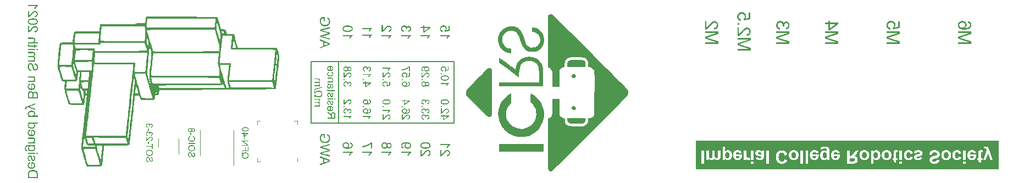
<source format=gbr>
%TF.GenerationSoftware,KiCad,Pcbnew,7.0.1*%
%TF.CreationDate,2023-08-07T22:19:09+01:00*%
%TF.ProjectId,Ruler_KiCad,52756c65-725f-44b6-9943-61642e6b6963,rev?*%
%TF.SameCoordinates,Original*%
%TF.FileFunction,Legend,Bot*%
%TF.FilePolarity,Positive*%
%FSLAX46Y46*%
G04 Gerber Fmt 4.6, Leading zero omitted, Abs format (unit mm)*
G04 Created by KiCad (PCBNEW 7.0.1) date 2023-08-07 22:19:09*
%MOMM*%
%LPD*%
G01*
G04 APERTURE LIST*
%ADD10C,0.150000*%
%ADD11C,0.187500*%
%ADD12C,0.400000*%
%ADD13C,0.220000*%
%ADD14C,0.120000*%
G04 APERTURE END LIST*
D10*
X143000000Y-105000000D02*
X121000000Y-105000000D01*
X143000000Y-95500000D02*
X121000000Y-95500000D01*
X143000000Y-95500000D02*
X143000000Y-105000000D01*
X125250000Y-105000000D02*
X125250000Y-95500000D01*
X121000000Y-95500000D02*
X121000000Y-105000000D01*
D11*
G36*
X134877500Y-109381751D02*
G01*
X134877500Y-109567131D01*
X136065252Y-109567131D01*
X136053094Y-109580069D01*
X136040935Y-109593741D01*
X136028776Y-109608147D01*
X136016618Y-109623288D01*
X136004459Y-109639162D01*
X135992300Y-109655771D01*
X135980141Y-109673114D01*
X135967983Y-109691191D01*
X135959877Y-109703650D01*
X135951771Y-109716436D01*
X135943665Y-109729548D01*
X135935560Y-109742986D01*
X135927625Y-109756500D01*
X135919943Y-109769839D01*
X135912513Y-109783004D01*
X135905334Y-109795994D01*
X135895039Y-109815152D01*
X135885310Y-109833917D01*
X135876148Y-109852290D01*
X135867553Y-109870269D01*
X135859525Y-109887855D01*
X135852063Y-109905049D01*
X135845168Y-109921850D01*
X135838839Y-109938258D01*
X136026418Y-109938258D01*
X136035604Y-109918948D01*
X136045028Y-109899944D01*
X136054689Y-109881247D01*
X136064588Y-109862856D01*
X136074725Y-109844771D01*
X136085099Y-109826992D01*
X136095711Y-109809520D01*
X136106560Y-109792354D01*
X136117647Y-109775494D01*
X136128971Y-109758940D01*
X136140533Y-109742693D01*
X136152333Y-109726751D01*
X136164370Y-109711117D01*
X136176644Y-109695788D01*
X136189157Y-109680766D01*
X136201906Y-109666049D01*
X136214751Y-109651753D01*
X136227546Y-109637988D01*
X136240293Y-109624756D01*
X136252991Y-109612057D01*
X136265641Y-109599889D01*
X136278242Y-109588254D01*
X136290794Y-109577152D01*
X136303298Y-109566582D01*
X136315753Y-109556544D01*
X136328159Y-109547038D01*
X136340517Y-109538065D01*
X136352826Y-109529625D01*
X136371198Y-109517962D01*
X136389461Y-109507497D01*
X136401575Y-109501186D01*
X136401575Y-109381751D01*
X134877500Y-109381751D01*
G37*
G36*
X135685799Y-107919287D02*
G01*
X135702861Y-107919472D01*
X135719665Y-107919782D01*
X135736212Y-107920215D01*
X135752500Y-107920772D01*
X135768532Y-107921453D01*
X135784305Y-107922257D01*
X135799822Y-107923186D01*
X135815080Y-107924238D01*
X135830081Y-107925414D01*
X135859310Y-107928138D01*
X135887509Y-107931356D01*
X135914677Y-107935070D01*
X135940815Y-107939279D01*
X135965922Y-107943983D01*
X135989999Y-107949182D01*
X136013046Y-107954876D01*
X136035062Y-107961066D01*
X136056048Y-107967751D01*
X136076003Y-107974931D01*
X136094928Y-107982606D01*
X136113073Y-107990757D01*
X136130689Y-107999367D01*
X136147775Y-108008434D01*
X136164331Y-108017960D01*
X136180358Y-108027943D01*
X136195856Y-108038385D01*
X136210824Y-108049284D01*
X136225262Y-108060641D01*
X136239171Y-108072456D01*
X136252550Y-108084730D01*
X136265400Y-108097461D01*
X136277721Y-108110650D01*
X136289512Y-108124297D01*
X136300773Y-108138402D01*
X136311505Y-108152965D01*
X136321707Y-108167986D01*
X136331379Y-108183335D01*
X136340426Y-108198881D01*
X136348850Y-108214624D01*
X136356649Y-108230566D01*
X136363825Y-108246704D01*
X136370377Y-108263040D01*
X136376304Y-108279574D01*
X136381608Y-108296305D01*
X136386288Y-108313234D01*
X136390344Y-108330360D01*
X136393775Y-108347683D01*
X136396583Y-108365204D01*
X136398767Y-108382923D01*
X136400327Y-108400839D01*
X136401263Y-108418953D01*
X136401575Y-108437264D01*
X136401025Y-108462504D01*
X136399377Y-108487209D01*
X136396629Y-108511379D01*
X136392782Y-108535014D01*
X136387836Y-108558114D01*
X136381791Y-108580678D01*
X136374647Y-108602707D01*
X136366404Y-108624201D01*
X136357062Y-108645160D01*
X136346620Y-108665583D01*
X136335080Y-108685471D01*
X136322440Y-108704824D01*
X136308702Y-108723642D01*
X136293864Y-108741924D01*
X136277927Y-108759671D01*
X136260891Y-108776883D01*
X136242955Y-108793298D01*
X136224318Y-108808654D01*
X136204979Y-108822951D01*
X136184939Y-108836189D01*
X136164198Y-108848367D01*
X136142756Y-108859487D01*
X136120612Y-108869548D01*
X136097767Y-108878549D01*
X136074221Y-108886492D01*
X136049974Y-108893376D01*
X136025025Y-108899200D01*
X135999376Y-108903966D01*
X135973025Y-108907673D01*
X135945972Y-108910320D01*
X135918219Y-108911909D01*
X135889764Y-108912438D01*
X135862168Y-108911932D01*
X135835250Y-108910412D01*
X135809011Y-108907879D01*
X135783450Y-108904332D01*
X135758567Y-108899773D01*
X135734363Y-108894200D01*
X135710837Y-108887614D01*
X135687989Y-108880015D01*
X135665820Y-108871402D01*
X135644329Y-108861777D01*
X135623516Y-108851138D01*
X135603382Y-108839486D01*
X135583926Y-108826821D01*
X135565148Y-108813142D01*
X135547049Y-108798450D01*
X135529628Y-108782745D01*
X135513124Y-108766263D01*
X135497686Y-108749332D01*
X135483311Y-108731951D01*
X135470002Y-108714121D01*
X135457758Y-108695841D01*
X135446578Y-108677112D01*
X135436463Y-108657934D01*
X135427412Y-108638306D01*
X135419427Y-108618229D01*
X135412506Y-108597703D01*
X135406650Y-108576727D01*
X135401858Y-108555302D01*
X135398132Y-108533427D01*
X135395470Y-108511103D01*
X135393873Y-108488330D01*
X135393340Y-108465107D01*
X135393544Y-108451155D01*
X135394611Y-108430458D01*
X135395621Y-108420045D01*
X135545748Y-108420045D01*
X135546109Y-108435824D01*
X135547190Y-108451289D01*
X135548994Y-108466438D01*
X135551518Y-108481273D01*
X135554764Y-108495793D01*
X135558731Y-108509998D01*
X135563419Y-108523889D01*
X135571804Y-108544134D01*
X135581812Y-108563671D01*
X135589385Y-108576302D01*
X135597680Y-108588618D01*
X135606696Y-108600619D01*
X135616433Y-108612306D01*
X135626892Y-108623677D01*
X135638072Y-108634734D01*
X135649828Y-108645293D01*
X135662017Y-108655170D01*
X135674638Y-108664367D01*
X135687691Y-108672882D01*
X135701177Y-108680716D01*
X135715094Y-108687868D01*
X135729444Y-108694340D01*
X135744226Y-108700130D01*
X135759440Y-108705239D01*
X135775086Y-108709667D01*
X135791165Y-108713414D01*
X135807675Y-108716479D01*
X135824618Y-108718863D01*
X135841994Y-108720566D01*
X135859801Y-108721588D01*
X135878040Y-108721929D01*
X135898364Y-108721571D01*
X135918209Y-108720498D01*
X135937576Y-108718709D01*
X135956465Y-108716204D01*
X135974876Y-108712984D01*
X135992810Y-108709049D01*
X136010265Y-108704398D01*
X136027242Y-108699031D01*
X136043741Y-108692949D01*
X136059763Y-108686151D01*
X136075306Y-108678638D01*
X136090371Y-108670409D01*
X136104959Y-108661464D01*
X136119068Y-108651804D01*
X136132699Y-108641429D01*
X136145853Y-108630338D01*
X136158363Y-108618718D01*
X136170067Y-108606850D01*
X136180963Y-108594733D01*
X136191053Y-108582367D01*
X136200335Y-108569752D01*
X136208810Y-108556887D01*
X136216478Y-108543774D01*
X136223339Y-108530412D01*
X136229392Y-108516801D01*
X136234639Y-108502940D01*
X136239078Y-108488831D01*
X136242710Y-108474473D01*
X136245535Y-108459865D01*
X136247553Y-108445009D01*
X136248764Y-108429903D01*
X136249167Y-108414549D01*
X136249074Y-108407118D01*
X136248324Y-108392458D01*
X136245793Y-108370972D01*
X136241575Y-108350091D01*
X136235669Y-108329816D01*
X136228076Y-108310146D01*
X136218796Y-108291081D01*
X136207829Y-108272622D01*
X136195174Y-108254768D01*
X136185801Y-108243202D01*
X136175677Y-108231905D01*
X136164803Y-108220877D01*
X136153180Y-108210118D01*
X136140918Y-108199825D01*
X136128130Y-108190197D01*
X136114815Y-108181232D01*
X136100973Y-108172932D01*
X136086605Y-108165295D01*
X136071710Y-108158323D01*
X136056288Y-108152015D01*
X136040340Y-108146370D01*
X136023865Y-108141390D01*
X136006863Y-108137074D01*
X135989335Y-108133422D01*
X135971280Y-108130434D01*
X135952698Y-108128109D01*
X135933590Y-108126449D01*
X135913955Y-108125453D01*
X135893794Y-108125121D01*
X135873647Y-108125446D01*
X135854055Y-108126421D01*
X135835018Y-108128045D01*
X135816537Y-108130319D01*
X135798611Y-108133243D01*
X135781240Y-108136816D01*
X135764424Y-108141040D01*
X135748164Y-108145912D01*
X135732459Y-108151435D01*
X135717309Y-108157608D01*
X135702715Y-108164430D01*
X135688676Y-108171901D01*
X135675192Y-108180023D01*
X135662263Y-108188794D01*
X135649890Y-108198215D01*
X135638072Y-108208286D01*
X135626892Y-108218816D01*
X135616433Y-108229707D01*
X135606696Y-108240958D01*
X135597680Y-108252570D01*
X135585508Y-108270665D01*
X135574960Y-108289570D01*
X135566034Y-108309287D01*
X135558731Y-108329816D01*
X135554764Y-108343952D01*
X135551518Y-108358450D01*
X135548994Y-108373307D01*
X135547190Y-108388526D01*
X135546109Y-108404105D01*
X135545748Y-108420045D01*
X135395621Y-108420045D01*
X135396592Y-108410038D01*
X135399488Y-108389895D01*
X135403298Y-108370029D01*
X135408023Y-108350439D01*
X135413662Y-108331127D01*
X135420216Y-108312091D01*
X135427684Y-108293333D01*
X135436067Y-108274851D01*
X135445364Y-108256646D01*
X135451990Y-108244761D01*
X135462391Y-108227528D01*
X135473345Y-108211011D01*
X135484853Y-108195208D01*
X135496916Y-108180120D01*
X135509532Y-108165747D01*
X135522701Y-108152089D01*
X135536425Y-108139146D01*
X135550702Y-108126917D01*
X135565534Y-108115404D01*
X135580919Y-108104605D01*
X135575057Y-108104347D01*
X135559670Y-108103781D01*
X135544282Y-108103506D01*
X135530146Y-108103615D01*
X135508995Y-108104186D01*
X135487908Y-108105246D01*
X135466886Y-108106796D01*
X135445928Y-108108835D01*
X135425034Y-108111364D01*
X135404205Y-108114382D01*
X135383441Y-108117890D01*
X135362740Y-108121887D01*
X135342104Y-108126374D01*
X135321533Y-108131350D01*
X135314731Y-108133103D01*
X135294851Y-108138522D01*
X135275764Y-108144180D01*
X135257469Y-108150076D01*
X135239966Y-108156210D01*
X135223256Y-108162582D01*
X135207337Y-108169193D01*
X135192211Y-108176042D01*
X135177876Y-108183129D01*
X135164334Y-108190454D01*
X135147510Y-108200592D01*
X135131882Y-108211217D01*
X135117056Y-108222574D01*
X135103031Y-108234664D01*
X135089808Y-108247487D01*
X135077386Y-108261042D01*
X135065765Y-108275331D01*
X135054946Y-108290352D01*
X135044928Y-108306105D01*
X135042561Y-108310156D01*
X135033846Y-108326765D01*
X135026332Y-108344027D01*
X135020021Y-108361942D01*
X135014912Y-108380509D01*
X135011869Y-108394863D01*
X135009503Y-108409584D01*
X135007812Y-108424671D01*
X135006798Y-108440126D01*
X135006460Y-108455948D01*
X135006687Y-108468310D01*
X135007882Y-108486327D01*
X135010100Y-108503713D01*
X135013343Y-108520468D01*
X135017610Y-108536591D01*
X135022900Y-108552084D01*
X135029214Y-108566945D01*
X135036553Y-108581175D01*
X135044915Y-108594775D01*
X135054301Y-108607743D01*
X135064712Y-108620079D01*
X135076324Y-108631668D01*
X135089179Y-108642529D01*
X135103278Y-108652663D01*
X135118619Y-108662068D01*
X135135203Y-108670746D01*
X135153030Y-108678696D01*
X135172100Y-108685919D01*
X135192412Y-108692414D01*
X135206645Y-108696339D01*
X135221430Y-108699941D01*
X135236767Y-108703220D01*
X135252657Y-108706175D01*
X135235804Y-108884594D01*
X135213451Y-108881406D01*
X135191731Y-108877519D01*
X135170644Y-108872934D01*
X135150189Y-108867650D01*
X135130367Y-108861668D01*
X135111177Y-108854988D01*
X135092620Y-108847609D01*
X135074695Y-108839532D01*
X135057403Y-108830756D01*
X135040743Y-108821282D01*
X135024716Y-108811110D01*
X135009322Y-108800239D01*
X134994560Y-108788670D01*
X134980431Y-108776403D01*
X134966934Y-108763437D01*
X134954070Y-108749772D01*
X134941958Y-108735460D01*
X134930628Y-108720641D01*
X134920079Y-108705315D01*
X134910312Y-108689483D01*
X134901326Y-108673144D01*
X134893122Y-108656298D01*
X134885698Y-108638946D01*
X134879057Y-108621087D01*
X134873196Y-108602722D01*
X134868117Y-108583849D01*
X134863820Y-108564471D01*
X134860303Y-108544586D01*
X134857568Y-108524194D01*
X134855615Y-108503295D01*
X134854443Y-108481890D01*
X134854052Y-108459978D01*
X134854403Y-108439307D01*
X134855455Y-108418968D01*
X134857208Y-108398961D01*
X134859662Y-108379287D01*
X134862818Y-108359944D01*
X134866675Y-108340933D01*
X134871233Y-108322254D01*
X134876492Y-108303907D01*
X134882453Y-108285892D01*
X134889114Y-108268209D01*
X134896477Y-108250859D01*
X134904542Y-108233840D01*
X134913307Y-108217153D01*
X134922774Y-108200798D01*
X134932942Y-108184776D01*
X134943811Y-108169085D01*
X134955398Y-108153801D01*
X134967625Y-108138997D01*
X134980494Y-108124675D01*
X134994003Y-108110833D01*
X135008154Y-108097472D01*
X135022946Y-108084592D01*
X135038379Y-108072193D01*
X135054453Y-108060275D01*
X135071169Y-108048837D01*
X135088525Y-108037881D01*
X135106523Y-108027405D01*
X135125162Y-108017410D01*
X135144442Y-108007896D01*
X135164363Y-107998863D01*
X135184925Y-107990311D01*
X135206128Y-107982239D01*
X135228113Y-107974609D01*
X135251019Y-107967470D01*
X135274847Y-107960824D01*
X135299597Y-107954670D01*
X135325268Y-107949009D01*
X135351861Y-107943840D01*
X135379376Y-107939163D01*
X135407812Y-107934978D01*
X135422375Y-107933071D01*
X135437170Y-107931286D01*
X135452194Y-107929624D01*
X135467449Y-107928086D01*
X135482934Y-107926671D01*
X135498650Y-107925378D01*
X135514596Y-107924209D01*
X135530773Y-107923163D01*
X135547180Y-107922240D01*
X135563817Y-107921440D01*
X135580685Y-107920763D01*
X135597783Y-107920209D01*
X135615112Y-107919778D01*
X135632671Y-107919471D01*
X135650460Y-107919286D01*
X135668480Y-107919225D01*
X135685799Y-107919287D01*
G37*
G36*
X102417658Y-110269260D02*
G01*
X102428893Y-110143719D01*
X102419143Y-110142498D01*
X102404932Y-110140322D01*
X102391219Y-110137735D01*
X102378004Y-110134735D01*
X102365287Y-110131323D01*
X102353068Y-110127500D01*
X102341348Y-110123263D01*
X102330125Y-110118615D01*
X102319400Y-110113555D01*
X102309173Y-110108082D01*
X102299445Y-110102197D01*
X102290135Y-110095745D01*
X102281164Y-110088662D01*
X102272532Y-110080948D01*
X102264239Y-110072602D01*
X102256286Y-110063625D01*
X102248672Y-110054018D01*
X102241397Y-110043779D01*
X102234461Y-110032909D01*
X102227864Y-110021408D01*
X102221607Y-110009275D01*
X102217623Y-110000837D01*
X102212080Y-109987774D01*
X102207082Y-109974416D01*
X102202629Y-109960761D01*
X102198721Y-109946809D01*
X102195359Y-109932562D01*
X102193420Y-109922899D01*
X102191724Y-109913105D01*
X102190270Y-109903178D01*
X102189058Y-109893121D01*
X102188089Y-109882931D01*
X102187362Y-109872610D01*
X102186877Y-109862157D01*
X102186635Y-109851573D01*
X102186605Y-109846231D01*
X102186804Y-109832099D01*
X102187403Y-109818281D01*
X102188401Y-109804777D01*
X102189799Y-109791585D01*
X102191596Y-109778708D01*
X102193792Y-109766143D01*
X102196387Y-109753892D01*
X102199381Y-109741955D01*
X102202775Y-109730330D01*
X102206569Y-109719020D01*
X102209319Y-109711653D01*
X102213772Y-109700928D01*
X102218521Y-109690736D01*
X102223567Y-109681076D01*
X102228908Y-109671948D01*
X102234546Y-109663353D01*
X102240480Y-109655290D01*
X102246710Y-109647760D01*
X102255478Y-109638547D01*
X102264773Y-109630281D01*
X102272090Y-109624703D01*
X102282214Y-109618005D01*
X102292560Y-109612201D01*
X102303127Y-109607289D01*
X102313916Y-109603270D01*
X102324926Y-109600145D01*
X102336157Y-109597912D01*
X102347610Y-109596573D01*
X102359284Y-109596126D01*
X102371004Y-109596558D01*
X102382350Y-109597851D01*
X102393322Y-109600007D01*
X102403920Y-109603026D01*
X102414143Y-109606907D01*
X102423993Y-109611651D01*
X102433469Y-109617257D01*
X102442571Y-109623726D01*
X102451364Y-109631126D01*
X102459790Y-109639647D01*
X102467850Y-109649291D01*
X102473655Y-109657260D01*
X102479253Y-109665861D01*
X102484646Y-109675092D01*
X102489832Y-109684954D01*
X102494812Y-109695448D01*
X102499586Y-109706573D01*
X102502655Y-109714340D01*
X102506898Y-109726010D01*
X102510442Y-109736776D01*
X102514294Y-109749268D01*
X102518456Y-109763487D01*
X102521402Y-109773924D01*
X102524486Y-109785129D01*
X102527707Y-109797100D01*
X102531065Y-109809839D01*
X102534561Y-109823345D01*
X102538194Y-109837618D01*
X102541965Y-109852658D01*
X102545872Y-109868465D01*
X102549918Y-109885039D01*
X102551992Y-109893614D01*
X102556190Y-109910631D01*
X102560357Y-109926999D01*
X102564494Y-109942718D01*
X102568600Y-109957789D01*
X102572676Y-109972211D01*
X102576721Y-109985984D01*
X102580736Y-109999108D01*
X102584720Y-110011583D01*
X102588674Y-110023410D01*
X102592597Y-110034588D01*
X102596490Y-110045117D01*
X102600352Y-110054998D01*
X102604183Y-110064229D01*
X102609874Y-110076860D01*
X102615495Y-110088031D01*
X102620359Y-110096895D01*
X102625364Y-110105472D01*
X102633136Y-110117801D01*
X102641226Y-110129486D01*
X102649634Y-110140527D01*
X102658360Y-110150924D01*
X102667403Y-110160677D01*
X102676764Y-110169786D01*
X102686442Y-110178251D01*
X102696439Y-110186072D01*
X102706753Y-110193249D01*
X102710261Y-110195498D01*
X102720960Y-110201827D01*
X102731900Y-110207534D01*
X102743079Y-110212618D01*
X102754500Y-110217079D01*
X102766160Y-110220918D01*
X102778061Y-110224135D01*
X102790203Y-110226729D01*
X102802585Y-110228700D01*
X102815207Y-110230049D01*
X102828070Y-110230775D01*
X102836779Y-110230913D01*
X102851114Y-110230534D01*
X102865270Y-110229394D01*
X102879244Y-110227494D01*
X102893039Y-110224834D01*
X102906653Y-110221414D01*
X102920087Y-110217235D01*
X102933340Y-110212295D01*
X102946413Y-110206596D01*
X102959306Y-110200137D01*
X102972019Y-110192917D01*
X102980394Y-110187682D01*
X102988633Y-110182094D01*
X102996621Y-110176195D01*
X103004356Y-110169988D01*
X103011840Y-110163472D01*
X103019072Y-110156646D01*
X103026052Y-110149512D01*
X103032780Y-110142068D01*
X103039256Y-110134315D01*
X103045481Y-110126254D01*
X103051453Y-110117882D01*
X103057174Y-110109202D01*
X103062643Y-110100213D01*
X103067859Y-110090915D01*
X103072824Y-110081307D01*
X103077538Y-110071390D01*
X103081999Y-110061165D01*
X103086199Y-110050711D01*
X103090128Y-110040110D01*
X103093785Y-110029363D01*
X103097172Y-110018468D01*
X103100288Y-110007427D01*
X103103133Y-109996238D01*
X103105708Y-109984903D01*
X103108011Y-109973420D01*
X103110043Y-109961791D01*
X103111804Y-109950015D01*
X103113294Y-109938092D01*
X103114514Y-109926022D01*
X103115462Y-109913805D01*
X103116139Y-109901441D01*
X103116546Y-109888931D01*
X103116681Y-109876273D01*
X103116539Y-109862393D01*
X103116113Y-109848719D01*
X103115402Y-109835252D01*
X103114407Y-109821990D01*
X103113127Y-109808934D01*
X103111564Y-109796085D01*
X103109716Y-109783441D01*
X103107583Y-109771004D01*
X103105167Y-109758773D01*
X103102466Y-109746748D01*
X103099480Y-109734929D01*
X103096211Y-109723316D01*
X103092657Y-109711909D01*
X103088819Y-109700708D01*
X103084696Y-109689713D01*
X103080289Y-109678925D01*
X103075636Y-109668394D01*
X103070714Y-109658172D01*
X103065523Y-109648259D01*
X103060063Y-109638655D01*
X103054334Y-109629361D01*
X103048335Y-109620375D01*
X103042068Y-109611699D01*
X103035532Y-109603331D01*
X103028726Y-109595273D01*
X103021652Y-109587524D01*
X103014308Y-109580085D01*
X103006696Y-109572954D01*
X102998814Y-109566132D01*
X102990663Y-109559620D01*
X102982244Y-109553416D01*
X102973555Y-109547522D01*
X102964659Y-109541919D01*
X102955618Y-109536649D01*
X102946433Y-109531714D01*
X102937102Y-109527112D01*
X102927626Y-109522845D01*
X102918005Y-109518911D01*
X102908239Y-109515312D01*
X102898328Y-109512046D01*
X102888272Y-109509114D01*
X102878071Y-109506516D01*
X102867725Y-109504252D01*
X102857234Y-109502322D01*
X102846598Y-109500726D01*
X102835817Y-109499463D01*
X102824891Y-109498535D01*
X102813820Y-109497941D01*
X102804050Y-109625680D01*
X102815955Y-109627155D01*
X102827490Y-109629015D01*
X102838655Y-109631261D01*
X102849449Y-109633892D01*
X102859873Y-109636909D01*
X102869927Y-109640311D01*
X102879611Y-109644099D01*
X102888925Y-109648272D01*
X102897868Y-109652831D01*
X102906442Y-109657775D01*
X102914645Y-109663104D01*
X102926255Y-109671821D01*
X102937033Y-109681405D01*
X102946978Y-109691857D01*
X102950108Y-109695533D01*
X102958925Y-109707159D01*
X102964321Y-109715464D01*
X102969332Y-109724211D01*
X102973957Y-109733400D01*
X102978197Y-109743033D01*
X102982051Y-109753108D01*
X102985520Y-109763625D01*
X102988604Y-109774586D01*
X102991302Y-109785989D01*
X102993615Y-109797835D01*
X102995542Y-109810123D01*
X102997084Y-109822854D01*
X102998240Y-109836028D01*
X102999011Y-109849645D01*
X102999397Y-109863704D01*
X102999445Y-109870900D01*
X102999270Y-109885756D01*
X102998746Y-109900102D01*
X102997873Y-109913936D01*
X102996651Y-109927259D01*
X102995080Y-109940070D01*
X102993159Y-109952370D01*
X102990890Y-109964158D01*
X102988271Y-109975435D01*
X102985302Y-109986201D01*
X102981985Y-109996456D01*
X102978319Y-110006199D01*
X102974303Y-110015430D01*
X102967625Y-110028319D01*
X102960161Y-110040057D01*
X102954748Y-110047243D01*
X102946250Y-110057107D01*
X102937426Y-110066002D01*
X102928276Y-110073926D01*
X102918799Y-110080880D01*
X102908996Y-110086863D01*
X102898866Y-110091876D01*
X102888411Y-110095919D01*
X102877629Y-110098992D01*
X102866520Y-110101094D01*
X102855086Y-110102226D01*
X102847281Y-110102442D01*
X102837195Y-110102096D01*
X102827452Y-110101059D01*
X102814996Y-110098602D01*
X102803150Y-110094915D01*
X102791915Y-110090000D01*
X102781290Y-110083855D01*
X102771276Y-110076482D01*
X102761873Y-110067880D01*
X102757400Y-110063119D01*
X102750788Y-110054838D01*
X102744142Y-110044377D01*
X102737462Y-110031734D01*
X102732989Y-110022094D01*
X102728501Y-110011485D01*
X102723998Y-109999906D01*
X102719479Y-109987359D01*
X102714946Y-109973841D01*
X102710397Y-109959355D01*
X102705832Y-109943899D01*
X102701253Y-109927473D01*
X102696658Y-109910079D01*
X102692048Y-109891715D01*
X102689737Y-109882169D01*
X102687423Y-109872381D01*
X102685104Y-109862351D01*
X102682808Y-109852299D01*
X102680529Y-109842446D01*
X102678268Y-109832792D01*
X102673800Y-109814081D01*
X102669401Y-109796165D01*
X102665074Y-109779045D01*
X102660817Y-109762721D01*
X102656630Y-109747193D01*
X102652514Y-109732460D01*
X102648469Y-109718523D01*
X102644494Y-109705381D01*
X102640590Y-109693036D01*
X102636757Y-109681486D01*
X102632994Y-109670731D01*
X102629302Y-109660773D01*
X102625680Y-109651610D01*
X102620380Y-109639357D01*
X102615196Y-109628547D01*
X102609843Y-109618097D01*
X102604320Y-109608007D01*
X102598627Y-109598279D01*
X102592764Y-109588911D01*
X102586732Y-109579903D01*
X102580529Y-109571256D01*
X102574157Y-109562970D01*
X102567615Y-109555045D01*
X102560903Y-109547480D01*
X102554021Y-109540276D01*
X102546970Y-109533432D01*
X102536074Y-109523843D01*
X102524796Y-109515065D01*
X102517065Y-109509664D01*
X102505174Y-109502157D01*
X102492948Y-109495388D01*
X102480387Y-109489357D01*
X102467491Y-109484065D01*
X102454261Y-109479511D01*
X102440695Y-109475696D01*
X102426795Y-109472619D01*
X102412560Y-109470280D01*
X102397990Y-109468680D01*
X102388090Y-109468024D01*
X102378042Y-109467696D01*
X102372962Y-109467655D01*
X102362893Y-109467835D01*
X102352896Y-109468376D01*
X102342971Y-109469277D01*
X102333120Y-109470540D01*
X102323340Y-109472163D01*
X102313634Y-109474146D01*
X102303999Y-109476490D01*
X102294438Y-109479195D01*
X102284949Y-109482260D01*
X102275532Y-109485687D01*
X102266188Y-109489473D01*
X102256916Y-109493621D01*
X102247717Y-109498129D01*
X102238590Y-109502997D01*
X102229536Y-109508227D01*
X102220554Y-109513816D01*
X102211733Y-109519714D01*
X102203160Y-109525926D01*
X102194834Y-109532452D01*
X102186757Y-109539294D01*
X102178928Y-109546451D01*
X102171347Y-109553922D01*
X102164014Y-109561708D01*
X102156929Y-109569809D01*
X102150092Y-109578225D01*
X102143503Y-109586956D01*
X102137163Y-109596001D01*
X102131070Y-109605362D01*
X102125225Y-109615037D01*
X102119629Y-109625027D01*
X102114280Y-109635332D01*
X102109180Y-109645952D01*
X102104359Y-109656813D01*
X102099849Y-109667842D01*
X102095650Y-109679039D01*
X102091762Y-109690404D01*
X102088185Y-109701937D01*
X102084919Y-109713638D01*
X102081965Y-109725506D01*
X102079321Y-109737543D01*
X102076988Y-109749747D01*
X102074966Y-109762120D01*
X102073256Y-109774660D01*
X102071856Y-109787368D01*
X102070768Y-109800245D01*
X102069990Y-109813289D01*
X102069523Y-109826501D01*
X102069368Y-109839881D01*
X102069527Y-109856805D01*
X102070005Y-109873384D01*
X102070802Y-109889617D01*
X102071917Y-109905506D01*
X102073351Y-109921048D01*
X102075104Y-109936246D01*
X102077175Y-109951098D01*
X102079565Y-109965605D01*
X102082274Y-109979766D01*
X102085301Y-109993582D01*
X102088647Y-110007053D01*
X102092312Y-110020178D01*
X102096295Y-110032958D01*
X102100597Y-110045392D01*
X102105217Y-110057481D01*
X102110157Y-110069225D01*
X102115414Y-110080610D01*
X102120991Y-110091684D01*
X102126886Y-110102447D01*
X102133100Y-110112898D01*
X102139633Y-110123039D01*
X102146484Y-110132869D01*
X102153654Y-110142388D01*
X102161142Y-110151596D01*
X102168949Y-110160492D01*
X102177075Y-110169078D01*
X102185520Y-110177353D01*
X102194283Y-110185316D01*
X102203365Y-110192969D01*
X102212765Y-110200311D01*
X102222484Y-110207341D01*
X102232522Y-110214061D01*
X102242834Y-110220430D01*
X102253313Y-110226410D01*
X102263961Y-110232001D01*
X102274776Y-110237203D01*
X102285759Y-110242015D01*
X102296911Y-110246438D01*
X102308230Y-110250472D01*
X102319717Y-110254117D01*
X102331372Y-110257372D01*
X102343195Y-110260238D01*
X102355186Y-110262715D01*
X102367344Y-110264802D01*
X102379671Y-110266500D01*
X102392165Y-110267809D01*
X102404828Y-110268729D01*
X102417658Y-110269260D01*
G37*
G36*
X102610179Y-108368547D02*
G01*
X102628791Y-108369237D01*
X102647151Y-108370387D01*
X102665259Y-108371996D01*
X102683116Y-108374066D01*
X102700720Y-108376595D01*
X102718073Y-108379584D01*
X102735174Y-108383033D01*
X102752023Y-108386942D01*
X102768620Y-108391311D01*
X102784965Y-108396139D01*
X102801058Y-108401428D01*
X102816900Y-108407176D01*
X102832489Y-108413384D01*
X102847827Y-108420052D01*
X102862913Y-108427180D01*
X102877696Y-108434716D01*
X102892066Y-108442670D01*
X102906021Y-108451042D01*
X102919562Y-108459832D01*
X102932689Y-108469040D01*
X102945402Y-108478666D01*
X102957701Y-108488709D01*
X102969586Y-108499171D01*
X102981057Y-108510050D01*
X102992114Y-108521347D01*
X103002756Y-108533062D01*
X103012985Y-108545195D01*
X103022799Y-108557746D01*
X103032200Y-108570715D01*
X103041186Y-108584101D01*
X103049759Y-108597906D01*
X103057863Y-108611997D01*
X103065444Y-108626303D01*
X103072502Y-108640825D01*
X103079037Y-108655562D01*
X103085050Y-108670516D01*
X103090540Y-108685684D01*
X103095507Y-108701069D01*
X103099951Y-108716669D01*
X103103872Y-108732485D01*
X103107270Y-108748516D01*
X103110146Y-108764763D01*
X103112499Y-108781225D01*
X103114329Y-108797903D01*
X103115636Y-108814797D01*
X103116420Y-108831907D01*
X103116681Y-108849232D01*
X103116542Y-108862467D01*
X103116124Y-108875549D01*
X103115428Y-108888478D01*
X103114453Y-108901255D01*
X103113199Y-108913880D01*
X103111667Y-108926351D01*
X103109856Y-108938670D01*
X103107766Y-108950837D01*
X103105398Y-108962850D01*
X103102752Y-108974711D01*
X103099827Y-108986420D01*
X103096623Y-108997976D01*
X103093140Y-109009379D01*
X103089380Y-109020629D01*
X103085340Y-109031727D01*
X103081022Y-109042672D01*
X103076425Y-109053465D01*
X103071550Y-109064104D01*
X103066396Y-109074592D01*
X103060963Y-109084926D01*
X103055252Y-109095108D01*
X103049263Y-109105137D01*
X103042994Y-109115014D01*
X103036448Y-109124738D01*
X103029622Y-109134309D01*
X103022518Y-109143728D01*
X103015135Y-109152993D01*
X103007474Y-109162107D01*
X102999534Y-109171067D01*
X102991316Y-109179875D01*
X102982819Y-109188531D01*
X102974043Y-109197034D01*
X102965037Y-109205313D01*
X102955816Y-109213330D01*
X102946381Y-109221084D01*
X102936732Y-109228575D01*
X102926868Y-109235803D01*
X102916790Y-109242769D01*
X102906499Y-109249472D01*
X102895993Y-109255911D01*
X102885272Y-109262088D01*
X102874338Y-109268002D01*
X102863189Y-109273653D01*
X102851827Y-109279042D01*
X102840250Y-109284167D01*
X102828459Y-109289030D01*
X102816453Y-109293630D01*
X102804234Y-109297967D01*
X102791800Y-109302041D01*
X102779152Y-109305852D01*
X102766290Y-109309401D01*
X102753214Y-109312686D01*
X102739923Y-109315709D01*
X102726418Y-109318469D01*
X102712700Y-109320966D01*
X102698767Y-109323200D01*
X102684619Y-109325172D01*
X102670258Y-109326880D01*
X102655682Y-109328326D01*
X102640892Y-109329509D01*
X102625888Y-109330428D01*
X102610670Y-109331086D01*
X102595238Y-109331480D01*
X102579591Y-109331611D01*
X102562976Y-109331386D01*
X102546470Y-109330711D01*
X102530072Y-109329585D01*
X102513783Y-109328009D01*
X102497603Y-109325982D01*
X102481532Y-109323506D01*
X102465569Y-109320578D01*
X102449715Y-109317201D01*
X102433970Y-109313373D01*
X102418334Y-109309095D01*
X102402806Y-109304367D01*
X102387387Y-109299188D01*
X102372077Y-109293559D01*
X102356876Y-109287480D01*
X102341784Y-109280950D01*
X102326800Y-109273970D01*
X102312067Y-109266523D01*
X102297727Y-109258655D01*
X102283781Y-109250365D01*
X102270227Y-109241654D01*
X102257067Y-109232520D01*
X102244299Y-109222965D01*
X102231925Y-109212988D01*
X102219944Y-109202590D01*
X102208355Y-109191770D01*
X102197160Y-109180528D01*
X102186358Y-109168864D01*
X102175949Y-109156779D01*
X102165934Y-109144272D01*
X102156311Y-109131344D01*
X102147081Y-109117993D01*
X102138244Y-109104221D01*
X102129904Y-109090090D01*
X102122102Y-109075725D01*
X102114837Y-109061125D01*
X102108111Y-109046290D01*
X102101923Y-109031220D01*
X102096273Y-109015916D01*
X102091161Y-109000377D01*
X102086587Y-108984603D01*
X102082551Y-108968595D01*
X102079054Y-108952352D01*
X102076094Y-108935874D01*
X102073673Y-108919161D01*
X102071789Y-108902214D01*
X102070444Y-108885032D01*
X102069637Y-108867616D01*
X102069379Y-108850697D01*
X102182697Y-108850697D01*
X102183110Y-108868944D01*
X102184349Y-108886803D01*
X102186415Y-108904275D01*
X102189306Y-108921360D01*
X102193024Y-108938057D01*
X102197569Y-108954367D01*
X102202939Y-108970289D01*
X102209136Y-108985825D01*
X102216159Y-109000972D01*
X102224008Y-109015733D01*
X102232683Y-109030106D01*
X102242185Y-109044092D01*
X102252513Y-109057690D01*
X102263667Y-109070901D01*
X102275647Y-109083725D01*
X102288454Y-109096161D01*
X102301978Y-109108021D01*
X102316110Y-109119116D01*
X102330852Y-109129446D01*
X102346202Y-109139011D01*
X102362161Y-109147810D01*
X102378728Y-109155844D01*
X102395904Y-109163113D01*
X102413689Y-109169617D01*
X102432083Y-109175356D01*
X102441508Y-109177938D01*
X102451085Y-109180330D01*
X102460815Y-109182529D01*
X102470696Y-109184538D01*
X102480730Y-109186355D01*
X102490916Y-109187981D01*
X102501254Y-109189416D01*
X102511744Y-109190659D01*
X102522387Y-109191711D01*
X102533181Y-109192572D01*
X102544128Y-109193242D01*
X102555227Y-109193720D01*
X102566478Y-109194007D01*
X102577882Y-109194103D01*
X102592087Y-109194003D01*
X102606036Y-109193705D01*
X102619729Y-109193207D01*
X102633164Y-109192511D01*
X102646344Y-109191616D01*
X102659266Y-109190522D01*
X102671932Y-109189229D01*
X102684341Y-109187737D01*
X102696493Y-109186046D01*
X102708389Y-109184156D01*
X102720029Y-109182068D01*
X102731411Y-109179780D01*
X102742537Y-109177293D01*
X102753406Y-109174608D01*
X102764019Y-109171724D01*
X102774375Y-109168640D01*
X102784474Y-109165358D01*
X102794317Y-109161877D01*
X102803903Y-109158197D01*
X102813232Y-109154318D01*
X102822305Y-109150240D01*
X102831121Y-109145963D01*
X102847984Y-109136812D01*
X102863819Y-109126866D01*
X102878628Y-109116124D01*
X102892411Y-109104587D01*
X102905167Y-109092253D01*
X102917057Y-109079337D01*
X102928179Y-109066112D01*
X102938535Y-109052577D01*
X102948123Y-109038734D01*
X102956945Y-109024581D01*
X102964999Y-109010119D01*
X102972286Y-108995348D01*
X102978806Y-108980268D01*
X102984559Y-108964879D01*
X102989545Y-108949180D01*
X102993764Y-108933173D01*
X102997216Y-108916856D01*
X102999901Y-108900231D01*
X103001818Y-108883296D01*
X103002969Y-108866052D01*
X103003353Y-108848499D01*
X103003153Y-108836148D01*
X103002555Y-108823949D01*
X103001558Y-108811900D01*
X103000162Y-108800001D01*
X102998368Y-108788254D01*
X102996174Y-108776657D01*
X102993582Y-108765211D01*
X102990591Y-108753916D01*
X102987201Y-108742771D01*
X102983412Y-108731778D01*
X102979225Y-108720935D01*
X102974639Y-108710242D01*
X102969654Y-108699701D01*
X102964270Y-108689310D01*
X102958487Y-108679070D01*
X102952306Y-108668980D01*
X102945792Y-108659117D01*
X102938953Y-108649556D01*
X102931787Y-108640295D01*
X102924294Y-108631337D01*
X102916476Y-108622679D01*
X102908331Y-108614323D01*
X102899859Y-108606269D01*
X102891062Y-108598516D01*
X102881938Y-108591065D01*
X102872488Y-108583915D01*
X102862712Y-108577067D01*
X102852609Y-108570520D01*
X102842180Y-108564275D01*
X102831425Y-108558331D01*
X102820343Y-108552688D01*
X102808935Y-108547348D01*
X102797241Y-108542320D01*
X102785301Y-108537616D01*
X102773115Y-108533237D01*
X102760682Y-108529182D01*
X102748003Y-108525452D01*
X102735079Y-108522045D01*
X102721908Y-108518964D01*
X102708490Y-108516207D01*
X102694827Y-108513774D01*
X102680918Y-108511665D01*
X102666762Y-108509881D01*
X102652360Y-108508421D01*
X102637712Y-108507286D01*
X102622818Y-108506475D01*
X102607678Y-108505988D01*
X102592292Y-108505826D01*
X102580121Y-108505921D01*
X102568125Y-108506206D01*
X102556304Y-108506681D01*
X102544657Y-108507345D01*
X102533185Y-108508200D01*
X102521887Y-108509244D01*
X102510764Y-108510478D01*
X102499815Y-108511902D01*
X102489042Y-108513516D01*
X102478442Y-108515319D01*
X102468018Y-108517313D01*
X102457768Y-108519496D01*
X102447692Y-108521869D01*
X102437791Y-108524433D01*
X102428065Y-108527186D01*
X102418513Y-108530128D01*
X102409136Y-108533261D01*
X102399933Y-108536584D01*
X102382052Y-108543798D01*
X102364869Y-108551773D01*
X102348385Y-108560506D01*
X102332599Y-108569999D01*
X102317511Y-108580252D01*
X102303122Y-108591264D01*
X102289431Y-108603035D01*
X102276506Y-108615394D01*
X102264415Y-108628169D01*
X102253158Y-108641360D01*
X102242735Y-108654967D01*
X102233145Y-108668990D01*
X102224390Y-108683429D01*
X102216468Y-108698284D01*
X102209380Y-108713555D01*
X102203126Y-108729242D01*
X102197706Y-108745345D01*
X102193120Y-108761863D01*
X102189368Y-108778798D01*
X102186449Y-108796149D01*
X102184364Y-108813916D01*
X102183114Y-108832098D01*
X102182697Y-108850697D01*
X102069379Y-108850697D01*
X102069368Y-108849964D01*
X102069612Y-108833639D01*
X102070345Y-108817453D01*
X102071566Y-108801407D01*
X102073276Y-108785500D01*
X102075474Y-108769732D01*
X102078161Y-108754103D01*
X102081336Y-108738614D01*
X102085000Y-108723263D01*
X102089152Y-108708053D01*
X102093792Y-108692981D01*
X102098921Y-108678049D01*
X102104539Y-108663256D01*
X102110645Y-108648602D01*
X102117240Y-108634088D01*
X102124323Y-108619713D01*
X102131894Y-108605477D01*
X102139940Y-108591513D01*
X102148445Y-108577950D01*
X102157411Y-108564791D01*
X102166836Y-108552034D01*
X102176721Y-108539680D01*
X102187066Y-108527728D01*
X102197871Y-108516179D01*
X102209136Y-108505032D01*
X102220861Y-108494289D01*
X102233045Y-108483947D01*
X102245689Y-108474009D01*
X102258794Y-108464473D01*
X102272358Y-108455340D01*
X102286382Y-108446609D01*
X102300865Y-108438281D01*
X102315809Y-108430355D01*
X102331139Y-108422843D01*
X102346721Y-108415815D01*
X102362555Y-108409272D01*
X102378640Y-108403214D01*
X102394978Y-108397640D01*
X102411567Y-108392551D01*
X102428409Y-108387947D01*
X102445502Y-108383827D01*
X102462847Y-108380192D01*
X102480444Y-108377042D01*
X102498293Y-108374376D01*
X102516393Y-108372195D01*
X102534746Y-108370499D01*
X102553350Y-108369287D01*
X102572207Y-108368560D01*
X102591315Y-108368318D01*
X102610179Y-108368547D01*
G37*
G36*
X102085000Y-108180006D02*
G01*
X103101050Y-108180006D01*
X103101050Y-108046650D01*
X102085000Y-108046650D01*
X102085000Y-108180006D01*
G37*
G36*
X102444525Y-107095324D02*
G01*
X102410819Y-106961967D01*
X102400486Y-106964658D01*
X102390307Y-106967480D01*
X102380282Y-106970432D01*
X102370413Y-106973515D01*
X102360697Y-106976729D01*
X102351136Y-106980074D01*
X102341730Y-106983549D01*
X102332479Y-106987155D01*
X102323381Y-106990891D01*
X102305651Y-106998757D01*
X102288539Y-107007145D01*
X102272045Y-107016056D01*
X102256169Y-107025490D01*
X102240911Y-107035447D01*
X102226272Y-107045926D01*
X102212251Y-107056929D01*
X102198848Y-107068454D01*
X102186064Y-107080502D01*
X102173897Y-107093073D01*
X102162349Y-107106166D01*
X102156807Y-107112909D01*
X102146219Y-107126685D01*
X102136313Y-107140841D01*
X102127091Y-107155376D01*
X102118552Y-107170291D01*
X102110697Y-107185586D01*
X102103524Y-107201260D01*
X102097034Y-107217315D01*
X102091228Y-107233748D01*
X102086104Y-107250562D01*
X102081664Y-107267755D01*
X102077907Y-107285329D01*
X102074833Y-107303281D01*
X102072442Y-107321614D01*
X102070734Y-107340326D01*
X102069710Y-107359418D01*
X102069368Y-107378890D01*
X102069433Y-107389012D01*
X102069628Y-107399016D01*
X102069954Y-107408901D01*
X102070410Y-107418667D01*
X102071712Y-107437843D01*
X102073535Y-107456544D01*
X102075880Y-107474769D01*
X102078745Y-107492520D01*
X102082131Y-107509795D01*
X102086038Y-107526596D01*
X102090465Y-107542921D01*
X102095414Y-107558771D01*
X102100884Y-107574146D01*
X102106875Y-107589045D01*
X102113386Y-107603470D01*
X102120419Y-107617420D01*
X102127972Y-107630894D01*
X102136046Y-107643893D01*
X102144614Y-107656435D01*
X102153647Y-107668596D01*
X102163146Y-107680378D01*
X102173110Y-107691780D01*
X102183540Y-107702803D01*
X102194436Y-107713445D01*
X102205797Y-107723708D01*
X102217623Y-107733591D01*
X102229916Y-107743095D01*
X102242674Y-107752219D01*
X102255897Y-107760963D01*
X102269586Y-107769327D01*
X102283741Y-107777312D01*
X102298361Y-107784917D01*
X102313447Y-107792142D01*
X102328998Y-107798987D01*
X102344885Y-107805435D01*
X102360918Y-107811467D01*
X102377095Y-107817082D01*
X102393417Y-107822282D01*
X102409884Y-107827066D01*
X102426497Y-107831434D01*
X102443254Y-107835385D01*
X102460157Y-107838921D01*
X102477204Y-107842041D01*
X102494396Y-107844745D01*
X102511734Y-107847033D01*
X102529216Y-107848905D01*
X102546844Y-107850360D01*
X102564616Y-107851400D01*
X102582534Y-107852024D01*
X102600596Y-107852232D01*
X102610448Y-107852174D01*
X102620221Y-107851998D01*
X102639530Y-107851294D01*
X102658522Y-107850120D01*
X102677197Y-107848477D01*
X102695555Y-107846365D01*
X102713597Y-107843783D01*
X102731321Y-107840732D01*
X102748729Y-107837211D01*
X102765821Y-107833222D01*
X102782595Y-107828762D01*
X102799053Y-107823833D01*
X102815194Y-107818435D01*
X102831018Y-107812568D01*
X102846526Y-107806231D01*
X102861717Y-107799424D01*
X102876591Y-107792149D01*
X102891085Y-107784440D01*
X102905136Y-107776334D01*
X102918745Y-107767831D01*
X102931912Y-107758932D01*
X102944635Y-107749635D01*
X102956916Y-107739942D01*
X102968754Y-107729851D01*
X102980150Y-107719364D01*
X102991102Y-107708480D01*
X103001612Y-107697199D01*
X103011680Y-107685521D01*
X103021304Y-107673447D01*
X103030486Y-107660975D01*
X103039226Y-107648106D01*
X103047522Y-107634841D01*
X103055376Y-107621179D01*
X103062800Y-107607201D01*
X103069745Y-107593053D01*
X103076210Y-107578732D01*
X103082197Y-107564240D01*
X103087705Y-107549575D01*
X103092734Y-107534740D01*
X103097284Y-107519732D01*
X103101355Y-107504553D01*
X103104947Y-107489202D01*
X103108060Y-107473679D01*
X103110694Y-107457984D01*
X103112850Y-107442118D01*
X103114526Y-107426080D01*
X103115723Y-107409870D01*
X103116442Y-107393489D01*
X103116681Y-107376936D01*
X103116377Y-107358225D01*
X103115464Y-107339891D01*
X103113942Y-107321933D01*
X103111812Y-107304350D01*
X103109073Y-107287143D01*
X103105725Y-107270312D01*
X103101768Y-107253857D01*
X103097203Y-107237778D01*
X103092029Y-107222075D01*
X103086246Y-107206748D01*
X103079855Y-107191797D01*
X103072855Y-107177221D01*
X103065246Y-107163022D01*
X103057029Y-107149198D01*
X103048203Y-107135751D01*
X103038768Y-107122679D01*
X103028781Y-107110039D01*
X103018297Y-107097888D01*
X103007318Y-107086226D01*
X102995842Y-107075052D01*
X102983870Y-107064366D01*
X102971403Y-107054169D01*
X102958439Y-107044460D01*
X102944979Y-107035240D01*
X102931022Y-107026508D01*
X102916570Y-107018265D01*
X102901622Y-107010510D01*
X102886177Y-107003244D01*
X102870236Y-106996467D01*
X102853800Y-106990177D01*
X102836867Y-106984376D01*
X102819438Y-106979064D01*
X102788419Y-107110467D01*
X102802224Y-107114957D01*
X102815553Y-107119695D01*
X102828404Y-107124681D01*
X102840778Y-107129915D01*
X102852676Y-107135397D01*
X102864096Y-107141127D01*
X102875039Y-107147105D01*
X102885505Y-107153331D01*
X102895495Y-107159806D01*
X102905007Y-107166528D01*
X102914042Y-107173499D01*
X102922600Y-107180717D01*
X102930681Y-107188184D01*
X102938285Y-107195898D01*
X102945412Y-107203861D01*
X102952062Y-107212072D01*
X102958273Y-107220540D01*
X102964083Y-107229276D01*
X102969493Y-107238278D01*
X102974501Y-107247548D01*
X102979110Y-107257085D01*
X102983317Y-107266889D01*
X102987124Y-107276960D01*
X102990530Y-107287299D01*
X102993535Y-107297904D01*
X102996140Y-107308777D01*
X102998344Y-107319917D01*
X103000147Y-107331323D01*
X103001549Y-107342997D01*
X103002551Y-107354939D01*
X103003152Y-107367147D01*
X103003353Y-107379622D01*
X103003133Y-107393977D01*
X103002475Y-107408035D01*
X103001378Y-107421797D01*
X102999842Y-107435264D01*
X102997867Y-107448435D01*
X102995453Y-107461310D01*
X102992600Y-107473890D01*
X102989309Y-107486173D01*
X102985578Y-107498161D01*
X102981409Y-107509854D01*
X102976801Y-107521250D01*
X102971754Y-107532351D01*
X102966268Y-107543155D01*
X102960343Y-107553665D01*
X102953979Y-107563878D01*
X102947177Y-107573796D01*
X102940005Y-107583354D01*
X102932534Y-107592553D01*
X102924763Y-107601390D01*
X102916692Y-107609867D01*
X102908322Y-107617983D01*
X102899652Y-107625739D01*
X102890683Y-107633134D01*
X102881414Y-107640169D01*
X102871846Y-107646842D01*
X102861978Y-107653155D01*
X102851810Y-107659108D01*
X102841343Y-107664700D01*
X102830577Y-107669931D01*
X102819510Y-107674801D01*
X102808144Y-107679311D01*
X102796479Y-107683461D01*
X102784640Y-107687276D01*
X102772753Y-107690845D01*
X102760819Y-107694168D01*
X102748836Y-107697245D01*
X102736806Y-107700076D01*
X102724729Y-107702660D01*
X102712603Y-107704999D01*
X102700430Y-107707091D01*
X102688210Y-107708937D01*
X102675941Y-107710537D01*
X102663625Y-107711891D01*
X102651261Y-107712999D01*
X102638850Y-107713860D01*
X102626390Y-107714476D01*
X102613884Y-107714845D01*
X102601329Y-107714968D01*
X102585246Y-107714822D01*
X102569421Y-107714384D01*
X102553853Y-107713654D01*
X102538543Y-107712632D01*
X102523491Y-107711319D01*
X102508696Y-107709713D01*
X102494159Y-107707815D01*
X102479879Y-107705626D01*
X102465857Y-107703144D01*
X102452093Y-107700371D01*
X102438586Y-107697305D01*
X102425337Y-107693948D01*
X102412345Y-107690298D01*
X102399611Y-107686357D01*
X102387135Y-107682124D01*
X102374916Y-107677599D01*
X102363046Y-107672736D01*
X102351556Y-107667550D01*
X102340446Y-107662043D01*
X102329716Y-107656212D01*
X102319365Y-107650059D01*
X102309394Y-107643584D01*
X102299802Y-107636786D01*
X102290591Y-107629666D01*
X102281759Y-107622223D01*
X102273307Y-107614458D01*
X102265235Y-107606370D01*
X102257542Y-107597960D01*
X102250229Y-107589228D01*
X102243296Y-107580173D01*
X102236742Y-107570795D01*
X102230568Y-107561095D01*
X102224771Y-107551153D01*
X102219348Y-107541109D01*
X102214299Y-107530964D01*
X102209624Y-107520719D01*
X102205323Y-107510372D01*
X102201396Y-107499924D01*
X102197844Y-107489374D01*
X102194665Y-107478724D01*
X102191860Y-107467973D01*
X102189429Y-107457120D01*
X102187372Y-107446166D01*
X102185689Y-107435111D01*
X102184380Y-107423955D01*
X102183445Y-107412698D01*
X102182884Y-107401340D01*
X102182697Y-107389881D01*
X102182954Y-107376031D01*
X102183727Y-107362449D01*
X102185015Y-107349134D01*
X102186818Y-107336086D01*
X102189137Y-107323305D01*
X102191970Y-107310792D01*
X102195319Y-107298545D01*
X102199183Y-107286566D01*
X102203562Y-107274854D01*
X102208457Y-107263409D01*
X102213866Y-107252231D01*
X102219791Y-107241320D01*
X102226231Y-107230676D01*
X102233186Y-107220300D01*
X102240657Y-107210190D01*
X102248642Y-107200348D01*
X102257135Y-107190836D01*
X102266128Y-107181717D01*
X102275622Y-107172991D01*
X102285614Y-107164658D01*
X102296107Y-107156718D01*
X102307100Y-107149172D01*
X102318593Y-107142018D01*
X102330586Y-107135258D01*
X102343078Y-107128890D01*
X102356071Y-107122916D01*
X102369563Y-107117334D01*
X102383556Y-107112146D01*
X102398048Y-107107351D01*
X102413041Y-107102949D01*
X102428533Y-107098940D01*
X102444525Y-107095324D01*
G37*
G36*
X102381999Y-106867445D02*
G01*
X102507051Y-106867445D01*
X102507051Y-106487648D01*
X102381999Y-106487648D01*
X102381999Y-106867445D01*
G37*
G36*
X102385255Y-105725799D02*
G01*
X102396611Y-105726366D01*
X102407764Y-105727310D01*
X102418712Y-105728632D01*
X102429455Y-105730333D01*
X102439995Y-105732411D01*
X102450331Y-105734866D01*
X102460462Y-105737700D01*
X102470389Y-105740911D01*
X102480112Y-105744501D01*
X102489631Y-105748468D01*
X102498945Y-105752812D01*
X102508056Y-105757535D01*
X102516962Y-105762636D01*
X102525664Y-105768114D01*
X102534162Y-105773970D01*
X102542413Y-105780189D01*
X102550374Y-105786755D01*
X102558044Y-105793668D01*
X102565425Y-105800928D01*
X102572516Y-105808536D01*
X102579316Y-105816491D01*
X102585827Y-105824794D01*
X102592048Y-105833443D01*
X102597978Y-105842440D01*
X102603619Y-105851784D01*
X102608969Y-105861476D01*
X102614030Y-105871514D01*
X102618800Y-105881901D01*
X102623280Y-105892634D01*
X102627470Y-105903714D01*
X102631371Y-105915142D01*
X102635006Y-105905919D01*
X102640809Y-105892647D01*
X102647033Y-105880048D01*
X102653677Y-105868123D01*
X102660743Y-105856872D01*
X102668229Y-105846296D01*
X102676136Y-105836393D01*
X102684464Y-105827165D01*
X102693212Y-105818610D01*
X102702381Y-105810730D01*
X102711971Y-105803523D01*
X102718606Y-105799057D01*
X102728828Y-105792899D01*
X102739372Y-105787388D01*
X102750238Y-105782526D01*
X102761425Y-105778312D01*
X102772935Y-105774746D01*
X102784767Y-105771829D01*
X102796920Y-105769560D01*
X102809396Y-105767939D01*
X102822194Y-105766967D01*
X102835314Y-105766643D01*
X102849072Y-105766958D01*
X102862566Y-105767902D01*
X102875794Y-105769476D01*
X102888757Y-105771680D01*
X102901455Y-105774514D01*
X102913887Y-105777977D01*
X102926055Y-105782070D01*
X102937957Y-105786793D01*
X102949593Y-105792145D01*
X102960965Y-105798127D01*
X102972071Y-105804739D01*
X102982913Y-105811980D01*
X102993488Y-105819851D01*
X103003799Y-105828352D01*
X103013845Y-105837483D01*
X103023625Y-105847243D01*
X103033000Y-105857489D01*
X103041771Y-105868137D01*
X103049937Y-105879188D01*
X103057498Y-105890642D01*
X103064454Y-105902498D01*
X103070806Y-105914757D01*
X103076552Y-105927418D01*
X103081693Y-105940483D01*
X103086230Y-105953949D01*
X103090162Y-105967819D01*
X103093489Y-105982091D01*
X103096211Y-105996765D01*
X103098328Y-106011842D01*
X103099840Y-106027322D01*
X103100747Y-106043205D01*
X103101050Y-106059490D01*
X103100754Y-106075681D01*
X103099867Y-106091467D01*
X103098388Y-106106845D01*
X103096318Y-106121818D01*
X103093656Y-106136383D01*
X103090402Y-106150543D01*
X103086557Y-106164296D01*
X103082121Y-106177642D01*
X103077093Y-106190582D01*
X103071473Y-106203116D01*
X103065262Y-106215243D01*
X103058460Y-106226964D01*
X103051066Y-106238279D01*
X103043080Y-106249186D01*
X103034503Y-106259688D01*
X103025334Y-106269783D01*
X103015761Y-106279336D01*
X103005910Y-106288273D01*
X102995779Y-106296593D01*
X102985370Y-106304298D01*
X102974683Y-106311385D01*
X102963717Y-106317857D01*
X102952472Y-106323712D01*
X102940949Y-106328951D01*
X102929147Y-106333573D01*
X102917066Y-106337579D01*
X102904707Y-106340969D01*
X102892069Y-106343743D01*
X102879153Y-106345900D01*
X102865958Y-106347441D01*
X102852485Y-106348365D01*
X102838733Y-106348673D01*
X102829624Y-106348528D01*
X102816266Y-106347767D01*
X102803272Y-106346353D01*
X102790643Y-106344287D01*
X102778379Y-106341567D01*
X102766480Y-106338196D01*
X102754946Y-106334172D01*
X102743777Y-106329495D01*
X102732973Y-106324165D01*
X102722534Y-106318183D01*
X102712459Y-106311549D01*
X102709186Y-106309189D01*
X102699652Y-106301645D01*
X102690547Y-106293401D01*
X102681872Y-106284458D01*
X102673626Y-106274814D01*
X102665809Y-106264471D01*
X102658422Y-106253428D01*
X102651464Y-106241685D01*
X102644935Y-106229242D01*
X102638835Y-106216099D01*
X102635008Y-106206949D01*
X102631371Y-106197487D01*
X102628214Y-106208832D01*
X102624727Y-106219847D01*
X102620909Y-106230531D01*
X102616762Y-106240886D01*
X102612285Y-106250910D01*
X102607477Y-106260605D01*
X102602339Y-106269969D01*
X102596871Y-106279003D01*
X102591074Y-106287707D01*
X102584946Y-106296081D01*
X102578487Y-106304125D01*
X102571699Y-106311839D01*
X102564581Y-106319222D01*
X102557132Y-106326276D01*
X102549354Y-106332999D01*
X102541245Y-106339392D01*
X102532847Y-106345426D01*
X102524202Y-106351070D01*
X102515308Y-106356325D01*
X102506166Y-106361191D01*
X102496776Y-106365667D01*
X102487138Y-106369755D01*
X102477252Y-106373453D01*
X102467117Y-106376761D01*
X102456735Y-106379681D01*
X102446105Y-106382211D01*
X102435227Y-106384352D01*
X102424100Y-106386104D01*
X102412726Y-106387466D01*
X102401103Y-106388439D01*
X102389233Y-106389023D01*
X102377114Y-106389218D01*
X102360828Y-106388861D01*
X102344882Y-106387790D01*
X102329275Y-106386006D01*
X102314008Y-106383509D01*
X102299080Y-106380297D01*
X102284492Y-106376372D01*
X102270244Y-106371733D01*
X102256336Y-106366381D01*
X102242767Y-106360315D01*
X102229538Y-106353535D01*
X102216648Y-106346042D01*
X102204098Y-106337835D01*
X102191888Y-106328915D01*
X102180018Y-106319280D01*
X102168487Y-106308932D01*
X102157295Y-106297871D01*
X102146648Y-106286198D01*
X102136687Y-106274076D01*
X102127414Y-106261506D01*
X102118827Y-106248488D01*
X102110927Y-106235021D01*
X102103715Y-106221106D01*
X102097189Y-106206743D01*
X102091350Y-106191931D01*
X102086198Y-106176670D01*
X102081733Y-106160961D01*
X102077955Y-106144804D01*
X102074863Y-106128198D01*
X102072459Y-106111144D01*
X102070742Y-106093642D01*
X102069711Y-106075691D01*
X102069368Y-106057292D01*
X102069395Y-106055826D01*
X102170973Y-106055826D01*
X102171078Y-106062941D01*
X102171629Y-106073502D01*
X102172652Y-106083929D01*
X102174148Y-106094224D01*
X102176115Y-106104386D01*
X102178555Y-106114414D01*
X102181468Y-106124310D01*
X102184852Y-106134072D01*
X102188709Y-106143701D01*
X102193038Y-106153197D01*
X102197840Y-106162560D01*
X102201315Y-106168633D01*
X102206854Y-106177388D01*
X102212784Y-106185718D01*
X102219105Y-106193622D01*
X102225816Y-106201102D01*
X102232918Y-106208157D01*
X102240410Y-106214786D01*
X102248294Y-106220991D01*
X102256568Y-106226770D01*
X102265232Y-106232125D01*
X102274288Y-106237054D01*
X102277374Y-106238587D01*
X102286672Y-106242893D01*
X102296025Y-106246762D01*
X102305433Y-106250192D01*
X102314898Y-106253184D01*
X102324419Y-106255739D01*
X102333995Y-106257856D01*
X102343627Y-106259534D01*
X102356557Y-106261091D01*
X102366319Y-106261748D01*
X102376137Y-106261967D01*
X102381497Y-106261911D01*
X102392049Y-106261465D01*
X102402376Y-106260572D01*
X102412478Y-106259232D01*
X102422355Y-106257446D01*
X102432006Y-106255214D01*
X102446061Y-106251028D01*
X102459609Y-106245837D01*
X102472651Y-106239642D01*
X102485186Y-106232442D01*
X102497215Y-106224237D01*
X102504952Y-106218210D01*
X102512465Y-106211735D01*
X102519752Y-106204814D01*
X102523298Y-106201198D01*
X102530053Y-106193788D01*
X102536357Y-106186144D01*
X102542212Y-106178266D01*
X102550149Y-106166007D01*
X102557072Y-106153221D01*
X102562983Y-106139907D01*
X102566360Y-106130737D01*
X102569287Y-106121333D01*
X102571764Y-106111694D01*
X102573790Y-106101820D01*
X102575367Y-106091712D01*
X102576492Y-106081369D01*
X102577168Y-106070791D01*
X102577393Y-106059978D01*
X102577323Y-106056559D01*
X102678998Y-106056559D01*
X102679177Y-106065642D01*
X102680119Y-106078865D01*
X102681868Y-106091608D01*
X102684424Y-106103870D01*
X102687787Y-106115650D01*
X102691957Y-106126951D01*
X102696935Y-106137770D01*
X102702719Y-106148108D01*
X102709311Y-106157966D01*
X102716710Y-106167342D01*
X102724916Y-106176238D01*
X102730759Y-106181798D01*
X102739915Y-106189466D01*
X102749538Y-106196327D01*
X102759630Y-106202381D01*
X102770189Y-106207627D01*
X102781217Y-106212066D01*
X102792712Y-106215698D01*
X102804676Y-106218523D01*
X102817107Y-106220541D01*
X102830006Y-106221752D01*
X102843374Y-106222156D01*
X102851331Y-106221973D01*
X102863000Y-106221017D01*
X102874347Y-106219240D01*
X102885371Y-106216643D01*
X102896074Y-106213226D01*
X102906454Y-106208990D01*
X102916513Y-106203933D01*
X102926249Y-106198056D01*
X102935664Y-106191359D01*
X102944757Y-106183842D01*
X102953527Y-106175505D01*
X102959087Y-106169579D01*
X102966755Y-106160337D01*
X102973616Y-106150669D01*
X102979670Y-106140576D01*
X102984916Y-106130058D01*
X102989355Y-106119115D01*
X102992988Y-106107747D01*
X102995813Y-106095954D01*
X102997830Y-106083736D01*
X102999041Y-106071093D01*
X102999445Y-106058024D01*
X102999261Y-106049353D01*
X102998294Y-106036685D01*
X102996499Y-106024426D01*
X102993875Y-106012574D01*
X102990422Y-106001130D01*
X102986141Y-105990094D01*
X102981031Y-105979466D01*
X102975093Y-105969246D01*
X102968326Y-105959433D01*
X102960730Y-105950029D01*
X102952306Y-105941032D01*
X102946358Y-105935324D01*
X102937115Y-105927452D01*
X102927485Y-105920409D01*
X102917468Y-105914194D01*
X102907066Y-105908808D01*
X102896276Y-105904251D01*
X102885101Y-105900522D01*
X102873539Y-105897622D01*
X102861591Y-105895550D01*
X102849256Y-105894308D01*
X102836535Y-105893893D01*
X102828341Y-105894072D01*
X102816351Y-105895008D01*
X102804722Y-105896748D01*
X102793454Y-105899290D01*
X102782546Y-105902635D01*
X102771998Y-105906783D01*
X102761812Y-105911734D01*
X102751986Y-105917488D01*
X102742520Y-105924045D01*
X102733416Y-105931404D01*
X102724672Y-105939567D01*
X102719141Y-105945376D01*
X102711514Y-105954466D01*
X102704689Y-105964006D01*
X102698668Y-105973997D01*
X102693449Y-105984440D01*
X102689034Y-105995332D01*
X102685421Y-106006676D01*
X102682611Y-106018471D01*
X102680604Y-106030716D01*
X102679400Y-106043412D01*
X102678998Y-106056559D01*
X102577323Y-106056559D01*
X102577166Y-106048951D01*
X102576485Y-106038157D01*
X102575349Y-106027595D01*
X102573760Y-106017266D01*
X102571716Y-106007170D01*
X102569219Y-105997307D01*
X102566267Y-105987677D01*
X102562861Y-105978279D01*
X102559000Y-105969114D01*
X102554686Y-105960182D01*
X102549918Y-105951483D01*
X102544695Y-105943017D01*
X102539018Y-105934783D01*
X102532887Y-105926782D01*
X102526302Y-105919014D01*
X102519263Y-105911479D01*
X102511877Y-105904262D01*
X102504250Y-105897511D01*
X102496383Y-105891226D01*
X102488275Y-105885406D01*
X102479927Y-105880052D01*
X102471338Y-105875163D01*
X102462509Y-105870740D01*
X102453440Y-105866782D01*
X102444130Y-105863290D01*
X102434580Y-105860264D01*
X102424789Y-105857703D01*
X102414758Y-105855608D01*
X102404486Y-105853979D01*
X102393974Y-105852815D01*
X102383222Y-105852116D01*
X102372229Y-105851883D01*
X102361389Y-105852110D01*
X102350789Y-105852788D01*
X102340430Y-105853919D01*
X102330311Y-105855501D01*
X102320432Y-105857536D01*
X102310794Y-105860024D01*
X102301397Y-105862963D01*
X102287751Y-105868220D01*
X102274646Y-105874495D01*
X102262083Y-105881787D01*
X102250060Y-105890097D01*
X102242345Y-105896202D01*
X102234871Y-105902759D01*
X102227637Y-105909769D01*
X102224151Y-105913402D01*
X102217511Y-105920847D01*
X102211313Y-105928533D01*
X102205558Y-105936460D01*
X102197756Y-105948800D01*
X102190949Y-105961682D01*
X102185139Y-105975104D01*
X102181819Y-105984353D01*
X102178941Y-105993842D01*
X102176507Y-106003572D01*
X102174515Y-106013542D01*
X102172965Y-106023752D01*
X102171858Y-106034203D01*
X102171194Y-106044894D01*
X102170973Y-106055826D01*
X102069395Y-106055826D01*
X102069710Y-106038893D01*
X102070738Y-106020945D01*
X102072451Y-106003448D01*
X102074848Y-105986400D01*
X102077931Y-105969803D01*
X102081698Y-105953656D01*
X102086151Y-105937960D01*
X102091289Y-105922714D01*
X102097111Y-105907918D01*
X102103619Y-105893573D01*
X102110812Y-105879678D01*
X102118690Y-105866233D01*
X102127253Y-105853238D01*
X102136500Y-105840694D01*
X102146433Y-105828600D01*
X102157051Y-105816957D01*
X102168173Y-105805895D01*
X102179617Y-105795547D01*
X102191383Y-105785913D01*
X102203473Y-105776993D01*
X102215884Y-105768786D01*
X102228618Y-105761292D01*
X102241675Y-105754513D01*
X102255054Y-105748447D01*
X102268755Y-105743094D01*
X102282779Y-105738456D01*
X102297125Y-105734531D01*
X102311794Y-105731319D01*
X102326786Y-105728821D01*
X102342099Y-105727037D01*
X102357736Y-105725967D01*
X102373695Y-105725610D01*
X102385255Y-105725799D01*
G37*
G36*
X138362306Y-98560470D02*
G01*
X138375934Y-98561150D01*
X138389316Y-98562283D01*
X138402454Y-98563870D01*
X138415347Y-98565910D01*
X138427994Y-98568404D01*
X138440397Y-98571351D01*
X138452554Y-98574751D01*
X138464467Y-98578605D01*
X138476134Y-98582912D01*
X138487557Y-98587672D01*
X138498734Y-98592886D01*
X138509667Y-98598553D01*
X138520355Y-98604674D01*
X138530797Y-98611248D01*
X138540995Y-98618275D01*
X138550896Y-98625737D01*
X138560449Y-98633616D01*
X138569653Y-98641912D01*
X138578510Y-98650625D01*
X138587019Y-98659754D01*
X138595180Y-98669300D01*
X138602993Y-98679263D01*
X138610457Y-98689643D01*
X138617574Y-98700439D01*
X138624342Y-98711652D01*
X138630763Y-98723282D01*
X138636836Y-98735328D01*
X138642560Y-98747792D01*
X138647936Y-98760672D01*
X138652965Y-98773968D01*
X138657645Y-98787682D01*
X138662007Y-98776614D01*
X138668971Y-98760687D01*
X138676439Y-98745568D01*
X138684413Y-98731259D01*
X138692892Y-98717758D01*
X138701875Y-98705066D01*
X138711363Y-98693183D01*
X138721356Y-98682108D01*
X138731854Y-98671843D01*
X138742857Y-98662387D01*
X138754365Y-98653739D01*
X138762328Y-98648380D01*
X138774594Y-98640989D01*
X138787246Y-98634377D01*
X138800285Y-98628542D01*
X138813710Y-98623485D01*
X138827522Y-98619207D01*
X138841720Y-98615706D01*
X138856305Y-98612983D01*
X138871275Y-98611038D01*
X138886633Y-98609871D01*
X138902376Y-98609482D01*
X138918887Y-98609860D01*
X138935079Y-98610993D01*
X138950953Y-98612882D01*
X138966508Y-98615527D01*
X138981746Y-98618928D01*
X138996665Y-98623083D01*
X139011266Y-98627995D01*
X139025548Y-98633662D01*
X139039512Y-98640085D01*
X139053158Y-98647263D01*
X139066486Y-98655198D01*
X139079495Y-98663887D01*
X139092186Y-98673333D01*
X139104559Y-98683534D01*
X139116614Y-98694490D01*
X139128350Y-98706202D01*
X139139601Y-98718497D01*
X139150126Y-98731275D01*
X139159925Y-98744537D01*
X139168998Y-98758281D01*
X139177345Y-98772509D01*
X139184967Y-98787219D01*
X139191862Y-98802413D01*
X139198032Y-98818090D01*
X139203476Y-98834250D01*
X139208194Y-98850893D01*
X139212187Y-98868020D01*
X139215453Y-98885629D01*
X139217993Y-98903722D01*
X139219808Y-98922298D01*
X139220897Y-98941357D01*
X139221260Y-98960899D01*
X139220905Y-98980329D01*
X139219840Y-98999271D01*
X139218066Y-99017725D01*
X139215581Y-99035692D01*
X139212387Y-99053171D01*
X139208483Y-99070162D01*
X139203869Y-99086666D01*
X139198545Y-99102682D01*
X139192512Y-99118210D01*
X139185768Y-99133250D01*
X139178315Y-99147803D01*
X139170152Y-99161868D01*
X139161279Y-99175445D01*
X139151696Y-99188535D01*
X139141404Y-99201136D01*
X139130401Y-99213250D01*
X139118914Y-99224714D01*
X139107092Y-99235438D01*
X139094935Y-99245423D01*
X139082444Y-99254668D01*
X139069619Y-99263173D01*
X139056460Y-99270939D01*
X139042966Y-99277965D01*
X139029138Y-99284252D01*
X139014976Y-99289799D01*
X139000480Y-99294606D01*
X138985649Y-99298674D01*
X138970483Y-99302002D01*
X138954984Y-99304591D01*
X138939150Y-99306440D01*
X138922982Y-99307549D01*
X138906480Y-99307919D01*
X138895549Y-99307745D01*
X138879519Y-99306831D01*
X138863926Y-99305135D01*
X138848772Y-99302655D01*
X138834055Y-99299392D01*
X138819776Y-99295346D01*
X138805936Y-99290517D01*
X138792533Y-99284904D01*
X138779568Y-99278509D01*
X138767041Y-99271331D01*
X138754951Y-99263369D01*
X138751023Y-99260538D01*
X138739582Y-99251485D01*
X138728657Y-99241592D01*
X138718246Y-99230860D01*
X138708351Y-99219288D01*
X138698971Y-99206876D01*
X138690106Y-99193624D01*
X138681756Y-99179532D01*
X138673922Y-99164601D01*
X138666603Y-99148830D01*
X138662009Y-99137849D01*
X138657645Y-99126495D01*
X138653857Y-99140109D01*
X138649672Y-99153327D01*
X138645091Y-99166149D01*
X138640114Y-99178574D01*
X138634742Y-99190603D01*
X138628972Y-99202237D01*
X138622807Y-99213474D01*
X138616246Y-99224315D01*
X138609288Y-99234760D01*
X138601935Y-99244808D01*
X138594185Y-99254461D01*
X138586039Y-99263717D01*
X138577497Y-99272577D01*
X138568559Y-99281042D01*
X138559225Y-99289110D01*
X138549494Y-99296782D01*
X138539417Y-99304022D01*
X138529042Y-99310795D01*
X138518369Y-99317101D01*
X138507399Y-99322940D01*
X138496131Y-99328312D01*
X138484565Y-99333216D01*
X138472702Y-99337654D01*
X138460541Y-99341625D01*
X138448082Y-99345128D01*
X138435326Y-99348164D01*
X138422272Y-99350733D01*
X138408920Y-99352835D01*
X138395271Y-99354470D01*
X138381324Y-99355638D01*
X138367079Y-99356339D01*
X138352537Y-99356572D01*
X138332994Y-99356144D01*
X138313858Y-99354859D01*
X138295130Y-99352719D01*
X138276809Y-99349721D01*
X138258896Y-99345867D01*
X138241391Y-99341157D01*
X138224293Y-99335591D01*
X138207603Y-99329168D01*
X138191321Y-99321889D01*
X138175446Y-99313753D01*
X138159978Y-99304761D01*
X138144918Y-99294913D01*
X138130266Y-99284208D01*
X138116021Y-99272647D01*
X138102184Y-99260230D01*
X138088755Y-99246956D01*
X138075978Y-99232948D01*
X138064025Y-99218402D01*
X138052897Y-99203319D01*
X138042593Y-99187697D01*
X138033113Y-99171536D01*
X138024458Y-99154838D01*
X138016627Y-99137602D01*
X138009620Y-99119828D01*
X138003437Y-99101515D01*
X137998079Y-99082665D01*
X137993546Y-99063276D01*
X137989836Y-99043349D01*
X137986951Y-99022884D01*
X137984890Y-99001881D01*
X137983654Y-98980340D01*
X137983242Y-98958261D01*
X137983275Y-98956502D01*
X138105168Y-98956502D01*
X138105294Y-98965040D01*
X138105955Y-98977713D01*
X138107183Y-98990226D01*
X138108977Y-99002580D01*
X138111339Y-99014774D01*
X138114267Y-99026808D01*
X138117761Y-99038683D01*
X138121823Y-99050397D01*
X138126451Y-99061952D01*
X138131646Y-99073348D01*
X138137408Y-99084583D01*
X138141579Y-99091871D01*
X138148225Y-99102376D01*
X138155341Y-99112372D01*
X138162926Y-99121858D01*
X138170979Y-99130833D01*
X138179502Y-99139299D01*
X138188493Y-99147255D01*
X138197953Y-99154700D01*
X138207881Y-99161635D01*
X138218279Y-99168061D01*
X138229145Y-99173976D01*
X138232849Y-99175816D01*
X138244006Y-99180983D01*
X138255230Y-99185625D01*
X138266520Y-99189741D01*
X138277878Y-99193332D01*
X138289302Y-99196398D01*
X138300794Y-99198938D01*
X138312352Y-99200952D01*
X138327868Y-99202821D01*
X138339583Y-99203609D01*
X138351364Y-99203872D01*
X138357797Y-99203805D01*
X138370459Y-99203269D01*
X138382852Y-99202197D01*
X138394974Y-99200590D01*
X138406826Y-99198447D01*
X138418407Y-99195767D01*
X138435273Y-99190744D01*
X138451531Y-99184516D01*
X138467181Y-99177081D01*
X138482223Y-99168441D01*
X138496658Y-99158596D01*
X138505943Y-99151362D01*
X138514958Y-99143593D01*
X138523702Y-99135288D01*
X138527958Y-99130948D01*
X138536064Y-99122057D01*
X138543629Y-99112884D01*
X138550654Y-99103430D01*
X138560178Y-99088720D01*
X138568487Y-99073376D01*
X138575579Y-99057399D01*
X138579632Y-99046396D01*
X138583145Y-99035110D01*
X138586117Y-99023544D01*
X138588549Y-99011695D01*
X138590440Y-98999565D01*
X138591791Y-98987153D01*
X138592602Y-98974460D01*
X138592872Y-98961485D01*
X138592787Y-98957382D01*
X138714798Y-98957382D01*
X138715013Y-98968281D01*
X138716143Y-98984149D01*
X138718242Y-98999440D01*
X138721309Y-99014154D01*
X138725345Y-99028291D01*
X138730349Y-99041852D01*
X138736322Y-99054835D01*
X138743263Y-99067241D01*
X138751173Y-99079070D01*
X138760052Y-99090322D01*
X138769899Y-99100996D01*
X138776911Y-99107669D01*
X138787898Y-99116870D01*
X138799446Y-99125103D01*
X138811556Y-99132368D01*
X138824227Y-99138663D01*
X138837460Y-99143990D01*
X138851255Y-99148349D01*
X138865611Y-99151739D01*
X138880528Y-99154161D01*
X138896008Y-99155613D01*
X138912048Y-99156098D01*
X138921598Y-99155879D01*
X138935600Y-99154731D01*
X138949216Y-99152599D01*
X138962445Y-99149483D01*
X138975289Y-99145383D01*
X138987745Y-99140298D01*
X138999815Y-99134230D01*
X139011499Y-99127178D01*
X139022797Y-99119142D01*
X139033708Y-99110122D01*
X139044233Y-99100117D01*
X139050905Y-99093006D01*
X139060106Y-99081915D01*
X139068339Y-99070313D01*
X139075604Y-99058202D01*
X139081899Y-99045580D01*
X139087227Y-99032449D01*
X139091585Y-99018807D01*
X139094975Y-99004656D01*
X139097397Y-98989994D01*
X139098849Y-98974822D01*
X139099334Y-98959140D01*
X139099113Y-98948734D01*
X139097953Y-98933533D01*
X139095798Y-98918822D01*
X139092650Y-98904600D01*
X139088507Y-98890867D01*
X139083369Y-98877624D01*
X139077237Y-98864870D01*
X139070111Y-98852606D01*
X139061991Y-98840831D01*
X139052876Y-98829545D01*
X139042767Y-98818749D01*
X139035630Y-98811900D01*
X139024538Y-98802453D01*
X139012982Y-98794002D01*
X139000962Y-98786544D01*
X138988479Y-98780081D01*
X138975532Y-98774612D01*
X138962121Y-98770137D01*
X138948247Y-98766657D01*
X138933909Y-98764171D01*
X138919107Y-98762680D01*
X138903842Y-98762183D01*
X138894009Y-98762397D01*
X138879622Y-98763521D01*
X138865667Y-98765608D01*
X138852144Y-98768659D01*
X138839055Y-98772673D01*
X138826398Y-98777651D01*
X138814174Y-98783592D01*
X138802383Y-98790497D01*
X138791024Y-98798365D01*
X138780099Y-98807196D01*
X138769606Y-98816991D01*
X138762969Y-98823962D01*
X138753816Y-98834870D01*
X138745627Y-98846318D01*
X138738402Y-98858308D01*
X138732139Y-98870838D01*
X138726841Y-98883910D01*
X138722505Y-98897522D01*
X138719133Y-98911676D01*
X138716725Y-98926370D01*
X138715280Y-98941605D01*
X138714798Y-98957382D01*
X138592787Y-98957382D01*
X138592599Y-98948252D01*
X138591782Y-98935299D01*
X138590419Y-98922625D01*
X138588512Y-98910231D01*
X138586060Y-98898115D01*
X138583062Y-98886280D01*
X138579520Y-98874723D01*
X138575433Y-98863446D01*
X138570801Y-98852448D01*
X138565623Y-98841730D01*
X138559901Y-98831291D01*
X138553634Y-98821131D01*
X138546822Y-98811250D01*
X138539465Y-98801649D01*
X138531563Y-98792328D01*
X138523116Y-98783285D01*
X138514252Y-98774625D01*
X138505100Y-98766524D01*
X138495659Y-98758982D01*
X138485930Y-98751998D01*
X138475912Y-98745573D01*
X138465606Y-98739706D01*
X138455011Y-98734399D01*
X138444128Y-98729650D01*
X138432956Y-98725459D01*
X138421496Y-98721828D01*
X138409747Y-98718755D01*
X138397710Y-98716241D01*
X138385384Y-98714285D01*
X138372769Y-98712888D01*
X138359866Y-98712050D01*
X138346675Y-98711771D01*
X138333667Y-98712042D01*
X138320947Y-98712856D01*
X138308516Y-98714213D01*
X138296373Y-98716113D01*
X138284519Y-98718555D01*
X138272953Y-98721539D01*
X138261676Y-98725067D01*
X138245301Y-98731375D01*
X138229576Y-98738905D01*
X138214499Y-98747656D01*
X138200072Y-98757627D01*
X138190814Y-98764953D01*
X138181845Y-98772822D01*
X138173165Y-98781234D01*
X138168981Y-98785593D01*
X138161013Y-98794528D01*
X138153576Y-98803751D01*
X138146670Y-98813263D01*
X138137307Y-98828071D01*
X138129139Y-98843529D01*
X138122167Y-98859636D01*
X138118183Y-98870734D01*
X138114730Y-98882121D01*
X138111808Y-98893797D01*
X138109418Y-98905761D01*
X138107558Y-98918014D01*
X138106230Y-98930555D01*
X138105433Y-98943384D01*
X138105168Y-98956502D01*
X137983275Y-98956502D01*
X137983653Y-98936183D01*
X137984886Y-98914645D01*
X137986941Y-98893648D01*
X137989818Y-98873191D01*
X137993517Y-98853275D01*
X137998038Y-98833899D01*
X138003381Y-98815063D01*
X138009547Y-98796768D01*
X138016534Y-98779013D01*
X138024343Y-98761798D01*
X138032974Y-98745124D01*
X138042428Y-98728990D01*
X138052703Y-98713397D01*
X138063801Y-98698344D01*
X138075720Y-98683831D01*
X138088461Y-98669859D01*
X138101807Y-98656585D01*
X138115540Y-98644168D01*
X138129660Y-98632607D01*
X138144167Y-98621902D01*
X138159061Y-98612054D01*
X138174342Y-98603062D01*
X138190010Y-98594926D01*
X138206064Y-98587647D01*
X138222506Y-98581224D01*
X138239335Y-98575658D01*
X138256551Y-98570948D01*
X138274153Y-98567094D01*
X138292143Y-98564097D01*
X138310519Y-98561956D01*
X138329283Y-98560671D01*
X138348434Y-98560243D01*
X138362306Y-98560470D01*
G37*
G36*
X138002000Y-98337200D02*
G01*
X138170820Y-98337200D01*
X138170820Y-98168087D01*
X138002000Y-98168087D01*
X138002000Y-98337200D01*
G37*
G36*
X138142683Y-97173920D02*
G01*
X138002000Y-97173920D01*
X138002000Y-97972888D01*
X138015344Y-97972938D01*
X138028561Y-97972356D01*
X138041649Y-97971143D01*
X138054609Y-97969297D01*
X138067441Y-97966820D01*
X138080145Y-97963710D01*
X138092720Y-97959969D01*
X138105168Y-97955595D01*
X138120477Y-97949506D01*
X138135740Y-97942777D01*
X138150956Y-97935410D01*
X138166126Y-97927403D01*
X138181250Y-97918758D01*
X138191307Y-97912640D01*
X138201343Y-97906238D01*
X138211358Y-97899552D01*
X138221353Y-97892582D01*
X138231327Y-97885328D01*
X138241281Y-97877790D01*
X138251214Y-97869968D01*
X138261126Y-97861862D01*
X138266075Y-97857703D01*
X138276100Y-97849079D01*
X138286316Y-97839989D01*
X138296726Y-97830431D01*
X138307327Y-97820407D01*
X138318121Y-97809915D01*
X138329108Y-97798956D01*
X138340287Y-97787530D01*
X138351658Y-97775637D01*
X138363221Y-97763277D01*
X138374977Y-97750450D01*
X138386925Y-97737155D01*
X138399065Y-97723394D01*
X138411398Y-97709165D01*
X138423923Y-97694469D01*
X138436640Y-97679306D01*
X138449550Y-97663676D01*
X138459669Y-97651491D01*
X138469655Y-97639556D01*
X138479510Y-97627870D01*
X138489232Y-97616434D01*
X138498822Y-97605247D01*
X138508279Y-97594310D01*
X138517605Y-97583622D01*
X138526798Y-97573184D01*
X138535859Y-97562996D01*
X138544788Y-97553057D01*
X138553584Y-97543368D01*
X138562248Y-97533928D01*
X138570780Y-97524738D01*
X138579180Y-97515798D01*
X138587448Y-97507107D01*
X138603586Y-97490474D01*
X138619195Y-97474839D01*
X138634276Y-97460203D01*
X138648827Y-97446565D01*
X138662850Y-97433926D01*
X138676344Y-97422284D01*
X138689308Y-97411642D01*
X138701744Y-97401997D01*
X138707764Y-97397549D01*
X138719630Y-97389138D01*
X138731417Y-97381269D01*
X138743124Y-97373943D01*
X138754750Y-97367159D01*
X138766296Y-97360918D01*
X138777762Y-97355220D01*
X138789148Y-97350065D01*
X138800454Y-97345452D01*
X138811679Y-97341382D01*
X138828368Y-97336294D01*
X138844875Y-97332428D01*
X138861203Y-97329782D01*
X138877350Y-97328358D01*
X138888015Y-97328087D01*
X138904474Y-97328643D01*
X138920438Y-97330312D01*
X138935908Y-97333094D01*
X138950883Y-97336989D01*
X138965364Y-97341997D01*
X138979349Y-97348117D01*
X138992841Y-97355351D01*
X139005838Y-97363697D01*
X139018340Y-97373156D01*
X139030347Y-97383728D01*
X139038078Y-97391394D01*
X139049025Y-97403544D01*
X139058895Y-97416364D01*
X139067689Y-97429854D01*
X139075406Y-97444013D01*
X139082046Y-97458842D01*
X139087609Y-97474341D01*
X139092095Y-97490510D01*
X139095505Y-97507349D01*
X139097838Y-97524857D01*
X139098795Y-97536901D01*
X139099274Y-97549243D01*
X139099334Y-97555525D01*
X139099072Y-97568767D01*
X139098285Y-97581675D01*
X139096974Y-97594248D01*
X139095139Y-97606487D01*
X139092779Y-97618391D01*
X139089895Y-97629962D01*
X139086487Y-97641197D01*
X139080391Y-97657425D01*
X139073116Y-97672899D01*
X139064661Y-97687622D01*
X139055025Y-97701593D01*
X139044211Y-97714811D01*
X139032216Y-97727277D01*
X139019175Y-97738756D01*
X139005223Y-97749121D01*
X138990358Y-97758374D01*
X138979942Y-97763925D01*
X138969121Y-97768981D01*
X138957894Y-97773542D01*
X138946262Y-97777609D01*
X138934225Y-97781181D01*
X138921782Y-97784258D01*
X138908934Y-97786841D01*
X138895681Y-97788929D01*
X138882022Y-97790523D01*
X138867958Y-97791622D01*
X138853489Y-97792227D01*
X138846103Y-97792343D01*
X138862223Y-97944751D01*
X138883805Y-97942470D01*
X138904735Y-97939512D01*
X138925012Y-97935876D01*
X138944636Y-97931562D01*
X138963608Y-97926570D01*
X138981928Y-97920901D01*
X138999595Y-97914553D01*
X139016609Y-97907528D01*
X139032970Y-97899825D01*
X139048679Y-97891445D01*
X139063736Y-97882386D01*
X139078140Y-97872650D01*
X139091891Y-97862236D01*
X139104990Y-97851145D01*
X139117436Y-97839375D01*
X139129229Y-97826928D01*
X139140373Y-97813868D01*
X139150799Y-97800261D01*
X139160505Y-97786107D01*
X139169493Y-97771406D01*
X139177761Y-97756157D01*
X139185310Y-97740361D01*
X139192141Y-97724018D01*
X139198252Y-97707127D01*
X139203645Y-97689689D01*
X139208318Y-97671704D01*
X139212272Y-97653172D01*
X139215508Y-97634092D01*
X139218024Y-97614465D01*
X139219822Y-97594291D01*
X139220900Y-97573570D01*
X139221260Y-97552301D01*
X139220881Y-97530859D01*
X139219744Y-97509982D01*
X139217849Y-97489670D01*
X139215196Y-97469924D01*
X139211786Y-97450744D01*
X139207617Y-97432129D01*
X139202691Y-97414080D01*
X139197006Y-97396597D01*
X139190564Y-97379679D01*
X139183364Y-97363326D01*
X139175406Y-97347539D01*
X139166690Y-97332318D01*
X139157216Y-97317662D01*
X139146984Y-97303572D01*
X139135994Y-97290048D01*
X139124247Y-97277089D01*
X139111939Y-97264809D01*
X139099270Y-97253321D01*
X139086239Y-97242625D01*
X139072846Y-97232722D01*
X139059091Y-97223611D01*
X139044974Y-97215292D01*
X139030496Y-97207766D01*
X139015656Y-97201031D01*
X139000454Y-97195089D01*
X138984891Y-97189940D01*
X138968965Y-97185582D01*
X138952678Y-97182017D01*
X138936029Y-97179244D01*
X138919018Y-97177263D01*
X138901646Y-97176075D01*
X138883912Y-97175679D01*
X138870248Y-97175939D01*
X138856627Y-97176720D01*
X138843046Y-97178021D01*
X138829506Y-97179842D01*
X138816008Y-97182183D01*
X138802551Y-97185045D01*
X138789135Y-97188428D01*
X138775761Y-97192330D01*
X138762427Y-97196753D01*
X138749135Y-97201697D01*
X138740297Y-97205281D01*
X138727041Y-97211177D01*
X138713651Y-97217763D01*
X138700127Y-97225039D01*
X138686469Y-97233006D01*
X138672677Y-97241663D01*
X138658751Y-97251010D01*
X138644691Y-97261048D01*
X138635244Y-97268124D01*
X138625736Y-97275506D01*
X138616170Y-97283195D01*
X138606543Y-97291191D01*
X138596858Y-97299493D01*
X138591993Y-97303760D01*
X138582021Y-97312726D01*
X138571595Y-97322403D01*
X138560716Y-97332793D01*
X138549384Y-97343895D01*
X138537599Y-97355709D01*
X138525360Y-97368235D01*
X138512668Y-97381474D01*
X138499522Y-97395424D01*
X138485923Y-97410087D01*
X138471871Y-97425462D01*
X138457365Y-97441548D01*
X138442406Y-97458347D01*
X138426994Y-97475858D01*
X138419117Y-97484881D01*
X138411128Y-97494082D01*
X138403025Y-97503460D01*
X138394808Y-97513017D01*
X138386479Y-97522752D01*
X138378036Y-97532664D01*
X138364143Y-97548962D01*
X138350820Y-97564515D01*
X138338067Y-97579324D01*
X138325884Y-97593389D01*
X138314271Y-97606710D01*
X138303229Y-97619287D01*
X138292756Y-97631119D01*
X138282854Y-97642207D01*
X138273522Y-97652551D01*
X138264761Y-97662151D01*
X138256569Y-97671007D01*
X138245350Y-97682895D01*
X138235415Y-97693109D01*
X138226762Y-97701648D01*
X138224163Y-97704123D01*
X138214042Y-97713369D01*
X138203903Y-97722203D01*
X138193745Y-97730625D01*
X138183570Y-97738634D01*
X138173376Y-97746232D01*
X138163163Y-97753417D01*
X138152932Y-97760190D01*
X138142683Y-97766551D01*
X138142683Y-97173920D01*
G37*
G36*
X138648639Y-96224940D02*
G01*
X138662289Y-96225088D01*
X138675732Y-96225336D01*
X138688969Y-96225683D01*
X138702000Y-96226128D01*
X138714825Y-96226673D01*
X138727444Y-96227317D01*
X138739857Y-96228059D01*
X138752064Y-96228901D01*
X138764065Y-96229842D01*
X138787448Y-96232021D01*
X138810007Y-96234596D01*
X138831741Y-96237567D01*
X138852652Y-96240934D01*
X138872737Y-96244697D01*
X138891999Y-96248856D01*
X138910436Y-96253412D01*
X138928049Y-96258364D01*
X138944838Y-96263711D01*
X138960802Y-96269455D01*
X138975942Y-96275595D01*
X138990458Y-96282117D01*
X139004551Y-96289004D01*
X139018220Y-96296258D01*
X139031465Y-96303879D01*
X139044286Y-96311865D01*
X139056684Y-96320218D01*
X139068659Y-96328938D01*
X139080210Y-96338024D01*
X139091337Y-96347476D01*
X139102040Y-96357294D01*
X139112320Y-96367479D01*
X139122177Y-96378031D01*
X139131609Y-96388948D01*
X139140618Y-96400232D01*
X139149204Y-96411883D01*
X139157366Y-96423899D01*
X139165103Y-96436178D01*
X139172341Y-96448615D01*
X139179080Y-96461210D01*
X139185319Y-96473963D01*
X139191060Y-96486874D01*
X139196301Y-96499943D01*
X139201043Y-96513170D01*
X139205286Y-96526555D01*
X139209030Y-96540098D01*
X139212275Y-96553799D01*
X139215020Y-96567657D01*
X139217266Y-96581674D01*
X139219014Y-96595849D01*
X139220261Y-96610182D01*
X139221010Y-96624673D01*
X139221260Y-96639322D01*
X139220820Y-96659514D01*
X139219501Y-96679278D01*
X139217303Y-96698614D01*
X139214226Y-96717522D01*
X139210269Y-96736002D01*
X139205433Y-96754053D01*
X139199718Y-96771676D01*
X139193123Y-96788872D01*
X139185649Y-96805638D01*
X139177296Y-96821977D01*
X139168064Y-96837888D01*
X139157952Y-96853370D01*
X139146961Y-96868424D01*
X139135091Y-96883050D01*
X139122341Y-96897248D01*
X139108713Y-96911017D01*
X139094364Y-96924149D01*
X139079454Y-96936434D01*
X139063983Y-96947871D01*
X139047951Y-96958462D01*
X139031358Y-96968205D01*
X139014204Y-96977100D01*
X138996490Y-96985149D01*
X138978214Y-96992350D01*
X138959377Y-96998704D01*
X138939979Y-97004211D01*
X138920020Y-97008871D01*
X138899500Y-97012684D01*
X138878420Y-97015649D01*
X138856778Y-97017767D01*
X138834575Y-97019038D01*
X138811811Y-97019461D01*
X138789734Y-97019056D01*
X138768200Y-97017840D01*
X138747208Y-97015814D01*
X138726760Y-97012977D01*
X138706853Y-97009329D01*
X138687490Y-97004871D01*
X138668669Y-96999602D01*
X138650391Y-96993523D01*
X138632656Y-96986633D01*
X138615463Y-96978932D01*
X138598813Y-96970421D01*
X138582705Y-96961099D01*
X138567140Y-96950967D01*
X138552118Y-96940024D01*
X138537639Y-96928271D01*
X138523702Y-96915707D01*
X138510499Y-96902521D01*
X138498148Y-96888976D01*
X138486649Y-96875071D01*
X138476002Y-96860807D01*
X138466206Y-96846184D01*
X138457262Y-96831200D01*
X138449170Y-96815858D01*
X138441930Y-96800156D01*
X138435541Y-96784094D01*
X138430005Y-96767673D01*
X138425320Y-96750892D01*
X138421487Y-96733752D01*
X138418505Y-96716252D01*
X138416376Y-96698393D01*
X138415098Y-96680175D01*
X138414672Y-96661597D01*
X138414835Y-96650435D01*
X138415688Y-96633877D01*
X138416496Y-96625546D01*
X138536598Y-96625546D01*
X138536887Y-96638170D01*
X138537752Y-96650542D01*
X138539195Y-96662661D01*
X138541214Y-96674529D01*
X138543811Y-96686145D01*
X138546985Y-96697509D01*
X138550735Y-96708622D01*
X138557443Y-96724818D01*
X138565449Y-96740447D01*
X138571508Y-96750552D01*
X138578144Y-96760405D01*
X138585357Y-96770006D01*
X138593147Y-96779355D01*
X138601513Y-96788453D01*
X138610457Y-96797298D01*
X138619863Y-96805745D01*
X138629614Y-96813647D01*
X138639710Y-96821004D01*
X138650153Y-96827816D01*
X138660941Y-96834083D01*
X138672075Y-96839805D01*
X138683555Y-96844983D01*
X138695381Y-96849615D01*
X138707552Y-96853702D01*
X138720069Y-96857244D01*
X138732932Y-96860242D01*
X138746140Y-96862694D01*
X138759695Y-96864601D01*
X138773595Y-96865964D01*
X138787841Y-96866781D01*
X138802432Y-96867054D01*
X138818691Y-96866767D01*
X138834567Y-96865909D01*
X138850061Y-96864478D01*
X138865172Y-96862474D01*
X138879901Y-96859898D01*
X138894248Y-96856750D01*
X138908212Y-96853029D01*
X138921794Y-96848735D01*
X138934993Y-96843870D01*
X138947810Y-96838431D01*
X138960245Y-96832421D01*
X138972297Y-96825838D01*
X138983967Y-96818682D01*
X138995254Y-96810954D01*
X139006159Y-96802654D01*
X139016682Y-96793781D01*
X139026691Y-96784486D01*
X139036053Y-96774991D01*
X139044771Y-96765297D01*
X139052842Y-96755404D01*
X139060268Y-96745312D01*
X139067048Y-96735021D01*
X139073182Y-96724530D01*
X139078671Y-96713840D01*
X139083514Y-96702951D01*
X139087711Y-96691863D01*
X139091262Y-96680575D01*
X139094168Y-96669089D01*
X139096428Y-96657403D01*
X139098042Y-96645518D01*
X139099011Y-96633434D01*
X139099334Y-96621150D01*
X139099259Y-96615205D01*
X139098659Y-96603477D01*
X139096634Y-96586288D01*
X139093260Y-96569584D01*
X139088535Y-96553363D01*
X139082461Y-96537628D01*
X139075037Y-96522376D01*
X139066263Y-96507609D01*
X139056139Y-96493326D01*
X139048640Y-96484073D01*
X139040541Y-96475035D01*
X139031843Y-96466212D01*
X139022544Y-96457605D01*
X139012734Y-96449371D01*
X139002504Y-96441668D01*
X138991852Y-96434497D01*
X138980778Y-96427856D01*
X138969284Y-96421747D01*
X138957368Y-96416169D01*
X138945030Y-96411123D01*
X138932272Y-96406607D01*
X138919092Y-96402623D01*
X138905490Y-96399170D01*
X138891468Y-96396248D01*
X138877024Y-96393858D01*
X138862159Y-96391998D01*
X138846872Y-96390670D01*
X138831164Y-96389873D01*
X138815035Y-96389608D01*
X138798917Y-96389868D01*
X138783244Y-96390647D01*
X138768015Y-96391947D01*
X138753229Y-96393766D01*
X138738889Y-96396105D01*
X138724992Y-96398964D01*
X138711539Y-96402342D01*
X138698531Y-96406241D01*
X138685967Y-96410659D01*
X138673847Y-96415597D01*
X138662172Y-96421054D01*
X138650941Y-96427032D01*
X138640153Y-96433529D01*
X138629810Y-96440546D01*
X138619912Y-96448083D01*
X138610457Y-96456140D01*
X138601513Y-96464564D01*
X138593147Y-96473276D01*
X138585357Y-96482277D01*
X138578144Y-96491567D01*
X138568407Y-96506042D01*
X138559968Y-96521167D01*
X138552827Y-96536941D01*
X138546985Y-96553363D01*
X138543811Y-96564673D01*
X138541214Y-96576270D01*
X138539195Y-96588157D01*
X138537752Y-96600331D01*
X138536887Y-96612795D01*
X138536598Y-96625546D01*
X138416496Y-96625546D01*
X138417273Y-96617541D01*
X138419590Y-96601427D01*
X138422638Y-96585534D01*
X138426418Y-96569862D01*
X138430930Y-96554412D01*
X138436173Y-96539184D01*
X138442147Y-96524177D01*
X138448853Y-96509391D01*
X138456291Y-96494828D01*
X138461592Y-96485319D01*
X138469913Y-96471533D01*
X138478676Y-96458319D01*
X138487883Y-96445677D01*
X138497532Y-96433607D01*
X138507625Y-96422109D01*
X138518161Y-96411182D01*
X138529140Y-96400827D01*
X138540562Y-96391045D01*
X138552427Y-96381834D01*
X138564735Y-96373195D01*
X138560046Y-96372989D01*
X138547736Y-96372535D01*
X138535426Y-96372315D01*
X138524117Y-96372402D01*
X138507196Y-96372859D01*
X138490326Y-96373708D01*
X138473509Y-96374947D01*
X138456742Y-96376579D01*
X138440027Y-96378602D01*
X138423364Y-96381017D01*
X138406752Y-96383823D01*
X138390192Y-96387020D01*
X138373683Y-96390610D01*
X138357226Y-96394590D01*
X138351784Y-96395993D01*
X138335881Y-96400329D01*
X138320611Y-96404855D01*
X138305975Y-96409571D01*
X138291973Y-96414478D01*
X138278605Y-96419576D01*
X138265870Y-96424865D01*
X138253768Y-96430344D01*
X138242301Y-96436014D01*
X138231467Y-96441874D01*
X138218008Y-96449985D01*
X138205506Y-96458484D01*
X138193645Y-96467570D01*
X138182425Y-96477242D01*
X138171846Y-96487500D01*
X138161908Y-96498345D01*
X138152612Y-96509775D01*
X138143956Y-96521792D01*
X138135942Y-96534395D01*
X138134049Y-96537635D01*
X138127077Y-96550923D01*
X138121066Y-96564732D01*
X138116017Y-96579064D01*
X138111930Y-96593918D01*
X138109495Y-96605401D01*
X138107602Y-96617178D01*
X138106250Y-96629248D01*
X138105438Y-96641612D01*
X138105168Y-96654269D01*
X138105350Y-96664159D01*
X138106305Y-96678572D01*
X138108080Y-96692481D01*
X138110674Y-96705885D01*
X138114088Y-96718784D01*
X138118320Y-96731178D01*
X138123371Y-96743067D01*
X138129242Y-96754451D01*
X138135932Y-96765330D01*
X138143441Y-96775705D01*
X138151769Y-96785574D01*
X138161059Y-96794845D01*
X138171343Y-96803534D01*
X138182622Y-96811641D01*
X138194895Y-96819165D01*
X138208162Y-96826108D01*
X138222424Y-96832468D01*
X138237680Y-96838246D01*
X138253930Y-96843442D01*
X138265316Y-96846582D01*
X138277144Y-96849464D01*
X138289413Y-96852087D01*
X138302125Y-96854451D01*
X138288643Y-96997186D01*
X138270761Y-96994635D01*
X138253385Y-96991526D01*
X138236515Y-96987858D01*
X138220151Y-96983631D01*
X138204293Y-96978845D01*
X138188941Y-96973501D01*
X138174096Y-96967598D01*
X138159756Y-96961136D01*
X138145922Y-96954116D01*
X138132595Y-96946536D01*
X138119773Y-96938399D01*
X138107457Y-96929702D01*
X138095648Y-96920447D01*
X138084344Y-96910633D01*
X138073547Y-96900260D01*
X138063256Y-96889329D01*
X138053566Y-96877879D01*
X138044502Y-96866023D01*
X138036063Y-96853763D01*
X138028250Y-96841097D01*
X138021061Y-96828026D01*
X138014497Y-96814549D01*
X138008559Y-96800667D01*
X138003245Y-96786380D01*
X137998557Y-96771688D01*
X137994494Y-96756590D01*
X137991056Y-96741087D01*
X137988243Y-96725179D01*
X137986055Y-96708866D01*
X137984492Y-96692147D01*
X137983554Y-96675023D01*
X137983242Y-96657493D01*
X137983522Y-96640957D01*
X137984364Y-96624685D01*
X137985766Y-96608680D01*
X137987730Y-96592940D01*
X137990254Y-96577466D01*
X137993340Y-96562257D01*
X137996986Y-96547314D01*
X138001193Y-96532636D01*
X138005962Y-96518225D01*
X138011291Y-96504078D01*
X138017182Y-96490198D01*
X138023633Y-96476583D01*
X138030646Y-96463233D01*
X138038219Y-96450149D01*
X138046354Y-96437331D01*
X138055049Y-96424779D01*
X138064318Y-96412551D01*
X138074100Y-96400709D01*
X138084395Y-96389251D01*
X138095203Y-96378177D01*
X138106523Y-96367489D01*
X138118357Y-96357185D01*
X138130703Y-96347265D01*
X138143563Y-96337731D01*
X138156935Y-96328581D01*
X138170820Y-96319815D01*
X138185218Y-96311435D01*
X138200129Y-96303439D01*
X138215553Y-96295828D01*
X138231490Y-96288601D01*
X138247940Y-96281759D01*
X138264903Y-96275302D01*
X138282490Y-96269198D01*
X138300815Y-96263487D01*
X138319878Y-96258170D01*
X138339677Y-96253247D01*
X138360214Y-96248718D01*
X138381489Y-96244582D01*
X138403500Y-96240841D01*
X138426249Y-96237493D01*
X138437900Y-96235967D01*
X138449736Y-96234540D01*
X138461755Y-96233210D01*
X138473959Y-96231980D01*
X138486347Y-96230847D01*
X138498920Y-96229813D01*
X138511677Y-96228878D01*
X138524618Y-96228041D01*
X138537744Y-96227303D01*
X138551054Y-96226663D01*
X138564548Y-96226121D01*
X138578226Y-96225678D01*
X138592089Y-96225333D01*
X138606136Y-96225087D01*
X138620368Y-96224940D01*
X138634784Y-96224890D01*
X138648639Y-96224940D01*
G37*
G36*
X128877500Y-109381751D02*
G01*
X128877500Y-109567131D01*
X130065252Y-109567131D01*
X130053094Y-109580069D01*
X130040935Y-109593741D01*
X130028776Y-109608147D01*
X130016618Y-109623288D01*
X130004459Y-109639162D01*
X129992300Y-109655771D01*
X129980141Y-109673114D01*
X129967983Y-109691191D01*
X129959877Y-109703650D01*
X129951771Y-109716436D01*
X129943665Y-109729548D01*
X129935560Y-109742986D01*
X129927625Y-109756500D01*
X129919943Y-109769839D01*
X129912513Y-109783004D01*
X129905334Y-109795994D01*
X129895039Y-109815152D01*
X129885310Y-109833917D01*
X129876148Y-109852290D01*
X129867553Y-109870269D01*
X129859525Y-109887855D01*
X129852063Y-109905049D01*
X129845168Y-109921850D01*
X129838839Y-109938258D01*
X130026418Y-109938258D01*
X130035604Y-109918948D01*
X130045028Y-109899944D01*
X130054689Y-109881247D01*
X130064588Y-109862856D01*
X130074725Y-109844771D01*
X130085099Y-109826992D01*
X130095711Y-109809520D01*
X130106560Y-109792354D01*
X130117647Y-109775494D01*
X130128971Y-109758940D01*
X130140533Y-109742693D01*
X130152333Y-109726751D01*
X130164370Y-109711117D01*
X130176644Y-109695788D01*
X130189157Y-109680766D01*
X130201906Y-109666049D01*
X130214751Y-109651753D01*
X130227546Y-109637988D01*
X130240293Y-109624756D01*
X130252991Y-109612057D01*
X130265641Y-109599889D01*
X130278242Y-109588254D01*
X130290794Y-109577152D01*
X130303298Y-109566582D01*
X130315753Y-109556544D01*
X130328159Y-109547038D01*
X130340517Y-109538065D01*
X130352826Y-109529625D01*
X130371198Y-109517962D01*
X130389461Y-109507497D01*
X130401575Y-109501186D01*
X130401575Y-109381751D01*
X128877500Y-109381751D01*
G37*
G36*
X130202273Y-108899982D02*
G01*
X130378128Y-108899982D01*
X130378128Y-107922156D01*
X130233780Y-107922156D01*
X130214056Y-107940189D01*
X130193537Y-107958202D01*
X130172222Y-107976196D01*
X130150112Y-107994169D01*
X130127205Y-108012122D01*
X130115454Y-108021091D01*
X130103503Y-108030056D01*
X130091354Y-108039015D01*
X130079005Y-108047969D01*
X130066458Y-108056918D01*
X130053712Y-108065862D01*
X130040767Y-108074801D01*
X130027623Y-108083735D01*
X130014280Y-108092664D01*
X130000738Y-108101588D01*
X129986997Y-108110507D01*
X129973057Y-108119421D01*
X129958919Y-108128330D01*
X129944581Y-108137234D01*
X129930045Y-108146133D01*
X129915309Y-108155027D01*
X129900375Y-108163916D01*
X129885242Y-108172800D01*
X129869909Y-108181679D01*
X129854378Y-108190553D01*
X129838648Y-108199422D01*
X129822719Y-108208286D01*
X129806699Y-108217062D01*
X129790650Y-108225713D01*
X129774571Y-108234238D01*
X129758462Y-108242638D01*
X129742325Y-108250913D01*
X129726158Y-108259063D01*
X129709962Y-108267088D01*
X129693736Y-108274987D01*
X129677481Y-108282761D01*
X129661197Y-108290410D01*
X129644883Y-108297934D01*
X129628541Y-108305332D01*
X129612168Y-108312606D01*
X129595767Y-108319754D01*
X129579336Y-108326777D01*
X129562875Y-108333674D01*
X129546386Y-108340447D01*
X129529867Y-108347094D01*
X129513319Y-108353616D01*
X129496741Y-108360012D01*
X129480134Y-108366284D01*
X129463498Y-108372430D01*
X129446832Y-108378451D01*
X129430137Y-108384347D01*
X129413413Y-108390118D01*
X129396659Y-108395763D01*
X129379876Y-108401283D01*
X129363064Y-108406678D01*
X129346222Y-108411948D01*
X129329351Y-108417092D01*
X129312451Y-108422111D01*
X129295521Y-108427005D01*
X129271520Y-108433809D01*
X129247235Y-108440298D01*
X129222668Y-108446471D01*
X129197816Y-108452330D01*
X129172682Y-108457875D01*
X129147264Y-108463104D01*
X129121563Y-108468018D01*
X129095578Y-108472618D01*
X129069310Y-108476903D01*
X129042758Y-108480872D01*
X129015924Y-108484528D01*
X128988806Y-108487868D01*
X128961404Y-108490893D01*
X128933719Y-108493604D01*
X128905751Y-108495999D01*
X128877500Y-108498080D01*
X128877500Y-108688956D01*
X128900277Y-108688296D01*
X128923639Y-108687141D01*
X128947584Y-108685491D01*
X128972113Y-108683346D01*
X128997226Y-108680706D01*
X129022923Y-108677570D01*
X129049204Y-108673939D01*
X129076069Y-108669813D01*
X129103518Y-108665192D01*
X129131550Y-108660076D01*
X129160167Y-108654465D01*
X129174694Y-108651473D01*
X129189367Y-108648358D01*
X129204186Y-108645119D01*
X129219151Y-108641756D01*
X129234262Y-108638270D01*
X129249520Y-108634660D01*
X129264923Y-108630925D01*
X129280472Y-108627068D01*
X129296167Y-108623086D01*
X129312008Y-108618980D01*
X129327926Y-108614733D01*
X129343808Y-108610372D01*
X129359654Y-108605898D01*
X129375463Y-108601309D01*
X129391236Y-108596607D01*
X129406972Y-108591791D01*
X129422671Y-108586861D01*
X129438335Y-108581817D01*
X129453961Y-108576660D01*
X129469551Y-108571389D01*
X129485105Y-108566004D01*
X129500622Y-108560505D01*
X129516103Y-108554893D01*
X129531547Y-108549167D01*
X129546955Y-108543326D01*
X129562326Y-108537373D01*
X129577661Y-108531305D01*
X129592959Y-108525124D01*
X129608221Y-108518829D01*
X129623446Y-108512420D01*
X129638635Y-108505897D01*
X129653787Y-108499261D01*
X129668902Y-108492511D01*
X129683982Y-108485647D01*
X129699025Y-108478669D01*
X129714031Y-108471577D01*
X129729001Y-108464372D01*
X129743934Y-108457053D01*
X129758831Y-108449620D01*
X129773691Y-108442074D01*
X129788515Y-108434413D01*
X129803302Y-108426639D01*
X129818021Y-108418793D01*
X129832595Y-108410916D01*
X129847024Y-108403008D01*
X129861308Y-108395069D01*
X129875446Y-108387099D01*
X129889439Y-108379099D01*
X129903287Y-108371068D01*
X129916989Y-108363006D01*
X129930547Y-108354914D01*
X129943959Y-108346790D01*
X129957225Y-108338636D01*
X129970347Y-108330451D01*
X129983323Y-108322236D01*
X129996154Y-108313989D01*
X130008840Y-108305712D01*
X130021380Y-108297404D01*
X130033776Y-108289065D01*
X130046025Y-108280696D01*
X130058130Y-108272296D01*
X130081904Y-108255403D01*
X130105096Y-108238387D01*
X130127708Y-108221248D01*
X130149738Y-108203986D01*
X130171188Y-108186601D01*
X130192056Y-108169093D01*
X130202273Y-108160292D01*
X130202273Y-108899982D01*
G37*
D12*
G36*
X208006007Y-109421109D02*
G01*
X208028999Y-109424123D01*
X208051321Y-109429146D01*
X208072974Y-109436178D01*
X208093957Y-109445220D01*
X208114270Y-109456271D01*
X208133914Y-109469332D01*
X208152887Y-109484401D01*
X208171191Y-109501480D01*
X208188825Y-109520568D01*
X208200209Y-109534410D01*
X208216272Y-109557089D01*
X208230755Y-109582077D01*
X208239532Y-109600020D01*
X208247608Y-109618988D01*
X208254981Y-109638984D01*
X208261652Y-109660006D01*
X208267620Y-109682055D01*
X208272887Y-109705130D01*
X208277451Y-109729232D01*
X208281313Y-109754360D01*
X208284473Y-109780515D01*
X208286931Y-109807697D01*
X208288686Y-109835905D01*
X208289740Y-109865139D01*
X208290091Y-109895401D01*
X208289736Y-109927559D01*
X208288671Y-109958576D01*
X208286896Y-109988452D01*
X208284412Y-110017186D01*
X208281218Y-110044780D01*
X208277314Y-110071233D01*
X208272700Y-110096544D01*
X208267376Y-110120715D01*
X208261343Y-110143744D01*
X208254599Y-110165633D01*
X208247146Y-110186380D01*
X208238983Y-110205986D01*
X208230110Y-110224451D01*
X208220527Y-110241775D01*
X208204822Y-110265622D01*
X208199232Y-110273000D01*
X208181837Y-110293777D01*
X208163540Y-110312510D01*
X208144342Y-110329200D01*
X208124242Y-110343846D01*
X208103241Y-110356448D01*
X208081337Y-110367007D01*
X208058533Y-110375522D01*
X208034826Y-110381994D01*
X208010218Y-110386421D01*
X207984709Y-110388806D01*
X207967202Y-110389260D01*
X207941598Y-110388264D01*
X207916809Y-110385276D01*
X207892837Y-110380295D01*
X207869680Y-110373323D01*
X207847339Y-110364358D01*
X207825814Y-110353402D01*
X207805104Y-110340453D01*
X207785210Y-110325512D01*
X207766132Y-110308580D01*
X207747870Y-110289655D01*
X207736148Y-110275931D01*
X207719736Y-110253739D01*
X207704938Y-110229477D01*
X207691755Y-110203146D01*
X207683863Y-110184443D01*
X207676688Y-110164819D01*
X207670231Y-110144276D01*
X207664491Y-110122813D01*
X207659469Y-110100431D01*
X207655164Y-110077128D01*
X207651577Y-110052906D01*
X207648707Y-110027765D01*
X207646555Y-110001703D01*
X207645120Y-109974722D01*
X207644402Y-109946821D01*
X207644313Y-109932526D01*
X207644591Y-109903333D01*
X207645427Y-109875106D01*
X207646820Y-109847844D01*
X207648770Y-109821548D01*
X207651277Y-109796217D01*
X207654342Y-109771852D01*
X207657963Y-109748452D01*
X207662142Y-109726018D01*
X207666878Y-109704550D01*
X207672172Y-109684047D01*
X207678022Y-109664509D01*
X207684429Y-109645937D01*
X207695086Y-109619890D01*
X207706995Y-109596014D01*
X207715632Y-109581304D01*
X207728466Y-109561784D01*
X207741811Y-109543523D01*
X207755668Y-109526522D01*
X207770037Y-109510779D01*
X207784916Y-109496296D01*
X207800307Y-109483073D01*
X207816210Y-109471109D01*
X207832624Y-109460404D01*
X207858204Y-109446709D01*
X207884934Y-109435846D01*
X207912815Y-109427818D01*
X207932041Y-109424040D01*
X207951779Y-109421521D01*
X207972028Y-109420262D01*
X207982345Y-109420104D01*
X208006007Y-109421109D01*
G37*
G36*
X204294823Y-110358090D02*
G01*
X204328823Y-110358371D01*
X204361105Y-110358838D01*
X204391670Y-110359493D01*
X204420517Y-110360334D01*
X204447647Y-110361363D01*
X204473060Y-110362578D01*
X204496755Y-110363981D01*
X204518733Y-110365570D01*
X204538994Y-110367347D01*
X204566165Y-110370362D01*
X204589472Y-110373798D01*
X204608915Y-110377655D01*
X204624494Y-110381933D01*
X204646464Y-110390412D01*
X204666884Y-110400585D01*
X204685753Y-110412451D01*
X204703072Y-110426011D01*
X204718840Y-110441264D01*
X204733058Y-110458211D01*
X204738311Y-110465464D01*
X204750273Y-110484662D01*
X204760207Y-110505315D01*
X204768114Y-110527423D01*
X204773994Y-110550987D01*
X204777237Y-110570885D01*
X204779184Y-110591714D01*
X204779832Y-110613475D01*
X204778985Y-110637785D01*
X204776444Y-110660888D01*
X204772208Y-110682786D01*
X204766277Y-110703478D01*
X204758652Y-110722964D01*
X204749333Y-110741244D01*
X204738319Y-110758318D01*
X204725611Y-110774187D01*
X204711353Y-110788750D01*
X204695691Y-110801908D01*
X204678624Y-110813662D01*
X204660154Y-110824012D01*
X204640278Y-110832957D01*
X204618999Y-110840498D01*
X204596315Y-110846635D01*
X204572226Y-110851367D01*
X204551978Y-110853337D01*
X204528825Y-110854673D01*
X204507403Y-110855535D01*
X204482503Y-110856276D01*
X204454125Y-110856897D01*
X204433275Y-110857244D01*
X204410879Y-110857538D01*
X204386937Y-110857779D01*
X204361450Y-110857966D01*
X204334418Y-110858099D01*
X204305839Y-110858179D01*
X204275715Y-110858206D01*
X203958200Y-110858206D01*
X203958200Y-110357997D01*
X204259107Y-110357997D01*
X204294823Y-110358090D01*
G37*
G36*
X223075757Y-110066115D02*
G01*
X223074347Y-110086231D01*
X223072322Y-110105713D01*
X223068133Y-110133748D01*
X223062562Y-110160358D01*
X223055608Y-110185543D01*
X223047272Y-110209302D01*
X223037553Y-110231636D01*
X223026452Y-110252545D01*
X223013969Y-110272028D01*
X223000103Y-110290086D01*
X222990091Y-110301332D01*
X222974298Y-110317046D01*
X222957879Y-110331214D01*
X222940833Y-110343836D01*
X222923161Y-110354913D01*
X222904861Y-110364444D01*
X222885934Y-110372430D01*
X222866381Y-110378870D01*
X222846201Y-110383764D01*
X222825394Y-110387113D01*
X222803960Y-110388916D01*
X222789323Y-110389260D01*
X222766075Y-110388448D01*
X222743591Y-110386014D01*
X222721871Y-110381957D01*
X222700915Y-110376277D01*
X222680723Y-110368974D01*
X222661296Y-110360048D01*
X222642633Y-110349499D01*
X222624734Y-110337328D01*
X222607599Y-110323533D01*
X222591229Y-110308116D01*
X222580740Y-110296936D01*
X222565999Y-110278954D01*
X222552736Y-110259813D01*
X222540949Y-110239513D01*
X222530639Y-110218053D01*
X222521807Y-110195434D01*
X222514451Y-110171657D01*
X222508572Y-110146719D01*
X222504170Y-110120623D01*
X222501244Y-110093368D01*
X222499796Y-110064953D01*
X222499651Y-110045366D01*
X223076553Y-110045366D01*
X223075757Y-110066115D01*
G37*
G36*
X218856553Y-109421199D02*
G01*
X218883567Y-109424483D01*
X218909722Y-109429957D01*
X218935018Y-109437621D01*
X218959456Y-109447474D01*
X218983035Y-109459517D01*
X219005755Y-109473749D01*
X219027617Y-109490171D01*
X219048620Y-109508783D01*
X219068764Y-109529584D01*
X219081717Y-109544668D01*
X219094139Y-109560740D01*
X219105759Y-109577694D01*
X219116579Y-109595530D01*
X219126596Y-109614247D01*
X219135813Y-109633845D01*
X219144228Y-109654325D01*
X219151841Y-109675687D01*
X219158653Y-109697930D01*
X219164664Y-109721055D01*
X219169873Y-109745062D01*
X219174281Y-109769950D01*
X219177887Y-109795719D01*
X219180692Y-109822370D01*
X219182696Y-109849903D01*
X219183898Y-109878317D01*
X219184299Y-109907613D01*
X219183898Y-109936197D01*
X219182696Y-109963941D01*
X219180692Y-109990846D01*
X219177887Y-110016912D01*
X219174281Y-110042137D01*
X219169873Y-110066523D01*
X219164664Y-110090070D01*
X219158653Y-110112777D01*
X219151841Y-110134644D01*
X219144228Y-110155672D01*
X219135813Y-110175860D01*
X219126596Y-110195209D01*
X219116579Y-110213718D01*
X219105759Y-110231387D01*
X219094139Y-110248217D01*
X219081717Y-110264207D01*
X219068764Y-110279351D01*
X219048620Y-110300233D01*
X219027617Y-110318918D01*
X219005755Y-110335404D01*
X218983035Y-110349692D01*
X218959456Y-110361782D01*
X218935018Y-110371674D01*
X218909722Y-110379368D01*
X218883567Y-110384863D01*
X218856553Y-110388161D01*
X218828681Y-110389260D01*
X218800800Y-110388161D01*
X218773761Y-110384863D01*
X218747563Y-110379368D01*
X218722206Y-110371674D01*
X218697692Y-110361782D01*
X218674018Y-110349692D01*
X218651186Y-110335404D01*
X218629196Y-110318918D01*
X218608047Y-110300233D01*
X218587739Y-110279351D01*
X218574669Y-110264207D01*
X218562187Y-110248206D01*
X218550511Y-110231342D01*
X218539641Y-110213615D01*
X218529575Y-110195026D01*
X218520315Y-110175574D01*
X218511860Y-110155260D01*
X218504210Y-110134083D01*
X218497366Y-110112044D01*
X218491326Y-110089143D01*
X218486092Y-110065379D01*
X218481664Y-110040752D01*
X218478040Y-110015263D01*
X218475222Y-109988911D01*
X218473209Y-109961697D01*
X218472001Y-109933621D01*
X218471598Y-109904682D01*
X218472001Y-109875741D01*
X218473209Y-109847659D01*
X218475222Y-109820435D01*
X218478040Y-109794071D01*
X218481664Y-109768564D01*
X218486092Y-109743917D01*
X218491326Y-109720128D01*
X218497366Y-109697198D01*
X218504210Y-109675126D01*
X218511860Y-109653913D01*
X218520315Y-109633559D01*
X218529575Y-109614064D01*
X218539641Y-109595427D01*
X218550511Y-109577648D01*
X218562187Y-109560729D01*
X218574669Y-109544668D01*
X218587739Y-109529584D01*
X218608047Y-109508783D01*
X218629196Y-109490171D01*
X218651186Y-109473749D01*
X218674018Y-109459517D01*
X218697692Y-109447474D01*
X218722206Y-109437621D01*
X218747563Y-109429957D01*
X218773761Y-109424483D01*
X218800800Y-109421199D01*
X218828681Y-109420104D01*
X218856553Y-109421199D01*
G37*
G36*
X209678884Y-109421199D02*
G01*
X209705898Y-109424483D01*
X209732053Y-109429957D01*
X209757349Y-109437621D01*
X209781787Y-109447474D01*
X209805366Y-109459517D01*
X209828086Y-109473749D01*
X209849948Y-109490171D01*
X209870951Y-109508783D01*
X209891095Y-109529584D01*
X209904047Y-109544668D01*
X209916469Y-109560740D01*
X209928090Y-109577694D01*
X209938909Y-109595530D01*
X209948927Y-109614247D01*
X209958143Y-109633845D01*
X209966558Y-109654325D01*
X209974172Y-109675687D01*
X209980984Y-109697930D01*
X209986995Y-109721055D01*
X209992204Y-109745062D01*
X209996612Y-109769950D01*
X210000218Y-109795719D01*
X210003023Y-109822370D01*
X210005027Y-109849903D01*
X210006229Y-109878317D01*
X210006629Y-109907613D01*
X210006229Y-109936197D01*
X210005027Y-109963941D01*
X210003023Y-109990846D01*
X210000218Y-110016912D01*
X209996612Y-110042137D01*
X209992204Y-110066523D01*
X209986995Y-110090070D01*
X209980984Y-110112777D01*
X209974172Y-110134644D01*
X209966558Y-110155672D01*
X209958143Y-110175860D01*
X209948927Y-110195209D01*
X209938909Y-110213718D01*
X209928090Y-110231387D01*
X209916469Y-110248217D01*
X209904047Y-110264207D01*
X209891095Y-110279351D01*
X209870951Y-110300233D01*
X209849948Y-110318918D01*
X209828086Y-110335404D01*
X209805366Y-110349692D01*
X209781787Y-110361782D01*
X209757349Y-110371674D01*
X209732053Y-110379368D01*
X209705898Y-110384863D01*
X209678884Y-110388161D01*
X209651012Y-110389260D01*
X209623131Y-110388161D01*
X209596092Y-110384863D01*
X209569894Y-110379368D01*
X209544537Y-110371674D01*
X209520022Y-110361782D01*
X209496349Y-110349692D01*
X209473517Y-110335404D01*
X209451526Y-110318918D01*
X209430378Y-110300233D01*
X209410070Y-110279351D01*
X209396999Y-110264207D01*
X209384518Y-110248206D01*
X209372842Y-110231342D01*
X209361971Y-110213615D01*
X209351906Y-110195026D01*
X209342646Y-110175574D01*
X209334191Y-110155260D01*
X209326541Y-110134083D01*
X209319696Y-110112044D01*
X209313657Y-110089143D01*
X209308423Y-110065379D01*
X209303994Y-110040752D01*
X209300371Y-110015263D01*
X209297552Y-109988911D01*
X209295539Y-109961697D01*
X209294331Y-109933621D01*
X209293929Y-109904682D01*
X209294331Y-109875741D01*
X209295539Y-109847659D01*
X209297552Y-109820435D01*
X209300371Y-109794071D01*
X209303994Y-109768564D01*
X209308423Y-109743917D01*
X209313657Y-109720128D01*
X209319696Y-109697198D01*
X209326541Y-109675126D01*
X209334191Y-109653913D01*
X209342646Y-109633559D01*
X209351906Y-109614064D01*
X209361971Y-109595427D01*
X209372842Y-109577648D01*
X209384518Y-109560729D01*
X209396999Y-109544668D01*
X209410070Y-109529584D01*
X209430378Y-109508783D01*
X209451526Y-109490171D01*
X209473517Y-109473749D01*
X209496349Y-109459517D01*
X209520022Y-109447474D01*
X209544537Y-109437621D01*
X209569894Y-109429957D01*
X209596092Y-109424483D01*
X209623131Y-109421199D01*
X209651012Y-109420104D01*
X209678884Y-109421199D01*
G37*
G36*
X206259484Y-109421199D02*
G01*
X206286498Y-109424483D01*
X206312653Y-109429957D01*
X206337949Y-109437621D01*
X206362387Y-109447474D01*
X206385966Y-109459517D01*
X206408686Y-109473749D01*
X206430548Y-109490171D01*
X206451551Y-109508783D01*
X206471695Y-109529584D01*
X206484648Y-109544668D01*
X206497070Y-109560740D01*
X206508690Y-109577694D01*
X206519509Y-109595530D01*
X206529527Y-109614247D01*
X206538744Y-109633845D01*
X206547158Y-109654325D01*
X206554772Y-109675687D01*
X206561584Y-109697930D01*
X206567595Y-109721055D01*
X206572804Y-109745062D01*
X206577212Y-109769950D01*
X206580818Y-109795719D01*
X206583623Y-109822370D01*
X206585627Y-109849903D01*
X206586829Y-109878317D01*
X206587230Y-109907613D01*
X206586829Y-109936197D01*
X206585627Y-109963941D01*
X206583623Y-109990846D01*
X206580818Y-110016912D01*
X206577212Y-110042137D01*
X206572804Y-110066523D01*
X206567595Y-110090070D01*
X206561584Y-110112777D01*
X206554772Y-110134644D01*
X206547158Y-110155672D01*
X206538744Y-110175860D01*
X206529527Y-110195209D01*
X206519509Y-110213718D01*
X206508690Y-110231387D01*
X206497070Y-110248217D01*
X206484648Y-110264207D01*
X206471695Y-110279351D01*
X206451551Y-110300233D01*
X206430548Y-110318918D01*
X206408686Y-110335404D01*
X206385966Y-110349692D01*
X206362387Y-110361782D01*
X206337949Y-110371674D01*
X206312653Y-110379368D01*
X206286498Y-110384863D01*
X206259484Y-110388161D01*
X206231612Y-110389260D01*
X206203731Y-110388161D01*
X206176692Y-110384863D01*
X206150494Y-110379368D01*
X206125137Y-110371674D01*
X206100622Y-110361782D01*
X206076949Y-110349692D01*
X206054117Y-110335404D01*
X206032127Y-110318918D01*
X206010978Y-110300233D01*
X205990670Y-110279351D01*
X205977599Y-110264207D01*
X205965118Y-110248206D01*
X205953442Y-110231342D01*
X205942572Y-110213615D01*
X205932506Y-110195026D01*
X205923246Y-110175574D01*
X205914791Y-110155260D01*
X205907141Y-110134083D01*
X205900297Y-110112044D01*
X205894257Y-110089143D01*
X205889023Y-110065379D01*
X205884594Y-110040752D01*
X205880971Y-110015263D01*
X205878153Y-109988911D01*
X205876139Y-109961697D01*
X205874932Y-109933621D01*
X205874529Y-109904682D01*
X205874932Y-109875741D01*
X205876139Y-109847659D01*
X205878153Y-109820435D01*
X205880971Y-109794071D01*
X205884594Y-109768564D01*
X205889023Y-109743917D01*
X205894257Y-109720128D01*
X205900297Y-109697198D01*
X205907141Y-109675126D01*
X205914791Y-109653913D01*
X205923246Y-109633559D01*
X205932506Y-109614064D01*
X205942572Y-109595427D01*
X205953442Y-109577648D01*
X205965118Y-109560729D01*
X205977599Y-109544668D01*
X205990670Y-109529584D01*
X206010978Y-109508783D01*
X206032127Y-109490171D01*
X206054117Y-109473749D01*
X206076949Y-109459517D01*
X206100622Y-109447474D01*
X206125137Y-109437621D01*
X206150494Y-109429957D01*
X206176692Y-109424483D01*
X206203731Y-109421199D01*
X206231612Y-109420104D01*
X206259484Y-109421199D01*
G37*
G36*
X202078688Y-110066115D02*
G01*
X202077278Y-110086231D01*
X202075253Y-110105713D01*
X202071064Y-110133748D01*
X202065493Y-110160358D01*
X202058539Y-110185543D01*
X202050203Y-110209302D01*
X202040484Y-110231636D01*
X202029383Y-110252545D01*
X202016900Y-110272028D01*
X202003034Y-110290086D01*
X201993022Y-110301332D01*
X201977229Y-110317046D01*
X201960810Y-110331214D01*
X201943764Y-110343836D01*
X201926091Y-110354913D01*
X201907792Y-110364444D01*
X201888865Y-110372430D01*
X201869312Y-110378870D01*
X201849132Y-110383764D01*
X201828325Y-110387113D01*
X201806891Y-110388916D01*
X201792254Y-110389260D01*
X201769006Y-110388448D01*
X201746521Y-110386014D01*
X201724801Y-110381957D01*
X201703846Y-110376277D01*
X201683654Y-110368974D01*
X201664227Y-110360048D01*
X201645564Y-110349499D01*
X201627665Y-110337328D01*
X201610530Y-110323533D01*
X201594160Y-110308116D01*
X201583671Y-110296936D01*
X201568930Y-110278954D01*
X201555667Y-110259813D01*
X201543880Y-110239513D01*
X201533570Y-110218053D01*
X201524737Y-110195434D01*
X201517382Y-110171657D01*
X201511503Y-110146719D01*
X201507100Y-110120623D01*
X201504175Y-110093368D01*
X201502727Y-110064953D01*
X201502582Y-110045366D01*
X202079484Y-110045366D01*
X202078688Y-110066115D01*
G37*
G36*
X200150163Y-109452398D02*
G01*
X200175487Y-109455489D01*
X200200046Y-109460641D01*
X200223841Y-109467854D01*
X200246872Y-109477127D01*
X200269138Y-109488462D01*
X200290641Y-109501857D01*
X200311379Y-109517313D01*
X200331353Y-109534830D01*
X200350563Y-109554407D01*
X200362945Y-109568604D01*
X200380404Y-109591577D01*
X200391090Y-109607995D01*
X200401012Y-109625294D01*
X200410171Y-109643475D01*
X200418567Y-109662538D01*
X200426200Y-109682482D01*
X200433069Y-109703307D01*
X200439175Y-109725014D01*
X200444518Y-109747603D01*
X200449098Y-109771073D01*
X200452914Y-109795425D01*
X200455967Y-109820658D01*
X200458257Y-109846773D01*
X200459783Y-109873770D01*
X200460547Y-109901648D01*
X200460642Y-109915917D01*
X200460276Y-109945474D01*
X200459177Y-109974062D01*
X200457345Y-110001681D01*
X200454780Y-110028330D01*
X200451483Y-110054010D01*
X200447453Y-110078720D01*
X200442690Y-110102461D01*
X200437195Y-110125233D01*
X200430966Y-110147036D01*
X200424006Y-110167869D01*
X200416312Y-110187733D01*
X200407886Y-110206627D01*
X200398726Y-110224552D01*
X200388835Y-110241508D01*
X200372623Y-110265124D01*
X200366853Y-110272512D01*
X200348925Y-110293376D01*
X200330130Y-110312188D01*
X200310468Y-110328948D01*
X200289939Y-110343655D01*
X200268543Y-110356310D01*
X200246279Y-110366913D01*
X200223148Y-110375464D01*
X200199149Y-110381963D01*
X200174284Y-110386409D01*
X200148551Y-110388804D01*
X200130914Y-110389260D01*
X200105327Y-110388255D01*
X200080591Y-110385241D01*
X200056704Y-110380218D01*
X200033667Y-110373186D01*
X200011481Y-110364144D01*
X199990144Y-110353093D01*
X199969658Y-110340032D01*
X199950022Y-110324963D01*
X199931236Y-110307884D01*
X199913299Y-110288796D01*
X199901814Y-110274954D01*
X199885752Y-110252466D01*
X199871269Y-110227865D01*
X199862491Y-110210291D01*
X199854416Y-110191778D01*
X199847043Y-110172326D01*
X199840372Y-110151936D01*
X199834403Y-110130607D01*
X199829137Y-110108339D01*
X199824573Y-110085132D01*
X199820710Y-110060986D01*
X199817551Y-110035901D01*
X199815093Y-110009878D01*
X199813337Y-109982916D01*
X199812284Y-109955015D01*
X199811933Y-109926175D01*
X199812284Y-109895916D01*
X199813337Y-109866687D01*
X199815093Y-109838488D01*
X199817551Y-109811320D01*
X199820710Y-109785182D01*
X199824573Y-109760075D01*
X199829137Y-109735998D01*
X199834403Y-109712951D01*
X199840372Y-109690935D01*
X199847043Y-109669949D01*
X199854416Y-109649994D01*
X199862491Y-109631069D01*
X199871269Y-109613174D01*
X199885752Y-109588264D01*
X199901814Y-109565673D01*
X199919124Y-109545245D01*
X199937163Y-109526827D01*
X199955932Y-109510418D01*
X199975431Y-109496018D01*
X199995659Y-109483627D01*
X200016618Y-109473246D01*
X200038307Y-109464874D01*
X200060725Y-109458511D01*
X200083873Y-109454158D01*
X200107751Y-109451814D01*
X200124075Y-109451367D01*
X200150163Y-109452398D01*
G37*
G36*
X198811696Y-110066115D02*
G01*
X198810285Y-110086231D01*
X198808261Y-110105713D01*
X198804072Y-110133748D01*
X198798501Y-110160358D01*
X198791547Y-110185543D01*
X198783211Y-110209302D01*
X198773492Y-110231636D01*
X198762391Y-110252545D01*
X198749907Y-110272028D01*
X198736041Y-110290086D01*
X198726029Y-110301332D01*
X198710237Y-110317046D01*
X198693818Y-110331214D01*
X198676772Y-110343836D01*
X198659099Y-110354913D01*
X198640800Y-110364444D01*
X198621873Y-110372430D01*
X198602320Y-110378870D01*
X198582140Y-110383764D01*
X198561333Y-110387113D01*
X198539899Y-110388916D01*
X198525262Y-110389260D01*
X198502013Y-110388448D01*
X198479529Y-110386014D01*
X198457809Y-110381957D01*
X198436853Y-110376277D01*
X198416662Y-110368974D01*
X198397235Y-110360048D01*
X198378571Y-110349499D01*
X198360673Y-110337328D01*
X198343538Y-110323533D01*
X198327167Y-110308116D01*
X198316678Y-110296936D01*
X198301938Y-110278954D01*
X198288674Y-110259813D01*
X198276888Y-110239513D01*
X198266578Y-110218053D01*
X198257745Y-110195434D01*
X198250389Y-110171657D01*
X198244510Y-110146719D01*
X198240108Y-110120623D01*
X198237183Y-110093368D01*
X198235735Y-110064953D01*
X198235590Y-110045366D01*
X198812491Y-110045366D01*
X198811696Y-110066115D01*
G37*
G36*
X195372115Y-109421199D02*
G01*
X195399129Y-109424483D01*
X195425284Y-109429957D01*
X195450580Y-109437621D01*
X195475018Y-109447474D01*
X195498597Y-109459517D01*
X195521317Y-109473749D01*
X195543179Y-109490171D01*
X195564182Y-109508783D01*
X195584326Y-109529584D01*
X195597278Y-109544668D01*
X195609700Y-109560740D01*
X195621321Y-109577694D01*
X195632140Y-109595530D01*
X195642158Y-109614247D01*
X195651374Y-109633845D01*
X195659789Y-109654325D01*
X195667403Y-109675687D01*
X195674215Y-109697930D01*
X195680226Y-109721055D01*
X195685435Y-109745062D01*
X195689843Y-109769950D01*
X195693449Y-109795719D01*
X195696254Y-109822370D01*
X195698258Y-109849903D01*
X195699460Y-109878317D01*
X195699860Y-109907613D01*
X195699460Y-109936197D01*
X195698258Y-109963941D01*
X195696254Y-109990846D01*
X195693449Y-110016912D01*
X195689843Y-110042137D01*
X195685435Y-110066523D01*
X195680226Y-110090070D01*
X195674215Y-110112777D01*
X195667403Y-110134644D01*
X195659789Y-110155672D01*
X195651374Y-110175860D01*
X195642158Y-110195209D01*
X195632140Y-110213718D01*
X195621321Y-110231387D01*
X195609700Y-110248217D01*
X195597278Y-110264207D01*
X195584326Y-110279351D01*
X195564182Y-110300233D01*
X195543179Y-110318918D01*
X195521317Y-110335404D01*
X195498597Y-110349692D01*
X195475018Y-110361782D01*
X195450580Y-110371674D01*
X195425284Y-110379368D01*
X195399129Y-110384863D01*
X195372115Y-110388161D01*
X195344243Y-110389260D01*
X195316362Y-110388161D01*
X195289323Y-110384863D01*
X195263125Y-110379368D01*
X195237768Y-110371674D01*
X195213253Y-110361782D01*
X195189580Y-110349692D01*
X195166748Y-110335404D01*
X195144757Y-110318918D01*
X195123609Y-110300233D01*
X195103301Y-110279351D01*
X195090230Y-110264207D01*
X195077749Y-110248206D01*
X195066073Y-110231342D01*
X195055202Y-110213615D01*
X195045137Y-110195026D01*
X195035877Y-110175574D01*
X195027422Y-110155260D01*
X195019772Y-110134083D01*
X195012927Y-110112044D01*
X195006888Y-110089143D01*
X195001654Y-110065379D01*
X194997225Y-110040752D01*
X194993602Y-110015263D01*
X194990783Y-109988911D01*
X194988770Y-109961697D01*
X194987562Y-109933621D01*
X194987160Y-109904682D01*
X194987562Y-109875741D01*
X194988770Y-109847659D01*
X194990783Y-109820435D01*
X194993602Y-109794071D01*
X194997225Y-109768564D01*
X195001654Y-109743917D01*
X195006888Y-109720128D01*
X195012927Y-109697198D01*
X195019772Y-109675126D01*
X195027422Y-109653913D01*
X195035877Y-109633559D01*
X195045137Y-109614064D01*
X195055202Y-109595427D01*
X195066073Y-109577648D01*
X195077749Y-109560729D01*
X195090230Y-109544668D01*
X195103301Y-109529584D01*
X195123609Y-109508783D01*
X195144757Y-109490171D01*
X195166748Y-109473749D01*
X195189580Y-109459517D01*
X195213253Y-109447474D01*
X195237768Y-109437621D01*
X195263125Y-109429957D01*
X195289323Y-109424483D01*
X195316362Y-109421199D01*
X195344243Y-109420104D01*
X195372115Y-109421199D01*
G37*
G36*
X190072597Y-109421119D02*
G01*
X190098273Y-109424165D01*
X190123644Y-109429240D01*
X190148709Y-109436346D01*
X190167308Y-109443008D01*
X190185735Y-109450812D01*
X190203990Y-109459758D01*
X190222073Y-109469846D01*
X190239985Y-109481076D01*
X190245918Y-109485073D01*
X190262633Y-109497865D01*
X190277852Y-109511329D01*
X190291576Y-109525464D01*
X190306626Y-109544078D01*
X190319339Y-109563742D01*
X190329715Y-109584455D01*
X190337753Y-109606217D01*
X190342899Y-109626791D01*
X190346374Y-109648501D01*
X190348622Y-109668857D01*
X190350397Y-109691869D01*
X190351698Y-109717538D01*
X190352364Y-109738532D01*
X190352763Y-109761020D01*
X190352896Y-109785003D01*
X190352896Y-109857787D01*
X190332983Y-109851781D01*
X190310367Y-109845484D01*
X190285050Y-109838897D01*
X190264289Y-109833766D01*
X190242008Y-109828472D01*
X190218207Y-109823016D01*
X190192886Y-109817396D01*
X190166046Y-109811613D01*
X190137686Y-109805666D01*
X190117934Y-109801612D01*
X190098280Y-109797585D01*
X190070431Y-109791560D01*
X190044539Y-109785553D01*
X190020606Y-109779562D01*
X189998629Y-109773588D01*
X189978611Y-109767632D01*
X189954965Y-109759717D01*
X189934800Y-109751833D01*
X189914488Y-109742020D01*
X189907886Y-109738108D01*
X189890140Y-109724980D01*
X189874760Y-109710997D01*
X189861747Y-109696160D01*
X189848807Y-109676410D01*
X189839564Y-109655325D01*
X189834019Y-109632905D01*
X189832170Y-109609148D01*
X189833649Y-109585542D01*
X189838086Y-109562961D01*
X189845480Y-109541407D01*
X189855831Y-109520877D01*
X189869141Y-109501374D01*
X189881918Y-109486509D01*
X189892742Y-109475792D01*
X189908397Y-109462740D01*
X189925074Y-109451428D01*
X189942774Y-109441857D01*
X189961497Y-109434026D01*
X189981242Y-109427935D01*
X190002011Y-109423585D01*
X190023802Y-109420974D01*
X190046615Y-109420104D01*
X190072597Y-109421119D01*
G37*
G36*
X186990342Y-110066115D02*
G01*
X186988932Y-110086231D01*
X186986907Y-110105713D01*
X186982718Y-110133748D01*
X186977147Y-110160358D01*
X186970193Y-110185543D01*
X186961857Y-110209302D01*
X186952138Y-110231636D01*
X186941037Y-110252545D01*
X186928554Y-110272028D01*
X186914688Y-110290086D01*
X186904675Y-110301332D01*
X186888883Y-110317046D01*
X186872464Y-110331214D01*
X186855418Y-110343836D01*
X186837745Y-110354913D01*
X186819446Y-110364444D01*
X186800519Y-110372430D01*
X186780966Y-110378870D01*
X186760786Y-110383764D01*
X186739979Y-110387113D01*
X186718545Y-110388916D01*
X186703908Y-110389260D01*
X186680659Y-110388448D01*
X186658175Y-110386014D01*
X186636455Y-110381957D01*
X186615500Y-110376277D01*
X186595308Y-110368974D01*
X186575881Y-110360048D01*
X186557218Y-110349499D01*
X186539319Y-110337328D01*
X186522184Y-110323533D01*
X186505814Y-110308116D01*
X186495324Y-110296936D01*
X186480584Y-110278954D01*
X186467321Y-110259813D01*
X186455534Y-110239513D01*
X186445224Y-110218053D01*
X186436391Y-110195434D01*
X186429035Y-110171657D01*
X186423156Y-110146719D01*
X186418754Y-110120623D01*
X186415829Y-110093368D01*
X186414381Y-110064953D01*
X186414236Y-110045366D01*
X186991137Y-110045366D01*
X186990342Y-110066115D01*
G37*
G36*
X185145601Y-109421109D02*
G01*
X185169670Y-109424123D01*
X185192931Y-109429146D01*
X185215385Y-109436178D01*
X185237032Y-109445220D01*
X185257872Y-109456271D01*
X185277905Y-109469332D01*
X185297130Y-109484401D01*
X185315549Y-109501480D01*
X185333160Y-109520568D01*
X185344452Y-109534410D01*
X185360428Y-109557130D01*
X185374832Y-109582426D01*
X185383562Y-109600722D01*
X185391593Y-109620162D01*
X185398926Y-109640747D01*
X185405561Y-109662477D01*
X185411497Y-109685352D01*
X185416735Y-109709372D01*
X185421274Y-109734536D01*
X185425115Y-109760846D01*
X185428258Y-109788300D01*
X185430702Y-109816900D01*
X185432448Y-109846644D01*
X185433496Y-109877533D01*
X185433845Y-109909567D01*
X185433484Y-109939544D01*
X185432403Y-109968536D01*
X185430599Y-109996544D01*
X185428075Y-110023567D01*
X185424829Y-110049606D01*
X185420862Y-110074660D01*
X185416174Y-110098729D01*
X185410764Y-110121814D01*
X185404633Y-110143914D01*
X185397781Y-110165030D01*
X185390208Y-110185161D01*
X185381913Y-110204307D01*
X185372897Y-110222469D01*
X185363160Y-110239646D01*
X185347201Y-110263565D01*
X185341521Y-110271046D01*
X185323916Y-110292172D01*
X185305537Y-110311220D01*
X185286386Y-110328190D01*
X185266462Y-110343083D01*
X185245766Y-110355897D01*
X185224296Y-110366633D01*
X185202054Y-110375291D01*
X185179039Y-110381871D01*
X185155251Y-110386374D01*
X185130690Y-110388798D01*
X185113887Y-110389260D01*
X185087751Y-110388242D01*
X185062464Y-110385190D01*
X185038028Y-110380102D01*
X185014442Y-110372979D01*
X184991706Y-110363822D01*
X184969820Y-110352629D01*
X184948784Y-110339401D01*
X184928598Y-110324139D01*
X184909262Y-110306841D01*
X184890777Y-110287508D01*
X184878925Y-110273489D01*
X184862251Y-110250798D01*
X184847218Y-110226142D01*
X184838106Y-110208612D01*
X184829724Y-110190208D01*
X184822070Y-110170930D01*
X184815145Y-110150778D01*
X184808950Y-110129752D01*
X184803483Y-110107852D01*
X184798745Y-110085078D01*
X184794736Y-110061431D01*
X184791456Y-110036909D01*
X184788905Y-110011513D01*
X184787082Y-109985244D01*
X184785989Y-109958101D01*
X184785625Y-109930083D01*
X184786004Y-109898009D01*
X184787143Y-109867000D01*
X184789042Y-109837055D01*
X184791700Y-109808176D01*
X184795118Y-109780360D01*
X184799295Y-109753610D01*
X184804231Y-109727925D01*
X184809927Y-109703304D01*
X184816382Y-109679748D01*
X184823597Y-109657256D01*
X184831571Y-109635830D01*
X184840304Y-109615468D01*
X184849797Y-109596171D01*
X184860050Y-109577938D01*
X184871062Y-109560771D01*
X184882833Y-109544668D01*
X184901525Y-109522407D01*
X184920964Y-109502336D01*
X184941150Y-109484454D01*
X184962082Y-109468762D01*
X184983762Y-109455259D01*
X185006189Y-109443946D01*
X185029363Y-109434823D01*
X185053284Y-109427889D01*
X185077952Y-109423145D01*
X185103367Y-109420591D01*
X185120726Y-109420104D01*
X185145601Y-109421109D01*
G37*
G36*
X226902463Y-112119078D02*
G01*
X180252389Y-112119078D01*
X180252389Y-109170000D01*
X181138102Y-109170000D01*
X181138102Y-111202100D01*
X181544522Y-111202100D01*
X181544522Y-110858206D01*
X188769714Y-110858206D01*
X188769714Y-111202100D01*
X189156106Y-111202100D01*
X189156106Y-110858206D01*
X188769714Y-110858206D01*
X181544522Y-110858206D01*
X181544522Y-109170000D01*
X181896232Y-109170000D01*
X181896232Y-110639364D01*
X182252338Y-110639364D01*
X182252338Y-110440062D01*
X182276497Y-110467982D01*
X182301224Y-110494101D01*
X182326521Y-110518418D01*
X182352386Y-110540935D01*
X182378819Y-110561649D01*
X182405821Y-110580563D01*
X182433392Y-110597675D01*
X182461532Y-110612986D01*
X182490240Y-110626496D01*
X182519517Y-110638204D01*
X182549362Y-110648111D01*
X182579776Y-110656217D01*
X182610758Y-110662522D01*
X182642310Y-110667025D01*
X182674429Y-110669727D01*
X182707118Y-110670628D01*
X182733078Y-110670142D01*
X182758386Y-110668687D01*
X182783041Y-110666261D01*
X182807044Y-110662865D01*
X182830394Y-110658499D01*
X182853091Y-110653162D01*
X182875136Y-110646855D01*
X182896528Y-110639578D01*
X182917268Y-110631331D01*
X182937355Y-110622113D01*
X182950384Y-110615429D01*
X182969383Y-110604672D01*
X182987730Y-110592920D01*
X183005424Y-110580172D01*
X183022466Y-110566427D01*
X183038855Y-110551687D01*
X183054592Y-110535951D01*
X183069675Y-110519218D01*
X183084107Y-110501489D01*
X183097885Y-110482765D01*
X183111012Y-110463044D01*
X183119400Y-110449344D01*
X183137576Y-110469728D01*
X183156019Y-110489117D01*
X183174728Y-110507510D01*
X183193703Y-110524906D01*
X183212944Y-110541307D01*
X183232452Y-110556711D01*
X183252225Y-110571120D01*
X183272265Y-110584532D01*
X183292571Y-110596948D01*
X183313144Y-110608369D01*
X183327006Y-110615429D01*
X183348018Y-110625293D01*
X183369287Y-110634188D01*
X183390814Y-110642112D01*
X183412598Y-110649065D01*
X183434640Y-110655049D01*
X183456940Y-110660062D01*
X183479497Y-110664105D01*
X183502312Y-110667178D01*
X183525384Y-110669280D01*
X183548714Y-110670412D01*
X183564410Y-110670628D01*
X183584307Y-110670370D01*
X183613428Y-110669018D01*
X183641683Y-110666506D01*
X183669070Y-110662835D01*
X183695590Y-110658005D01*
X183721242Y-110652016D01*
X183746028Y-110644868D01*
X183769946Y-110636560D01*
X183792997Y-110627093D01*
X183815180Y-110616467D01*
X183836497Y-110604682D01*
X183856882Y-110591868D01*
X183876270Y-110577972D01*
X183894663Y-110562994D01*
X183912059Y-110546934D01*
X183928460Y-110529792D01*
X183943864Y-110511568D01*
X183958273Y-110492263D01*
X183971685Y-110471875D01*
X183984102Y-110450405D01*
X183995522Y-110427854D01*
X184002582Y-110412219D01*
X184009740Y-110393611D01*
X184016195Y-110372960D01*
X184021945Y-110350266D01*
X184026991Y-110325528D01*
X184031333Y-110298746D01*
X184034971Y-110269920D01*
X184037005Y-110249568D01*
X184038726Y-110228308D01*
X184040134Y-110206139D01*
X184041230Y-110183062D01*
X184042012Y-110159076D01*
X184042481Y-110134182D01*
X184042638Y-110108381D01*
X184042638Y-109170000D01*
X183656246Y-109170000D01*
X183656246Y-110019476D01*
X183656089Y-110046524D01*
X183655620Y-110072347D01*
X183654837Y-110096945D01*
X183653742Y-110120318D01*
X183652334Y-110142466D01*
X183650613Y-110163389D01*
X183648579Y-110183086D01*
X183644941Y-110210336D01*
X183640599Y-110234830D01*
X183635553Y-110256567D01*
X183629803Y-110275548D01*
X183621040Y-110296568D01*
X183616190Y-110305240D01*
X183601970Y-110324932D01*
X183585934Y-110341999D01*
X183568082Y-110356440D01*
X183548412Y-110368255D01*
X183526927Y-110377445D01*
X183503624Y-110384009D01*
X183478506Y-110387947D01*
X183458474Y-110389178D01*
X183451570Y-110389260D01*
X183431443Y-110388474D01*
X183411606Y-110386115D01*
X183392059Y-110382184D01*
X183372802Y-110376681D01*
X183353835Y-110369606D01*
X183335158Y-110360958D01*
X183316771Y-110350738D01*
X183298674Y-110338946D01*
X183281463Y-110325627D01*
X183265488Y-110310827D01*
X183250749Y-110294547D01*
X183237247Y-110276786D01*
X183224981Y-110257544D01*
X183213952Y-110236822D01*
X183204160Y-110214619D01*
X183195604Y-110190935D01*
X183190017Y-110171716D01*
X183184979Y-110150514D01*
X183180491Y-110127329D01*
X183176553Y-110102160D01*
X183173164Y-110075008D01*
X183170324Y-110045872D01*
X183168737Y-110025346D01*
X183167394Y-110003938D01*
X183166294Y-109981649D01*
X183165440Y-109958478D01*
X183164829Y-109934426D01*
X183164463Y-109909492D01*
X183164341Y-109883677D01*
X183164341Y-109170000D01*
X182778437Y-109170000D01*
X182778437Y-109984794D01*
X182778357Y-110011304D01*
X182778116Y-110036611D01*
X182777716Y-110060717D01*
X182777155Y-110083620D01*
X182776433Y-110105322D01*
X182775552Y-110125821D01*
X182773929Y-110154316D01*
X182771945Y-110180106D01*
X182769601Y-110203191D01*
X182766896Y-110223572D01*
X182762729Y-110246538D01*
X182757920Y-110264696D01*
X182750949Y-110283601D01*
X182741102Y-110304209D01*
X182729642Y-110322550D01*
X182716568Y-110338624D01*
X182701879Y-110352432D01*
X182693929Y-110358485D01*
X182676710Y-110368944D01*
X182657292Y-110377238D01*
X182635677Y-110383369D01*
X182615985Y-110386825D01*
X182594766Y-110388779D01*
X182576692Y-110389260D01*
X182554626Y-110388489D01*
X182533125Y-110386176D01*
X182512189Y-110382322D01*
X182491818Y-110376926D01*
X182472011Y-110369988D01*
X182452770Y-110361508D01*
X182434093Y-110351486D01*
X182415980Y-110339923D01*
X182398777Y-110327031D01*
X182382824Y-110312781D01*
X182368124Y-110297173D01*
X182354675Y-110280205D01*
X182342479Y-110261880D01*
X182331533Y-110242195D01*
X182321840Y-110221152D01*
X182313398Y-110198750D01*
X182306186Y-110173769D01*
X182301407Y-110152538D01*
X182297170Y-110129170D01*
X182293473Y-110103663D01*
X182290317Y-110076018D01*
X182288514Y-110056401D01*
X182286952Y-110035833D01*
X182285629Y-110014315D01*
X182284547Y-109991846D01*
X182283706Y-109968427D01*
X182283105Y-109944059D01*
X182282744Y-109918739D01*
X182282624Y-109892470D01*
X182282624Y-109170000D01*
X181896232Y-109170000D01*
X181544522Y-109170000D01*
X181138102Y-109170000D01*
X180252389Y-109170000D01*
X180252389Y-108607264D01*
X184403629Y-108607264D01*
X184403629Y-109930083D01*
X184403629Y-110639364D01*
X184763643Y-110639364D01*
X184763643Y-110424919D01*
X184777178Y-110445158D01*
X184791589Y-110464658D01*
X184806877Y-110483420D01*
X184823039Y-110501444D01*
X184840078Y-110518729D01*
X184857993Y-110535275D01*
X184876783Y-110551083D01*
X184896450Y-110566153D01*
X184916992Y-110580484D01*
X184938410Y-110594077D01*
X184953175Y-110602728D01*
X184975842Y-110614862D01*
X184998965Y-110625803D01*
X185022542Y-110635551D01*
X185046575Y-110644104D01*
X185071063Y-110651465D01*
X185096006Y-110657631D01*
X185121404Y-110662604D01*
X185147257Y-110666384D01*
X185173565Y-110668970D01*
X185200328Y-110670362D01*
X185218423Y-110670628D01*
X185249875Y-110669845D01*
X185280728Y-110667498D01*
X185310981Y-110663586D01*
X185340636Y-110658110D01*
X185369691Y-110651069D01*
X185398147Y-110642463D01*
X185426004Y-110632293D01*
X185453262Y-110620558D01*
X185479921Y-110607258D01*
X185505981Y-110592394D01*
X185531441Y-110575964D01*
X185556302Y-110557971D01*
X185580564Y-110538412D01*
X185604227Y-110517289D01*
X185627291Y-110494601D01*
X185649756Y-110470348D01*
X185671228Y-110444758D01*
X185691315Y-110417935D01*
X185710017Y-110389880D01*
X185727333Y-110360592D01*
X185743264Y-110330071D01*
X185757810Y-110298317D01*
X185770971Y-110265331D01*
X185782746Y-110231113D01*
X185793136Y-110195661D01*
X185802140Y-110158977D01*
X185809760Y-110121060D01*
X185813050Y-110101640D01*
X185815994Y-110081911D01*
X185818591Y-110061874D01*
X185820842Y-110041529D01*
X185822747Y-110020875D01*
X185824305Y-109999914D01*
X185825518Y-109978644D01*
X185826383Y-109957066D01*
X185826903Y-109935180D01*
X185827076Y-109912986D01*
X185826926Y-109893447D01*
X186011724Y-109893447D01*
X186011909Y-109916068D01*
X186012464Y-109938380D01*
X186013389Y-109960383D01*
X186014685Y-109982076D01*
X186016351Y-110003461D01*
X186018387Y-110024537D01*
X186020793Y-110045303D01*
X186020802Y-110045366D01*
X186023569Y-110065760D01*
X186026716Y-110085908D01*
X186030233Y-110105747D01*
X186034120Y-110125277D01*
X186038377Y-110144498D01*
X186048001Y-110182012D01*
X186059107Y-110218290D01*
X186071693Y-110253331D01*
X186085760Y-110287136D01*
X186101307Y-110319704D01*
X186118336Y-110351036D01*
X186136845Y-110381131D01*
X186156834Y-110409990D01*
X186178305Y-110437612D01*
X186201256Y-110463998D01*
X186225341Y-110489020D01*
X186250212Y-110512427D01*
X186275868Y-110534220D01*
X186302312Y-110554398D01*
X186329541Y-110572963D01*
X186357556Y-110589913D01*
X186386358Y-110605249D01*
X186415946Y-110618970D01*
X186446319Y-110631077D01*
X186477479Y-110641570D01*
X186509426Y-110650449D01*
X186542158Y-110657713D01*
X186575677Y-110663363D01*
X186609981Y-110667399D01*
X186645072Y-110669820D01*
X186680949Y-110670628D01*
X186701148Y-110670417D01*
X186721079Y-110669786D01*
X186740742Y-110668734D01*
X186779264Y-110665368D01*
X186816713Y-110660319D01*
X186853090Y-110653587D01*
X186888395Y-110645172D01*
X186922627Y-110635074D01*
X186955787Y-110623294D01*
X186987874Y-110609830D01*
X187018889Y-110594683D01*
X187048832Y-110577853D01*
X187077702Y-110559340D01*
X187105500Y-110539144D01*
X187132225Y-110517265D01*
X187157879Y-110493704D01*
X187182459Y-110468459D01*
X187194348Y-110455205D01*
X187217148Y-110427383D01*
X187238410Y-110397770D01*
X187258135Y-110366368D01*
X187276322Y-110333176D01*
X187292970Y-110298193D01*
X187300718Y-110280031D01*
X187308081Y-110261422D01*
X187315059Y-110242364D01*
X187321653Y-110222860D01*
X187327863Y-110202908D01*
X187333688Y-110182508D01*
X187339129Y-110161661D01*
X187344185Y-110140367D01*
X187348856Y-110118625D01*
X187353144Y-110096436D01*
X187357046Y-110073799D01*
X187360564Y-110050714D01*
X187363698Y-110027183D01*
X187366447Y-110003203D01*
X187368812Y-109978777D01*
X187370792Y-109953903D01*
X187372388Y-109928581D01*
X187373599Y-109902812D01*
X187374426Y-109876595D01*
X187374868Y-109849932D01*
X187374925Y-109822820D01*
X187374599Y-109795261D01*
X186407397Y-109795261D01*
X186408219Y-109773344D01*
X186409710Y-109752045D01*
X186411868Y-109731365D01*
X186414694Y-109711303D01*
X186418188Y-109691859D01*
X186424681Y-109663852D01*
X186432676Y-109637236D01*
X186442174Y-109612011D01*
X186453175Y-109588178D01*
X186465679Y-109565735D01*
X186479685Y-109544683D01*
X186495194Y-109525023D01*
X186500698Y-109518778D01*
X186517845Y-109501144D01*
X186535766Y-109485245D01*
X186554459Y-109471079D01*
X186573925Y-109458649D01*
X186594164Y-109447953D01*
X186615175Y-109438991D01*
X186636960Y-109431764D01*
X186659517Y-109426271D01*
X186682847Y-109422513D01*
X186706949Y-109420490D01*
X186723447Y-109420104D01*
X186745589Y-109420799D01*
X186766831Y-109422882D01*
X186787172Y-109426355D01*
X186806612Y-109431217D01*
X186825152Y-109437468D01*
X186847059Y-109447236D01*
X186867560Y-109459173D01*
X186875366Y-109464556D01*
X186894014Y-109479771D01*
X186907867Y-109493850D01*
X186920774Y-109509623D01*
X186932734Y-109527090D01*
X186943748Y-109546251D01*
X186953815Y-109567107D01*
X186962936Y-109589658D01*
X186969156Y-109607683D01*
X187354082Y-109545157D01*
X187344465Y-109520675D01*
X187334177Y-109496934D01*
X187323216Y-109473933D01*
X187311584Y-109451673D01*
X187299280Y-109430152D01*
X187286305Y-109409373D01*
X187272658Y-109389333D01*
X187258339Y-109370034D01*
X187243349Y-109351476D01*
X187227687Y-109333657D01*
X187211353Y-109316580D01*
X187194348Y-109300242D01*
X187176670Y-109284645D01*
X187158322Y-109269788D01*
X187139301Y-109255671D01*
X187119609Y-109242295D01*
X187099327Y-109229755D01*
X187078416Y-109218024D01*
X187056875Y-109207102D01*
X187034704Y-109196988D01*
X187011904Y-109187684D01*
X186988474Y-109179189D01*
X186964414Y-109171503D01*
X186959018Y-109170000D01*
X187665248Y-109170000D01*
X187665248Y-110639364D01*
X188023796Y-110639364D01*
X188023796Y-110431758D01*
X188035203Y-110449742D01*
X188046465Y-110466937D01*
X188057582Y-110483341D01*
X188073985Y-110506466D01*
X188090062Y-110527814D01*
X188105813Y-110547385D01*
X188121238Y-110565178D01*
X188136336Y-110581193D01*
X188151108Y-110595431D01*
X188170296Y-110611651D01*
X188188904Y-110624710D01*
X188207658Y-110635472D01*
X188227037Y-110644799D01*
X188247042Y-110652691D01*
X188267673Y-110659148D01*
X188288929Y-110664170D01*
X188310812Y-110667758D01*
X188333321Y-110669910D01*
X188356455Y-110670628D01*
X188381099Y-110669932D01*
X188405571Y-110667845D01*
X188429871Y-110664368D01*
X188453999Y-110659499D01*
X188477956Y-110653240D01*
X188501741Y-110645589D01*
X188525355Y-110636547D01*
X188548796Y-110626114D01*
X188572066Y-110614290D01*
X188595164Y-110601076D01*
X188610468Y-110591493D01*
X188490789Y-110231967D01*
X188472595Y-110243316D01*
X188454650Y-110253549D01*
X188436954Y-110262665D01*
X188413748Y-110273083D01*
X188390983Y-110281517D01*
X188368662Y-110287967D01*
X188346783Y-110292432D01*
X188325347Y-110294912D01*
X188309560Y-110295471D01*
X188289670Y-110294784D01*
X188265880Y-110291993D01*
X188243283Y-110287056D01*
X188221878Y-110279972D01*
X188201666Y-110270741D01*
X188182647Y-110259364D01*
X188171807Y-110251507D01*
X188154837Y-110236039D01*
X188142102Y-110221174D01*
X188130115Y-110204097D01*
X188118876Y-110184805D01*
X188108385Y-110163300D01*
X188098642Y-110139582D01*
X188091825Y-110120341D01*
X188085430Y-110099854D01*
X188083391Y-110092749D01*
X188077630Y-110069106D01*
X188072435Y-110041040D01*
X188069286Y-110019873D01*
X188066390Y-109996741D01*
X188063745Y-109971643D01*
X188061352Y-109944579D01*
X188059211Y-109915551D01*
X188057322Y-109884557D01*
X188055685Y-109851597D01*
X188054300Y-109816673D01*
X188053166Y-109779782D01*
X188052285Y-109740927D01*
X188051939Y-109720762D01*
X188051655Y-109700106D01*
X188051435Y-109678958D01*
X188051277Y-109657319D01*
X188051183Y-109635189D01*
X188051151Y-109612568D01*
X188051151Y-109170000D01*
X188769714Y-109170000D01*
X188769714Y-110639364D01*
X189156106Y-110639364D01*
X189156106Y-109576908D01*
X189445778Y-109576908D01*
X189446298Y-109600207D01*
X189446909Y-109609148D01*
X189447856Y-109623024D01*
X189450454Y-109645361D01*
X189454090Y-109667217D01*
X189458765Y-109688592D01*
X189464480Y-109709486D01*
X189471233Y-109729900D01*
X189479026Y-109749832D01*
X189487857Y-109769284D01*
X189497727Y-109788254D01*
X189504885Y-109800635D01*
X189516384Y-109818728D01*
X189528716Y-109836006D01*
X189541880Y-109852468D01*
X189555878Y-109868114D01*
X189570709Y-109882945D01*
X189586372Y-109896960D01*
X189602869Y-109910159D01*
X189620198Y-109922542D01*
X189638360Y-109934110D01*
X189657355Y-109944862D01*
X189670481Y-109951577D01*
X189691277Y-109961261D01*
X189713730Y-109970713D01*
X189737840Y-109979934D01*
X189763607Y-109988923D01*
X189791031Y-109997680D01*
X189810235Y-110003389D01*
X189830175Y-110008995D01*
X189850851Y-110014498D01*
X189872265Y-110019898D01*
X189894414Y-110025195D01*
X189917301Y-110030389D01*
X189940924Y-110035480D01*
X189965283Y-110040468D01*
X189977739Y-110042923D01*
X190010918Y-110049367D01*
X190042799Y-110055754D01*
X190073383Y-110062083D01*
X190102669Y-110068355D01*
X190130658Y-110074570D01*
X190157349Y-110080728D01*
X190182743Y-110086828D01*
X190206839Y-110092871D01*
X190229637Y-110098857D01*
X190251138Y-110104786D01*
X190271342Y-110110657D01*
X190290248Y-110116471D01*
X190316174Y-110125085D01*
X190339180Y-110133570D01*
X190352896Y-110139155D01*
X190352896Y-110178722D01*
X190352411Y-110199488D01*
X190350955Y-110219103D01*
X190347505Y-110243466D01*
X190342331Y-110265784D01*
X190335431Y-110286056D01*
X190326806Y-110304282D01*
X190313599Y-110324189D01*
X190297697Y-110340900D01*
X190278215Y-110354832D01*
X190259195Y-110364277D01*
X190237121Y-110372211D01*
X190211995Y-110378634D01*
X190191146Y-110382459D01*
X190168580Y-110385434D01*
X190144297Y-110387560D01*
X190118297Y-110388835D01*
X190090579Y-110389260D01*
X190065514Y-110388611D01*
X190041853Y-110386665D01*
X190019596Y-110383421D01*
X189998744Y-110378879D01*
X189979296Y-110373041D01*
X189956961Y-110363917D01*
X189936821Y-110352766D01*
X189929379Y-110347739D01*
X189911903Y-110333225D01*
X189895500Y-110315634D01*
X189883150Y-110299346D01*
X189871488Y-110281089D01*
X189860512Y-110260862D01*
X189850223Y-110238667D01*
X189840621Y-110214502D01*
X189836078Y-110201681D01*
X189485834Y-110264207D01*
X189493554Y-110289677D01*
X189501939Y-110314308D01*
X189510987Y-110338099D01*
X189520700Y-110361050D01*
X189531076Y-110383161D01*
X189542117Y-110404433D01*
X189553821Y-110424866D01*
X189566190Y-110444459D01*
X189579222Y-110463212D01*
X189592919Y-110481126D01*
X189607280Y-110498200D01*
X189622305Y-110514434D01*
X189637993Y-110529829D01*
X189654346Y-110544385D01*
X189671363Y-110558100D01*
X189689044Y-110570976D01*
X189707664Y-110583044D01*
X189727375Y-110594332D01*
X189748177Y-110604842D01*
X189770072Y-110614574D01*
X189793057Y-110623527D01*
X189817134Y-110631701D01*
X189842303Y-110639097D01*
X189868562Y-110645715D01*
X189895914Y-110651554D01*
X189924357Y-110656614D01*
X189953891Y-110660896D01*
X189984517Y-110664399D01*
X190016234Y-110667124D01*
X190049043Y-110669071D01*
X190082943Y-110670238D01*
X190117934Y-110670628D01*
X190149718Y-110670387D01*
X190180468Y-110669666D01*
X190210184Y-110668464D01*
X190238865Y-110666781D01*
X190266512Y-110664617D01*
X190293125Y-110661972D01*
X190318704Y-110658847D01*
X190343248Y-110655240D01*
X190366759Y-110651153D01*
X190389235Y-110646585D01*
X190410677Y-110641536D01*
X190431084Y-110636006D01*
X190450458Y-110629995D01*
X190477579Y-110620078D01*
X190502373Y-110609078D01*
X190525434Y-110597246D01*
X190547172Y-110584830D01*
X190567588Y-110571829D01*
X190586682Y-110558245D01*
X190604454Y-110544077D01*
X190620903Y-110529325D01*
X190636030Y-110513990D01*
X190649834Y-110498070D01*
X190662316Y-110481566D01*
X190673476Y-110464479D01*
X190680181Y-110452763D01*
X190689435Y-110433691D01*
X190697778Y-110411827D01*
X190705212Y-110387174D01*
X190711735Y-110359729D01*
X190715578Y-110339883D01*
X190719016Y-110318796D01*
X190722050Y-110296469D01*
X190724679Y-110272901D01*
X190726904Y-110248093D01*
X190728725Y-110222045D01*
X190730141Y-110194757D01*
X190731152Y-110166228D01*
X190731759Y-110136459D01*
X190731961Y-110105450D01*
X190727565Y-109652135D01*
X190727637Y-109628352D01*
X190727855Y-109605362D01*
X190728217Y-109583167D01*
X190728725Y-109561765D01*
X190729377Y-109541157D01*
X190730175Y-109521343D01*
X190731643Y-109493110D01*
X190733438Y-109466663D01*
X190735559Y-109442002D01*
X190738006Y-109419127D01*
X190740779Y-109398038D01*
X190743879Y-109378736D01*
X190746127Y-109366859D01*
X190751271Y-109343694D01*
X190757423Y-109320117D01*
X190764583Y-109296128D01*
X190772749Y-109271727D01*
X190779536Y-109253155D01*
X190786889Y-109234352D01*
X190794809Y-109215317D01*
X190803295Y-109196050D01*
X190812348Y-109176551D01*
X190815492Y-109170000D01*
X191104675Y-109170000D01*
X191104675Y-111202100D01*
X191491068Y-111202100D01*
X191491068Y-110184096D01*
X192591626Y-110184096D01*
X192591879Y-110215019D01*
X192592639Y-110245508D01*
X192593906Y-110275561D01*
X192595679Y-110305179D01*
X192597959Y-110334362D01*
X192600745Y-110363111D01*
X192604038Y-110391424D01*
X192607838Y-110419302D01*
X192612144Y-110446745D01*
X192616957Y-110473753D01*
X192622276Y-110500325D01*
X192628102Y-110526463D01*
X192634435Y-110552166D01*
X192641274Y-110577434D01*
X192648620Y-110602266D01*
X192656472Y-110626664D01*
X192664832Y-110650626D01*
X192673697Y-110674154D01*
X192683070Y-110697246D01*
X192692949Y-110719904D01*
X192703334Y-110742126D01*
X192714226Y-110763913D01*
X192725625Y-110785265D01*
X192737531Y-110806182D01*
X192749943Y-110826664D01*
X192762861Y-110846711D01*
X192776286Y-110866323D01*
X192790218Y-110885500D01*
X192804657Y-110904242D01*
X192819602Y-110922549D01*
X192835054Y-110940420D01*
X192851012Y-110957857D01*
X192867413Y-110974807D01*
X192884133Y-110991219D01*
X192901172Y-111007093D01*
X192918530Y-111022429D01*
X192936206Y-111037227D01*
X192954201Y-111051486D01*
X192972514Y-111065208D01*
X192991146Y-111078391D01*
X193010097Y-111091036D01*
X193029366Y-111103143D01*
X193048954Y-111114713D01*
X193068861Y-111125744D01*
X193089087Y-111136236D01*
X193109631Y-111146191D01*
X193130493Y-111155608D01*
X193151675Y-111164487D01*
X193173175Y-111172827D01*
X193194994Y-111180630D01*
X193217131Y-111187894D01*
X193239587Y-111194620D01*
X193262362Y-111200808D01*
X193285455Y-111206458D01*
X193308867Y-111211570D01*
X193332598Y-111216144D01*
X193356647Y-111220180D01*
X193381015Y-111223677D01*
X193405702Y-111226637D01*
X193430707Y-111229058D01*
X193456031Y-111230942D01*
X193481674Y-111232287D01*
X193507635Y-111233094D01*
X193533915Y-111233363D01*
X193556890Y-111233137D01*
X193579594Y-111232459D01*
X193602026Y-111231328D01*
X193624185Y-111229745D01*
X193646073Y-111227710D01*
X193667689Y-111225223D01*
X193689033Y-111222283D01*
X193710106Y-111218892D01*
X193730906Y-111215048D01*
X193751434Y-111210752D01*
X193771691Y-111206003D01*
X193791675Y-111200802D01*
X193811388Y-111195150D01*
X193830828Y-111189044D01*
X193849997Y-111182487D01*
X193868894Y-111175478D01*
X193887519Y-111168016D01*
X193905872Y-111160102D01*
X193923953Y-111151735D01*
X193941762Y-111142917D01*
X193959300Y-111133646D01*
X193976565Y-111123923D01*
X193993558Y-111113748D01*
X194010280Y-111103121D01*
X194026730Y-111092041D01*
X194042907Y-111080509D01*
X194058813Y-111068525D01*
X194074447Y-111056089D01*
X194089809Y-111043200D01*
X194104899Y-111029859D01*
X194119717Y-111016066D01*
X194134264Y-111001821D01*
X194151155Y-110984197D01*
X194167511Y-110965642D01*
X194183334Y-110946156D01*
X194198622Y-110925739D01*
X194213376Y-110904391D01*
X194227595Y-110882111D01*
X194241280Y-110858901D01*
X194254431Y-110834759D01*
X194267048Y-110809686D01*
X194279130Y-110783681D01*
X194290678Y-110756746D01*
X194301692Y-110728879D01*
X194312172Y-110700082D01*
X194322117Y-110670353D01*
X194331528Y-110639693D01*
X194340405Y-110608101D01*
X193937893Y-110545575D01*
X193933132Y-110565220D01*
X193927764Y-110584341D01*
X193918575Y-110612043D01*
X193908020Y-110638569D01*
X193896101Y-110663918D01*
X193882816Y-110688091D01*
X193868165Y-110711087D01*
X193852150Y-110732908D01*
X193834769Y-110753551D01*
X193816023Y-110773019D01*
X193795912Y-110791310D01*
X193788904Y-110797145D01*
X193767226Y-110813645D01*
X193744689Y-110828521D01*
X193721293Y-110841775D01*
X193697039Y-110853405D01*
X193671925Y-110863413D01*
X193645954Y-110871798D01*
X193619123Y-110878560D01*
X193591434Y-110883699D01*
X193562886Y-110887215D01*
X193543377Y-110888658D01*
X193523487Y-110889379D01*
X193513398Y-110889469D01*
X193485761Y-110888847D01*
X193458780Y-110886981D01*
X193432455Y-110883871D01*
X193406786Y-110879516D01*
X193381774Y-110873918D01*
X193357419Y-110867075D01*
X193333720Y-110858988D01*
X193310677Y-110849658D01*
X193288290Y-110839083D01*
X193266561Y-110827264D01*
X193245487Y-110814200D01*
X193225070Y-110799893D01*
X193205309Y-110784342D01*
X193186205Y-110767546D01*
X193167757Y-110749507D01*
X193149965Y-110730223D01*
X193133107Y-110709544D01*
X193117336Y-110687320D01*
X193102653Y-110663550D01*
X193089057Y-110638235D01*
X193076549Y-110611374D01*
X193065129Y-110582967D01*
X193054796Y-110553015D01*
X193045551Y-110521517D01*
X193037394Y-110488474D01*
X193030324Y-110453885D01*
X193024342Y-110417750D01*
X193019448Y-110380070D01*
X193015641Y-110340844D01*
X193014146Y-110320652D01*
X193012922Y-110300073D01*
X193011970Y-110279108D01*
X193011290Y-110257756D01*
X193010883Y-110236018D01*
X193010747Y-110213893D01*
X193010881Y-110190445D01*
X193011283Y-110167422D01*
X193011953Y-110144825D01*
X193012891Y-110122653D01*
X193014098Y-110100907D01*
X193015572Y-110079587D01*
X193017315Y-110058691D01*
X193019326Y-110038222D01*
X193021604Y-110018178D01*
X193024151Y-109998559D01*
X193030049Y-109960598D01*
X193037020Y-109924340D01*
X193045063Y-109889783D01*
X193054178Y-109856929D01*
X193064366Y-109825776D01*
X193075626Y-109796326D01*
X193087958Y-109768578D01*
X193101363Y-109742531D01*
X193115840Y-109718187D01*
X193131389Y-109695545D01*
X193148011Y-109674605D01*
X193165492Y-109655144D01*
X193183617Y-109636938D01*
X193202388Y-109619988D01*
X193221803Y-109604294D01*
X193241863Y-109589855D01*
X193262569Y-109576671D01*
X193283919Y-109564744D01*
X193305914Y-109554071D01*
X193328554Y-109544655D01*
X193351839Y-109536494D01*
X193375770Y-109529588D01*
X193400345Y-109523938D01*
X193425565Y-109519543D01*
X193451429Y-109516405D01*
X193477939Y-109514521D01*
X193505094Y-109513893D01*
X193525189Y-109514306D01*
X193544929Y-109515542D01*
X193573873Y-109518942D01*
X193602019Y-109524197D01*
X193629366Y-109531307D01*
X193655914Y-109540272D01*
X193681664Y-109551091D01*
X193706616Y-109563765D01*
X193730768Y-109578293D01*
X193754123Y-109594677D01*
X193776678Y-109612915D01*
X193784020Y-109619406D01*
X193798355Y-109633069D01*
X193812176Y-109647677D01*
X193825482Y-109663233D01*
X193838272Y-109679734D01*
X193850547Y-109697182D01*
X193862307Y-109715577D01*
X193873552Y-109734918D01*
X193884281Y-109755205D01*
X193894496Y-109776439D01*
X193904195Y-109798620D01*
X193913379Y-109821746D01*
X193922047Y-109845819D01*
X193930201Y-109870839D01*
X193937839Y-109896805D01*
X193944962Y-109923718D01*
X193951570Y-109951577D01*
X194034725Y-109925198D01*
X194591486Y-109925198D01*
X194591857Y-109949329D01*
X194592967Y-109973360D01*
X194594818Y-109997292D01*
X194597409Y-110021125D01*
X194600741Y-110044858D01*
X194604813Y-110068493D01*
X194609625Y-110092028D01*
X194615178Y-110115464D01*
X194621471Y-110138800D01*
X194628504Y-110162038D01*
X194636278Y-110185176D01*
X194644792Y-110208215D01*
X194654047Y-110231155D01*
X194664042Y-110253995D01*
X194674777Y-110276736D01*
X194686253Y-110299378D01*
X194698407Y-110321637D01*
X194711181Y-110343228D01*
X194724572Y-110364150D01*
X194738582Y-110384405D01*
X194753209Y-110403993D01*
X194768456Y-110422912D01*
X194784320Y-110441163D01*
X194800802Y-110458747D01*
X194817903Y-110475663D01*
X194835622Y-110491910D01*
X194853960Y-110507491D01*
X194872915Y-110522403D01*
X194892489Y-110536647D01*
X194912681Y-110550223D01*
X194933491Y-110563132D01*
X194954920Y-110575373D01*
X194976814Y-110586908D01*
X194999021Y-110597698D01*
X195021541Y-110607745D01*
X195044374Y-110617047D01*
X195067519Y-110625605D01*
X195090978Y-110633419D01*
X195114750Y-110640488D01*
X195138835Y-110646814D01*
X195163232Y-110652395D01*
X195187943Y-110657232D01*
X195212966Y-110661325D01*
X195238302Y-110664674D01*
X195263952Y-110667279D01*
X195289914Y-110669139D01*
X195316189Y-110670255D01*
X195342777Y-110670628D01*
X195363360Y-110670417D01*
X195383709Y-110669784D01*
X195403824Y-110668730D01*
X195423706Y-110667254D01*
X195443353Y-110665356D01*
X195462767Y-110663037D01*
X195500894Y-110657133D01*
X195538086Y-110649543D01*
X195574342Y-110640265D01*
X195609664Y-110629301D01*
X195644051Y-110616650D01*
X195677503Y-110602312D01*
X195710019Y-110586287D01*
X195741601Y-110568576D01*
X195772248Y-110549178D01*
X195801960Y-110528093D01*
X195830736Y-110505321D01*
X195858578Y-110480862D01*
X195885485Y-110454717D01*
X195911098Y-110427282D01*
X195935059Y-110398953D01*
X195957367Y-110369732D01*
X195978022Y-110339617D01*
X195997026Y-110308610D01*
X196014377Y-110276710D01*
X196030075Y-110243916D01*
X196044121Y-110210230D01*
X196056514Y-110175650D01*
X196067255Y-110140178D01*
X196076344Y-110103812D01*
X196083780Y-110066554D01*
X196089563Y-110028402D01*
X196091835Y-110008992D01*
X196093694Y-109989358D01*
X196095140Y-109969501D01*
X196096173Y-109949420D01*
X196096793Y-109929117D01*
X196096999Y-109908590D01*
X196096790Y-109887940D01*
X196096164Y-109867511D01*
X196095119Y-109847304D01*
X196093656Y-109827318D01*
X196091776Y-109807553D01*
X196089477Y-109788010D01*
X196083627Y-109749588D01*
X196076105Y-109712051D01*
X196066912Y-109675399D01*
X196056047Y-109639633D01*
X196043510Y-109604752D01*
X196029302Y-109570756D01*
X196013422Y-109537646D01*
X195995871Y-109505421D01*
X195976649Y-109474082D01*
X195955754Y-109443628D01*
X195933189Y-109414059D01*
X195908951Y-109385376D01*
X195883043Y-109357578D01*
X195855928Y-109331078D01*
X195827951Y-109306287D01*
X195799111Y-109283206D01*
X195769409Y-109261835D01*
X195738844Y-109242173D01*
X195707417Y-109224221D01*
X195675127Y-109207979D01*
X195641975Y-109193447D01*
X195607960Y-109180624D01*
X195574618Y-109170000D01*
X196390091Y-109170000D01*
X196390091Y-111202100D01*
X196776483Y-111202100D01*
X196776483Y-109170000D01*
X197167760Y-109170000D01*
X197167760Y-111202100D01*
X197554152Y-111202100D01*
X197554152Y-109893447D01*
X197833077Y-109893447D01*
X197833263Y-109916068D01*
X197833818Y-109938380D01*
X197834743Y-109960383D01*
X197836039Y-109982076D01*
X197837705Y-110003461D01*
X197839741Y-110024537D01*
X197842147Y-110045303D01*
X197842156Y-110045366D01*
X197844923Y-110065760D01*
X197848070Y-110085908D01*
X197851586Y-110105747D01*
X197855473Y-110125277D01*
X197859730Y-110144498D01*
X197869355Y-110182012D01*
X197880461Y-110218290D01*
X197893047Y-110253331D01*
X197907114Y-110287136D01*
X197922661Y-110319704D01*
X197939689Y-110351036D01*
X197958198Y-110381131D01*
X197978188Y-110409990D01*
X197999659Y-110437612D01*
X198022610Y-110463998D01*
X198046695Y-110489020D01*
X198071565Y-110512427D01*
X198097222Y-110534220D01*
X198123665Y-110554398D01*
X198150895Y-110572963D01*
X198178910Y-110589913D01*
X198207712Y-110605249D01*
X198237299Y-110618970D01*
X198267673Y-110631077D01*
X198298833Y-110641570D01*
X198330779Y-110650449D01*
X198363512Y-110657713D01*
X198397030Y-110663363D01*
X198431335Y-110667399D01*
X198466426Y-110669820D01*
X198502303Y-110670628D01*
X198522502Y-110670417D01*
X198542433Y-110669786D01*
X198562096Y-110668734D01*
X198600618Y-110665368D01*
X198638067Y-110660319D01*
X198674444Y-110653587D01*
X198709748Y-110645172D01*
X198743981Y-110635074D01*
X198777140Y-110623294D01*
X198809228Y-110609830D01*
X198840243Y-110594683D01*
X198870186Y-110577853D01*
X198899056Y-110559340D01*
X198926854Y-110539144D01*
X198953579Y-110517265D01*
X198979232Y-110493704D01*
X199003813Y-110468459D01*
X199015701Y-110455205D01*
X199038502Y-110427383D01*
X199059764Y-110397770D01*
X199079489Y-110366368D01*
X199097675Y-110333176D01*
X199114324Y-110298193D01*
X199122071Y-110280031D01*
X199129435Y-110261422D01*
X199136413Y-110242364D01*
X199143007Y-110222860D01*
X199149217Y-110202908D01*
X199155042Y-110182508D01*
X199160482Y-110161661D01*
X199165539Y-110140367D01*
X199170210Y-110118625D01*
X199174497Y-110096436D01*
X199178400Y-110073799D01*
X199181918Y-110050714D01*
X199185052Y-110027183D01*
X199187801Y-110003203D01*
X199190166Y-109978777D01*
X199192146Y-109953903D01*
X199193741Y-109928581D01*
X199194520Y-109912009D01*
X199416260Y-109912009D01*
X199416366Y-109926175D01*
X199416432Y-109934890D01*
X199416948Y-109957431D01*
X199417809Y-109979632D01*
X199419015Y-110001494D01*
X199420565Y-110023016D01*
X199422459Y-110044198D01*
X199424698Y-110065041D01*
X199427281Y-110085544D01*
X199430209Y-110105707D01*
X199433481Y-110125531D01*
X199437097Y-110145015D01*
X199441058Y-110164159D01*
X199450013Y-110201429D01*
X199460345Y-110237341D01*
X199472056Y-110271893D01*
X199485144Y-110305088D01*
X199499609Y-110336923D01*
X199515453Y-110367400D01*
X199532674Y-110396518D01*
X199551272Y-110424278D01*
X199571249Y-110450679D01*
X199592603Y-110475722D01*
X199615041Y-110499324D01*
X199638147Y-110521403D01*
X199661920Y-110541959D01*
X199686362Y-110560993D01*
X199711471Y-110578504D01*
X199737248Y-110594492D01*
X199763693Y-110608958D01*
X199790806Y-110621901D01*
X199818587Y-110633321D01*
X199847035Y-110643219D01*
X199876152Y-110651594D01*
X199905936Y-110658446D01*
X199936388Y-110663775D01*
X199967508Y-110667582D01*
X199999296Y-110669866D01*
X200031752Y-110670628D01*
X200065209Y-110669744D01*
X200097926Y-110667094D01*
X200129903Y-110662676D01*
X200161139Y-110656492D01*
X200191635Y-110648541D01*
X200221391Y-110638823D01*
X200250406Y-110627337D01*
X200278681Y-110614085D01*
X200306216Y-110599066D01*
X200333010Y-110582280D01*
X200359064Y-110563727D01*
X200384377Y-110543408D01*
X200408950Y-110521321D01*
X200432783Y-110497467D01*
X200455875Y-110471846D01*
X200478227Y-110444459D01*
X200478227Y-110639364D01*
X200839707Y-110639364D01*
X200839707Y-109893447D01*
X201100070Y-109893447D01*
X201100255Y-109916068D01*
X201100810Y-109938380D01*
X201101736Y-109960383D01*
X201103031Y-109982076D01*
X201104697Y-110003461D01*
X201106733Y-110024537D01*
X201109139Y-110045303D01*
X201109148Y-110045366D01*
X201111916Y-110065760D01*
X201115062Y-110085908D01*
X201118579Y-110105747D01*
X201122466Y-110125277D01*
X201126723Y-110144498D01*
X201136347Y-110182012D01*
X201147453Y-110218290D01*
X201160039Y-110253331D01*
X201174106Y-110287136D01*
X201189653Y-110319704D01*
X201206682Y-110351036D01*
X201225191Y-110381131D01*
X201245181Y-110409990D01*
X201266651Y-110437612D01*
X201289602Y-110463998D01*
X201313687Y-110489020D01*
X201338558Y-110512427D01*
X201364215Y-110534220D01*
X201390658Y-110554398D01*
X201417887Y-110572963D01*
X201445902Y-110589913D01*
X201474704Y-110605249D01*
X201504292Y-110618970D01*
X201534666Y-110631077D01*
X201565826Y-110641570D01*
X201597772Y-110650449D01*
X201630504Y-110657713D01*
X201664023Y-110663363D01*
X201698327Y-110667399D01*
X201733418Y-110669820D01*
X201769295Y-110670628D01*
X201789494Y-110670417D01*
X201809425Y-110669786D01*
X201829088Y-110668734D01*
X201867610Y-110665368D01*
X201905059Y-110660319D01*
X201941436Y-110653587D01*
X201976741Y-110645172D01*
X202010973Y-110635074D01*
X202044133Y-110623294D01*
X202076220Y-110609830D01*
X202107235Y-110594683D01*
X202137178Y-110577853D01*
X202166048Y-110559340D01*
X202193846Y-110539144D01*
X202220572Y-110517265D01*
X202246225Y-110493704D01*
X202270805Y-110468459D01*
X202282694Y-110455205D01*
X202305494Y-110427383D01*
X202326757Y-110397770D01*
X202346481Y-110366368D01*
X202364668Y-110333176D01*
X202381316Y-110298193D01*
X202389064Y-110280031D01*
X202396427Y-110261422D01*
X202403405Y-110242364D01*
X202409999Y-110222860D01*
X202416209Y-110202908D01*
X202422034Y-110182508D01*
X202427475Y-110161661D01*
X202432531Y-110140367D01*
X202437203Y-110118625D01*
X202441490Y-110096436D01*
X202445392Y-110073799D01*
X202448910Y-110050714D01*
X202452044Y-110027183D01*
X202454793Y-110003203D01*
X202457158Y-109978777D01*
X202459138Y-109953903D01*
X202460734Y-109928581D01*
X202461945Y-109902812D01*
X202462772Y-109876595D01*
X202463214Y-109849932D01*
X202463272Y-109822820D01*
X202462945Y-109795261D01*
X201495743Y-109795261D01*
X201496566Y-109773344D01*
X201498056Y-109752045D01*
X201500214Y-109731365D01*
X201503040Y-109711303D01*
X201506534Y-109691859D01*
X201513027Y-109663852D01*
X201521022Y-109637236D01*
X201530521Y-109612011D01*
X201541522Y-109588178D01*
X201554025Y-109565735D01*
X201568031Y-109544683D01*
X201583540Y-109525023D01*
X201589044Y-109518778D01*
X201606192Y-109501144D01*
X201624112Y-109485245D01*
X201642805Y-109471079D01*
X201662271Y-109458649D01*
X201682510Y-109447953D01*
X201703521Y-109438991D01*
X201725306Y-109431764D01*
X201747863Y-109426271D01*
X201771193Y-109422513D01*
X201795296Y-109420490D01*
X201811793Y-109420104D01*
X201833936Y-109420799D01*
X201855177Y-109422882D01*
X201875518Y-109426355D01*
X201894958Y-109431217D01*
X201913498Y-109437468D01*
X201935406Y-109447236D01*
X201955906Y-109459173D01*
X201963712Y-109464556D01*
X201982360Y-109479771D01*
X201996213Y-109493850D01*
X202009120Y-109509623D01*
X202021080Y-109527090D01*
X202032094Y-109546251D01*
X202042161Y-109567107D01*
X202051282Y-109589658D01*
X202057502Y-109607683D01*
X202442428Y-109545157D01*
X202432811Y-109520675D01*
X202422523Y-109496934D01*
X202411562Y-109473933D01*
X202399930Y-109451673D01*
X202387626Y-109430152D01*
X202374651Y-109409373D01*
X202361004Y-109389333D01*
X202346685Y-109370034D01*
X202331695Y-109351476D01*
X202316033Y-109333657D01*
X202299699Y-109316580D01*
X202282694Y-109300242D01*
X202265017Y-109284645D01*
X202246668Y-109269788D01*
X202227647Y-109255671D01*
X202207955Y-109242295D01*
X202187674Y-109229755D01*
X202166762Y-109218024D01*
X202145221Y-109207102D01*
X202123050Y-109196988D01*
X202100250Y-109187684D01*
X202076820Y-109179189D01*
X202052760Y-109171503D01*
X202047364Y-109170000D01*
X203551779Y-109170000D01*
X203551779Y-110357997D01*
X203551779Y-111202100D01*
X204407606Y-111202100D01*
X207261340Y-111202100D01*
X207647244Y-111202100D01*
X207647244Y-110467418D01*
X207669847Y-110492025D01*
X207692963Y-110515045D01*
X207716589Y-110536477D01*
X207740727Y-110556322D01*
X207765377Y-110574579D01*
X207790538Y-110591249D01*
X207816210Y-110606331D01*
X207842394Y-110619825D01*
X207869089Y-110631732D01*
X207896295Y-110642051D01*
X207924013Y-110650783D01*
X207952242Y-110657927D01*
X207980982Y-110663483D01*
X208010234Y-110667452D01*
X208039997Y-110669834D01*
X208070272Y-110670628D01*
X208103251Y-110669870D01*
X208135508Y-110667597D01*
X208167044Y-110663810D01*
X208197858Y-110658507D01*
X208227952Y-110651689D01*
X208257324Y-110643356D01*
X208285975Y-110633508D01*
X208313904Y-110622145D01*
X208341113Y-110609267D01*
X208367600Y-110594874D01*
X208393365Y-110578966D01*
X208418410Y-110561543D01*
X208442733Y-110542604D01*
X208466335Y-110522151D01*
X208489215Y-110500182D01*
X208511375Y-110476699D01*
X208532492Y-110451797D01*
X208552247Y-110425576D01*
X208570640Y-110398033D01*
X208587670Y-110369171D01*
X208603338Y-110338988D01*
X208617643Y-110307484D01*
X208630586Y-110274660D01*
X208642167Y-110240516D01*
X208652385Y-110205051D01*
X208661241Y-110168266D01*
X208668734Y-110130160D01*
X208671970Y-110110612D01*
X208674865Y-110090734D01*
X208677419Y-110070526D01*
X208679633Y-110049987D01*
X208681507Y-110029119D01*
X208683039Y-110007920D01*
X208684231Y-109986392D01*
X208685083Y-109964533D01*
X208685594Y-109942344D01*
X208685723Y-109925198D01*
X208898255Y-109925198D01*
X208898626Y-109949329D01*
X208899736Y-109973360D01*
X208901587Y-109997292D01*
X208904178Y-110021125D01*
X208907510Y-110044858D01*
X208911582Y-110068493D01*
X208916394Y-110092028D01*
X208921947Y-110115464D01*
X208928240Y-110138800D01*
X208935273Y-110162038D01*
X208943047Y-110185176D01*
X208951561Y-110208215D01*
X208960816Y-110231155D01*
X208970811Y-110253995D01*
X208981546Y-110276736D01*
X208993022Y-110299378D01*
X209005177Y-110321637D01*
X209017950Y-110343228D01*
X209031341Y-110364150D01*
X209045351Y-110384405D01*
X209059978Y-110403993D01*
X209075225Y-110422912D01*
X209091089Y-110441163D01*
X209107572Y-110458747D01*
X209124672Y-110475663D01*
X209142391Y-110491910D01*
X209160729Y-110507491D01*
X209179684Y-110522403D01*
X209199258Y-110536647D01*
X209219450Y-110550223D01*
X209240260Y-110563132D01*
X209261689Y-110575373D01*
X209283583Y-110586908D01*
X209305790Y-110597698D01*
X209328310Y-110607745D01*
X209351143Y-110617047D01*
X209374289Y-110625605D01*
X209397747Y-110633419D01*
X209421519Y-110640488D01*
X209445604Y-110646814D01*
X209470001Y-110652395D01*
X209494712Y-110657232D01*
X209519735Y-110661325D01*
X209545072Y-110664674D01*
X209570721Y-110667279D01*
X209596683Y-110669139D01*
X209622958Y-110670255D01*
X209649546Y-110670628D01*
X209670129Y-110670417D01*
X209690478Y-110669784D01*
X209710593Y-110668730D01*
X209730475Y-110667254D01*
X209750122Y-110665356D01*
X209769536Y-110663037D01*
X209807663Y-110657133D01*
X209844855Y-110649543D01*
X209881112Y-110640265D01*
X209884015Y-110639364D01*
X210537613Y-110639364D01*
X210714934Y-110639364D01*
X210714934Y-110920732D01*
X211102303Y-111139574D01*
X211102303Y-110858206D01*
X211628890Y-110858206D01*
X211628890Y-111202100D01*
X212015283Y-111202100D01*
X212015283Y-110858206D01*
X211628890Y-110858206D01*
X211102303Y-110858206D01*
X211102303Y-110639364D01*
X211366085Y-110639364D01*
X211366085Y-110357997D01*
X211102303Y-110357997D01*
X211102303Y-109720034D01*
X211102331Y-109696425D01*
X211102417Y-109674079D01*
X211102560Y-109652995D01*
X211102761Y-109633176D01*
X211103169Y-109605814D01*
X211103705Y-109581295D01*
X211104371Y-109559618D01*
X211105458Y-109535136D01*
X211107140Y-109511640D01*
X211109630Y-109493866D01*
X211116375Y-109474813D01*
X211126842Y-109457954D01*
X211141029Y-109443290D01*
X211144313Y-109440621D01*
X211162201Y-109429801D01*
X211182285Y-109422989D01*
X211202236Y-109420284D01*
X211209281Y-109420104D01*
X211231114Y-109421409D01*
X211251880Y-109424491D01*
X211274983Y-109429385D01*
X211295148Y-109434606D01*
X211316809Y-109440987D01*
X211339966Y-109448528D01*
X211364620Y-109457229D01*
X211397837Y-109189539D01*
X211372248Y-109180460D01*
X211346042Y-109172274D01*
X211337678Y-109170000D01*
X211628890Y-109170000D01*
X211628890Y-110639364D01*
X212015283Y-110639364D01*
X212015283Y-109903217D01*
X212321563Y-109903217D01*
X212321750Y-109925744D01*
X212322309Y-109947957D01*
X212323242Y-109969856D01*
X212324547Y-109991442D01*
X212326226Y-110012713D01*
X212328278Y-110033671D01*
X212330703Y-110054315D01*
X212333501Y-110074644D01*
X212336671Y-110094660D01*
X212340215Y-110114363D01*
X212344132Y-110133751D01*
X212348422Y-110152825D01*
X212358121Y-110190032D01*
X212369313Y-110225983D01*
X212381996Y-110260679D01*
X212396172Y-110294120D01*
X212411839Y-110326304D01*
X212428999Y-110357233D01*
X212447652Y-110386907D01*
X212467796Y-110415325D01*
X212489432Y-110442488D01*
X212512561Y-110468394D01*
X212536962Y-110492884D01*
X212562417Y-110515793D01*
X212588925Y-110537122D01*
X212616486Y-110556871D01*
X212645101Y-110575041D01*
X212674769Y-110591630D01*
X212705490Y-110606640D01*
X212737264Y-110620069D01*
X212770092Y-110631919D01*
X212803973Y-110642189D01*
X212838908Y-110650878D01*
X212874895Y-110657988D01*
X212911936Y-110663518D01*
X212950031Y-110667468D01*
X212989178Y-110669838D01*
X213009147Y-110670430D01*
X213029379Y-110670628D01*
X213062231Y-110670204D01*
X213094233Y-110668933D01*
X213125384Y-110666815D01*
X213155683Y-110663850D01*
X213185131Y-110660037D01*
X213213729Y-110655378D01*
X213241475Y-110649871D01*
X213268371Y-110643517D01*
X213294415Y-110636315D01*
X213319608Y-110628267D01*
X213343950Y-110619371D01*
X213367442Y-110609628D01*
X213390082Y-110599038D01*
X213411871Y-110587600D01*
X213432809Y-110575316D01*
X213452896Y-110562184D01*
X213472212Y-110548247D01*
X213490838Y-110533424D01*
X213508772Y-110517716D01*
X213526016Y-110501123D01*
X213542569Y-110483644D01*
X213558432Y-110465280D01*
X213573603Y-110446031D01*
X213588084Y-110425896D01*
X213601875Y-110404876D01*
X213614974Y-110382971D01*
X213627383Y-110360180D01*
X213639101Y-110336503D01*
X213650128Y-110311942D01*
X213660464Y-110286495D01*
X213670110Y-110260162D01*
X213679065Y-110232944D01*
X213298535Y-110170418D01*
X213294529Y-110190366D01*
X213289656Y-110209362D01*
X213281810Y-110233206D01*
X213272422Y-110255356D01*
X213261492Y-110275811D01*
X213249020Y-110294572D01*
X213235007Y-110311638D01*
X213219451Y-110327010D01*
X213211096Y-110334061D01*
X213193487Y-110346998D01*
X213174612Y-110358210D01*
X213154469Y-110367698D01*
X213133060Y-110375460D01*
X213110384Y-110381497D01*
X213086440Y-110385810D01*
X213061230Y-110388397D01*
X213041490Y-110389206D01*
X213034752Y-110389260D01*
X213008244Y-110388324D01*
X212982757Y-110385516D01*
X212958292Y-110380836D01*
X212934849Y-110374285D01*
X212912428Y-110365861D01*
X212891029Y-110355566D01*
X212870651Y-110343398D01*
X212851295Y-110329359D01*
X212832961Y-110313448D01*
X212815649Y-110295665D01*
X212804675Y-110282770D01*
X212789311Y-110261545D01*
X212775458Y-110237804D01*
X212763116Y-110211548D01*
X212755728Y-110192646D01*
X212749011Y-110172625D01*
X212742966Y-110151487D01*
X212737593Y-110129230D01*
X212732891Y-110105856D01*
X212728861Y-110081363D01*
X212725503Y-110055751D01*
X212722816Y-110029022D01*
X212720801Y-110001175D01*
X212719458Y-109972209D01*
X212718786Y-109942125D01*
X212718702Y-109926664D01*
X212719042Y-109892617D01*
X212720061Y-109859841D01*
X212721759Y-109828335D01*
X212724136Y-109798101D01*
X212727193Y-109769137D01*
X212730929Y-109741444D01*
X212735345Y-109715022D01*
X212740440Y-109689870D01*
X212746214Y-109665990D01*
X212752667Y-109643380D01*
X212759800Y-109622041D01*
X212767612Y-109601974D01*
X212776103Y-109583176D01*
X212785273Y-109565650D01*
X212800303Y-109541743D01*
X212805652Y-109534410D01*
X212822571Y-109513982D01*
X212840537Y-109495564D01*
X212859551Y-109479155D01*
X212879612Y-109464755D01*
X212900721Y-109452364D01*
X212922878Y-109441983D01*
X212946082Y-109433611D01*
X212970333Y-109427248D01*
X212995632Y-109422895D01*
X213021979Y-109420551D01*
X213040126Y-109420104D01*
X213060382Y-109420658D01*
X213079933Y-109422320D01*
X213104907Y-109426258D01*
X213128629Y-109432166D01*
X213151100Y-109440042D01*
X213172318Y-109449888D01*
X213192285Y-109461704D01*
X213211000Y-109475488D01*
X213219888Y-109483119D01*
X213236825Y-109500422D01*
X213252464Y-109520580D01*
X213263342Y-109537571D01*
X213273490Y-109556168D01*
X213282908Y-109576371D01*
X213291596Y-109598180D01*
X213299555Y-109621595D01*
X213306783Y-109646615D01*
X213313282Y-109673240D01*
X213319051Y-109701472D01*
X213698116Y-109638946D01*
X213690304Y-109608461D01*
X213681645Y-109578923D01*
X213680813Y-109576420D01*
X213828053Y-109576420D01*
X214215422Y-109638946D01*
X214220536Y-109619251D01*
X214226533Y-109600466D01*
X214235906Y-109576836D01*
X214246851Y-109554823D01*
X214259369Y-109534429D01*
X214273458Y-109515653D01*
X214289121Y-109498495D01*
X214306355Y-109482955D01*
X214315562Y-109475792D01*
X214335437Y-109462740D01*
X214357205Y-109451428D01*
X214380866Y-109441857D01*
X214399854Y-109435821D01*
X214419907Y-109430763D01*
X214441024Y-109426684D01*
X214463207Y-109423585D01*
X214486453Y-109421464D01*
X214510765Y-109420322D01*
X214527565Y-109420104D01*
X214554943Y-109420589D01*
X214581025Y-109422045D01*
X214605810Y-109424470D01*
X214629299Y-109427867D01*
X214651492Y-109432233D01*
X214672387Y-109437569D01*
X214691986Y-109443876D01*
X214710289Y-109451154D01*
X214732675Y-109462366D01*
X214752756Y-109475303D01*
X214770021Y-109490536D01*
X214783714Y-109507658D01*
X214793835Y-109526668D01*
X214800384Y-109547568D01*
X214803360Y-109570357D01*
X214803559Y-109578374D01*
X214801849Y-109599409D01*
X214796720Y-109618551D01*
X214786863Y-109637824D01*
X214776204Y-109651158D01*
X214760159Y-109662939D01*
X214740936Y-109672739D01*
X214721060Y-109680696D01*
X214697678Y-109688462D01*
X214676448Y-109694538D01*
X214652974Y-109700491D01*
X214646755Y-109701960D01*
X214617902Y-109708385D01*
X214589717Y-109714776D01*
X214562199Y-109721132D01*
X214535350Y-109727453D01*
X214509168Y-109733741D01*
X214483654Y-109739994D01*
X214458808Y-109746212D01*
X214434630Y-109752397D01*
X214411120Y-109758547D01*
X214388277Y-109764662D01*
X214366103Y-109770743D01*
X214344596Y-109776790D01*
X214323757Y-109782803D01*
X214303586Y-109788781D01*
X214284083Y-109794725D01*
X214265248Y-109800635D01*
X214229581Y-109812351D01*
X214196585Y-109823929D01*
X214166261Y-109835370D01*
X214138608Y-109846674D01*
X214113626Y-109857841D01*
X214091316Y-109868870D01*
X214071678Y-109879762D01*
X214054710Y-109890516D01*
X214033770Y-109905716D01*
X214014181Y-109921642D01*
X213995943Y-109938292D01*
X213979056Y-109955668D01*
X213963520Y-109973768D01*
X213949335Y-109992594D01*
X213936501Y-110012145D01*
X213925017Y-110032421D01*
X213914885Y-110053422D01*
X213906104Y-110075148D01*
X213898674Y-110097599D01*
X213892594Y-110120776D01*
X213887866Y-110144677D01*
X213884488Y-110169304D01*
X213882462Y-110194655D01*
X213881786Y-110220732D01*
X213882370Y-110244307D01*
X213884122Y-110267406D01*
X213887041Y-110290027D01*
X213891129Y-110312171D01*
X213896384Y-110333838D01*
X213902807Y-110355028D01*
X213910397Y-110375741D01*
X213919156Y-110395976D01*
X213929082Y-110415735D01*
X213940176Y-110435017D01*
X213952438Y-110453822D01*
X213965867Y-110472150D01*
X213980464Y-110490000D01*
X213996229Y-110507374D01*
X214013162Y-110524271D01*
X214031263Y-110540690D01*
X214050652Y-110556425D01*
X214071327Y-110571144D01*
X214093287Y-110584849D01*
X214116534Y-110597538D01*
X214141067Y-110609212D01*
X214166887Y-110619871D01*
X214193992Y-110629515D01*
X214222383Y-110638143D01*
X214252061Y-110645757D01*
X214283024Y-110652355D01*
X214315274Y-110657938D01*
X214348809Y-110662506D01*
X214383631Y-110666059D01*
X214419739Y-110668597D01*
X214457133Y-110670120D01*
X214495813Y-110670628D01*
X214532642Y-110670227D01*
X214568269Y-110669025D01*
X214602694Y-110667021D01*
X214635917Y-110664216D01*
X214667937Y-110660610D01*
X214698756Y-110656202D01*
X214728372Y-110650993D01*
X214756786Y-110644982D01*
X214783999Y-110638170D01*
X214810008Y-110630556D01*
X214834816Y-110622142D01*
X214858422Y-110612925D01*
X214880826Y-110602907D01*
X214902027Y-110592088D01*
X214922026Y-110580468D01*
X214940823Y-110568046D01*
X214958724Y-110554837D01*
X214975910Y-110540858D01*
X214992383Y-110526108D01*
X215008143Y-110510587D01*
X215023189Y-110494296D01*
X215037521Y-110477233D01*
X215051139Y-110459399D01*
X215064044Y-110440795D01*
X215076235Y-110421420D01*
X215087713Y-110401273D01*
X215098476Y-110380356D01*
X215108527Y-110358668D01*
X215117863Y-110336209D01*
X215126486Y-110312980D01*
X215134395Y-110288979D01*
X215141591Y-110264207D01*
X214777181Y-110201681D01*
X214770662Y-110223732D01*
X214762831Y-110244454D01*
X214753688Y-110263849D01*
X214743231Y-110281915D01*
X214731462Y-110298653D01*
X214718379Y-110314064D01*
X214703984Y-110328146D01*
X214688276Y-110340900D01*
X214671164Y-110352234D01*
X214652312Y-110362057D01*
X214631719Y-110370369D01*
X214609386Y-110377170D01*
X214585313Y-110382459D01*
X214559499Y-110386237D01*
X214538997Y-110388079D01*
X214517516Y-110389071D01*
X214502652Y-110389260D01*
X214474835Y-110388886D01*
X214448539Y-110387766D01*
X214423762Y-110385898D01*
X214400505Y-110383283D01*
X214378768Y-110379922D01*
X214358550Y-110375813D01*
X214333958Y-110369173D01*
X214312068Y-110361204D01*
X214292880Y-110351908D01*
X214284299Y-110346762D01*
X214267168Y-110332646D01*
X214254245Y-110316802D01*
X214245530Y-110299227D01*
X214241022Y-110279923D01*
X214240335Y-110268115D01*
X214242747Y-110248362D01*
X214249983Y-110230136D01*
X214262042Y-110213435D01*
X214276551Y-110200075D01*
X214278925Y-110198262D01*
X214295992Y-110188118D01*
X214314041Y-110179859D01*
X214336590Y-110171042D01*
X214363638Y-110161667D01*
X214384169Y-110155107D01*
X214406701Y-110148298D01*
X214431232Y-110141242D01*
X214457763Y-110133938D01*
X214486293Y-110126385D01*
X214516824Y-110118585D01*
X214549354Y-110110536D01*
X214583883Y-110102240D01*
X214620413Y-110093695D01*
X214639428Y-110089330D01*
X214658511Y-110084932D01*
X214695590Y-110075949D01*
X214731219Y-110066713D01*
X214765398Y-110057226D01*
X214798126Y-110047487D01*
X214829405Y-110037496D01*
X214859233Y-110027253D01*
X214887611Y-110016758D01*
X214914539Y-110006011D01*
X214940016Y-109995013D01*
X214964044Y-109983762D01*
X214986621Y-109972260D01*
X215007748Y-109960506D01*
X215027425Y-109948500D01*
X215045651Y-109936242D01*
X215062428Y-109923732D01*
X215070272Y-109917383D01*
X215084883Y-109904178D01*
X215105031Y-109883170D01*
X215123059Y-109860718D01*
X215138966Y-109836824D01*
X215144571Y-109826524D01*
X216198674Y-109826524D01*
X216594348Y-109857787D01*
X216599091Y-109834008D01*
X216604407Y-109811030D01*
X216610296Y-109788854D01*
X216616757Y-109767479D01*
X216623790Y-109746905D01*
X216631396Y-109727133D01*
X216639574Y-109708162D01*
X216648325Y-109689993D01*
X216657648Y-109672625D01*
X216672707Y-109648075D01*
X216689053Y-109625329D01*
X216706687Y-109604386D01*
X216725609Y-109585247D01*
X216738939Y-109573489D01*
X216760125Y-109557251D01*
X216782651Y-109542611D01*
X216806516Y-109529568D01*
X216831721Y-109518122D01*
X216858265Y-109508273D01*
X216886149Y-109500021D01*
X216905482Y-109495407D01*
X216925411Y-109491503D01*
X216945935Y-109488309D01*
X216967054Y-109485825D01*
X216988769Y-109484050D01*
X217011079Y-109482985D01*
X217033985Y-109482630D01*
X217058153Y-109482949D01*
X217081566Y-109483905D01*
X217104224Y-109485498D01*
X217126125Y-109487729D01*
X217147271Y-109490597D01*
X217167662Y-109494102D01*
X217187297Y-109498245D01*
X217215332Y-109505654D01*
X217241667Y-109514496D01*
X217266303Y-109524773D01*
X217289237Y-109536484D01*
X217310472Y-109549629D01*
X217330007Y-109564207D01*
X217347816Y-109579835D01*
X217363873Y-109595944D01*
X217378178Y-109612533D01*
X217390732Y-109629603D01*
X217401534Y-109647155D01*
X217410584Y-109665187D01*
X217417883Y-109683699D01*
X217423430Y-109702693D01*
X217427225Y-109722168D01*
X217429269Y-109742123D01*
X217429658Y-109755694D01*
X217428632Y-109777163D01*
X217425556Y-109797606D01*
X217420427Y-109817024D01*
X217413248Y-109835416D01*
X217404017Y-109852783D01*
X217392735Y-109869124D01*
X217387648Y-109875373D01*
X217373006Y-109890481D01*
X217355334Y-109904968D01*
X217339015Y-109916112D01*
X217320758Y-109926858D01*
X217300562Y-109937208D01*
X217278428Y-109947161D01*
X217254355Y-109956717D01*
X217241591Y-109961346D01*
X217220792Y-109968323D01*
X217201457Y-109974376D01*
X217178918Y-109981134D01*
X217153177Y-109988596D01*
X217134236Y-109993961D01*
X217113873Y-109999640D01*
X217092085Y-110005632D01*
X217068875Y-110011936D01*
X217044240Y-110018554D01*
X217018183Y-110025484D01*
X216990702Y-110032727D01*
X216961797Y-110040284D01*
X216931469Y-110048153D01*
X216915771Y-110052205D01*
X216895537Y-110057461D01*
X216875683Y-110062787D01*
X216856210Y-110068184D01*
X216837117Y-110073652D01*
X216800074Y-110084800D01*
X216764554Y-110096229D01*
X216730557Y-110107942D01*
X216698082Y-110119936D01*
X216667130Y-110132213D01*
X216637701Y-110144773D01*
X216609794Y-110157615D01*
X216583410Y-110170739D01*
X216558549Y-110184145D01*
X216535210Y-110197834D01*
X216513394Y-110211806D01*
X216493101Y-110226060D01*
X216474331Y-110240596D01*
X216457083Y-110255415D01*
X216434605Y-110276708D01*
X216413577Y-110298577D01*
X216394000Y-110321023D01*
X216375872Y-110344044D01*
X216359195Y-110367642D01*
X216343968Y-110391817D01*
X216330191Y-110416567D01*
X216317865Y-110441894D01*
X216306988Y-110467797D01*
X216297562Y-110494277D01*
X216289586Y-110521332D01*
X216283060Y-110548964D01*
X216277984Y-110577172D01*
X216274359Y-110605957D01*
X216272184Y-110635317D01*
X216271458Y-110665254D01*
X216272223Y-110694204D01*
X216274515Y-110722802D01*
X216278336Y-110751048D01*
X216283686Y-110778942D01*
X216290564Y-110806483D01*
X216298970Y-110833673D01*
X216308905Y-110860511D01*
X216320368Y-110886996D01*
X216333360Y-110913130D01*
X216342870Y-110930356D01*
X216353059Y-110947427D01*
X216358409Y-110955903D01*
X216369638Y-110972624D01*
X216381467Y-110988838D01*
X216393895Y-111004544D01*
X216406922Y-111019742D01*
X216420548Y-111034433D01*
X216434773Y-111048616D01*
X216449597Y-111062292D01*
X216465021Y-111075460D01*
X216481044Y-111088121D01*
X216497665Y-111100274D01*
X216514887Y-111111919D01*
X216532707Y-111123057D01*
X216551126Y-111133687D01*
X216570145Y-111143810D01*
X216589762Y-111153425D01*
X216609979Y-111162533D01*
X216630820Y-111171110D01*
X216652187Y-111179134D01*
X216674081Y-111186604D01*
X216696502Y-111193521D01*
X216719449Y-111199885D01*
X216742923Y-111205695D01*
X216766924Y-111210952D01*
X216791451Y-111215655D01*
X216816505Y-111219806D01*
X216842086Y-111223403D01*
X216868193Y-111226446D01*
X216894827Y-111228936D01*
X216921988Y-111230873D01*
X216949675Y-111232256D01*
X216977889Y-111233086D01*
X217006629Y-111233363D01*
X217030138Y-111233197D01*
X217053280Y-111232697D01*
X217076055Y-111231865D01*
X217098465Y-111230699D01*
X217120508Y-111229201D01*
X217142184Y-111227370D01*
X217163494Y-111225205D01*
X217184438Y-111222708D01*
X217205016Y-111219878D01*
X217225227Y-111216714D01*
X217245072Y-111213218D01*
X217264550Y-111209389D01*
X217283662Y-111205227D01*
X217320787Y-111195904D01*
X217356446Y-111185249D01*
X217390640Y-111173262D01*
X217423369Y-111159943D01*
X217454632Y-111145292D01*
X217484429Y-111129309D01*
X217512762Y-111111995D01*
X217539628Y-111093348D01*
X217565030Y-111073370D01*
X217577181Y-111062882D01*
X217600466Y-111041127D01*
X217622327Y-111018483D01*
X217642766Y-110994950D01*
X217661780Y-110970527D01*
X217679372Y-110945216D01*
X217695539Y-110919015D01*
X217710284Y-110891925D01*
X217723604Y-110863946D01*
X217725970Y-110858206D01*
X221431821Y-110858206D01*
X221431821Y-111202100D01*
X221818214Y-111202100D01*
X221818214Y-110858206D01*
X221431821Y-110858206D01*
X217725970Y-110858206D01*
X217735502Y-110835077D01*
X217745975Y-110805320D01*
X217755026Y-110774673D01*
X217762653Y-110743137D01*
X217768856Y-110710712D01*
X217773636Y-110677398D01*
X217776992Y-110643194D01*
X217778925Y-110608101D01*
X217372017Y-110608101D01*
X217366634Y-110635477D01*
X217360196Y-110661367D01*
X217352701Y-110685772D01*
X217344150Y-110708691D01*
X217334543Y-110730125D01*
X217323880Y-110750073D01*
X217312161Y-110768536D01*
X217299385Y-110785513D01*
X217285553Y-110801005D01*
X217270665Y-110815011D01*
X217260154Y-110823524D01*
X217243278Y-110835309D01*
X217224891Y-110845935D01*
X217204993Y-110855402D01*
X217183583Y-110863709D01*
X217160663Y-110870858D01*
X217136231Y-110876847D01*
X217110288Y-110881677D01*
X217082833Y-110885348D01*
X217053868Y-110887859D01*
X217033717Y-110888890D01*
X217012896Y-110889405D01*
X217002233Y-110889469D01*
X216980427Y-110889191D01*
X216959216Y-110888355D01*
X216938600Y-110886962D01*
X216918580Y-110885012D01*
X216899155Y-110882504D01*
X216871134Y-110877699D01*
X216844452Y-110871639D01*
X216819110Y-110864326D01*
X216795107Y-110855760D01*
X216772444Y-110845940D01*
X216751121Y-110834866D01*
X216731137Y-110822538D01*
X216724773Y-110818150D01*
X216706197Y-110803038D01*
X216690770Y-110786399D01*
X216678491Y-110768233D01*
X216669361Y-110748541D01*
X216663379Y-110727322D01*
X216660545Y-110704577D01*
X216660293Y-110695052D01*
X216661772Y-110673712D01*
X216666208Y-110653349D01*
X216673602Y-110633965D01*
X216683954Y-110615558D01*
X216697263Y-110598130D01*
X216713530Y-110581679D01*
X216720865Y-110575373D01*
X216737181Y-110563384D01*
X216757370Y-110551233D01*
X216781431Y-110538918D01*
X216799624Y-110530618D01*
X216819537Y-110522245D01*
X216841172Y-110513799D01*
X216864527Y-110505281D01*
X216889604Y-110496691D01*
X216916402Y-110488028D01*
X216944921Y-110479292D01*
X216975162Y-110470484D01*
X217007123Y-110461604D01*
X217040806Y-110452651D01*
X217076210Y-110443625D01*
X217094557Y-110439085D01*
X217131077Y-110430037D01*
X217166387Y-110420966D01*
X217200488Y-110411871D01*
X217233378Y-110402754D01*
X217265059Y-110393614D01*
X217295531Y-110384451D01*
X217324792Y-110375265D01*
X217352844Y-110366057D01*
X217379686Y-110356825D01*
X217405318Y-110347571D01*
X217429740Y-110338293D01*
X217452953Y-110328993D01*
X217474956Y-110319670D01*
X217495749Y-110310324D01*
X217515332Y-110300955D01*
X217533705Y-110291563D01*
X217551232Y-110281944D01*
X217568273Y-110271893D01*
X217584830Y-110261412D01*
X217608757Y-110244881D01*
X217631593Y-110227380D01*
X217653339Y-110208909D01*
X217673994Y-110189467D01*
X217693559Y-110169055D01*
X217712033Y-110147673D01*
X217729417Y-110125321D01*
X217745710Y-110101998D01*
X217755966Y-110085910D01*
X217770371Y-110060919D01*
X217783358Y-110034854D01*
X217791229Y-110016881D01*
X217798470Y-109998431D01*
X217805082Y-109979504D01*
X217811064Y-109960100D01*
X217816417Y-109940219D01*
X217819901Y-109925198D01*
X218075925Y-109925198D01*
X218076295Y-109949329D01*
X218077405Y-109973360D01*
X218079256Y-109997292D01*
X218081848Y-110021125D01*
X218085179Y-110044858D01*
X218089251Y-110068493D01*
X218094063Y-110092028D01*
X218099616Y-110115464D01*
X218105909Y-110138800D01*
X218112943Y-110162038D01*
X218120716Y-110185176D01*
X218129231Y-110208215D01*
X218138485Y-110231155D01*
X218148480Y-110253995D01*
X218159215Y-110276736D01*
X218170691Y-110299378D01*
X218182846Y-110321637D01*
X218195619Y-110343228D01*
X218209010Y-110364150D01*
X218223020Y-110384405D01*
X218237648Y-110403993D01*
X218252894Y-110422912D01*
X218268758Y-110441163D01*
X218285241Y-110458747D01*
X218302342Y-110475663D01*
X218320061Y-110491910D01*
X218338398Y-110507491D01*
X218357353Y-110522403D01*
X218376927Y-110536647D01*
X218397119Y-110550223D01*
X218417929Y-110563132D01*
X218439358Y-110575373D01*
X218461252Y-110586908D01*
X218483459Y-110597698D01*
X218505979Y-110607745D01*
X218528812Y-110617047D01*
X218551958Y-110625605D01*
X218575417Y-110633419D01*
X218599188Y-110640488D01*
X218623273Y-110646814D01*
X218647670Y-110652395D01*
X218672381Y-110657232D01*
X218697404Y-110661325D01*
X218722741Y-110664674D01*
X218748390Y-110667279D01*
X218774352Y-110669139D01*
X218800627Y-110670255D01*
X218827216Y-110670628D01*
X218847798Y-110670417D01*
X218868147Y-110669784D01*
X218888262Y-110668730D01*
X218908144Y-110667254D01*
X218927792Y-110665356D01*
X218947206Y-110663037D01*
X218985332Y-110657133D01*
X219022524Y-110649543D01*
X219058781Y-110640265D01*
X219094102Y-110629301D01*
X219128489Y-110616650D01*
X219161941Y-110602312D01*
X219194458Y-110586287D01*
X219226039Y-110568576D01*
X219256686Y-110549178D01*
X219286398Y-110528093D01*
X219315175Y-110505321D01*
X219343016Y-110480862D01*
X219369923Y-110454717D01*
X219395536Y-110427282D01*
X219419497Y-110398953D01*
X219441805Y-110369732D01*
X219462461Y-110339617D01*
X219481464Y-110308610D01*
X219498815Y-110276710D01*
X219514513Y-110243916D01*
X219528559Y-110210230D01*
X219540952Y-110175650D01*
X219551693Y-110140178D01*
X219560782Y-110103812D01*
X219568218Y-110066554D01*
X219574001Y-110028402D01*
X219576274Y-110008992D01*
X219578133Y-109989358D01*
X219579579Y-109969501D01*
X219580611Y-109949420D01*
X219581231Y-109929117D01*
X219581438Y-109908590D01*
X219581384Y-109903217D01*
X219789532Y-109903217D01*
X219789719Y-109925744D01*
X219790279Y-109947957D01*
X219791211Y-109969856D01*
X219792517Y-109991442D01*
X219794195Y-110012713D01*
X219796247Y-110033671D01*
X219798672Y-110054315D01*
X219801470Y-110074644D01*
X219804641Y-110094660D01*
X219808185Y-110114363D01*
X219812102Y-110133751D01*
X219816392Y-110152825D01*
X219826091Y-110190032D01*
X219837282Y-110225983D01*
X219849965Y-110260679D01*
X219864141Y-110294120D01*
X219879809Y-110326304D01*
X219896969Y-110357233D01*
X219915621Y-110386907D01*
X219935765Y-110415325D01*
X219957402Y-110442488D01*
X219980530Y-110468394D01*
X220004932Y-110492884D01*
X220030386Y-110515793D01*
X220056894Y-110537122D01*
X220084456Y-110556871D01*
X220113070Y-110575041D01*
X220142738Y-110591630D01*
X220173459Y-110606640D01*
X220205234Y-110620069D01*
X220238062Y-110631919D01*
X220271943Y-110642189D01*
X220306877Y-110650878D01*
X220342865Y-110657988D01*
X220379906Y-110663518D01*
X220418000Y-110667468D01*
X220457147Y-110669838D01*
X220477116Y-110670430D01*
X220497348Y-110670628D01*
X220530201Y-110670204D01*
X220562202Y-110668933D01*
X220593353Y-110666815D01*
X220623652Y-110663850D01*
X220653101Y-110660037D01*
X220681698Y-110655378D01*
X220709444Y-110649871D01*
X220736340Y-110643517D01*
X220762384Y-110636315D01*
X220787577Y-110628267D01*
X220811920Y-110619371D01*
X220835411Y-110609628D01*
X220858051Y-110599038D01*
X220879840Y-110587600D01*
X220900778Y-110575316D01*
X220920865Y-110562184D01*
X220940181Y-110548247D01*
X220958807Y-110533424D01*
X220976742Y-110517716D01*
X220993985Y-110501123D01*
X221010539Y-110483644D01*
X221026401Y-110465280D01*
X221041573Y-110446031D01*
X221056054Y-110425896D01*
X221069844Y-110404876D01*
X221082943Y-110382971D01*
X221095352Y-110360180D01*
X221107070Y-110336503D01*
X221118097Y-110311942D01*
X221128434Y-110286495D01*
X221138079Y-110260162D01*
X221147034Y-110232944D01*
X220766504Y-110170418D01*
X220762498Y-110190366D01*
X220757625Y-110209362D01*
X220749779Y-110233206D01*
X220740391Y-110255356D01*
X220729461Y-110275811D01*
X220716989Y-110294572D01*
X220702976Y-110311638D01*
X220687421Y-110327010D01*
X220679065Y-110334061D01*
X220661456Y-110346998D01*
X220642581Y-110358210D01*
X220622439Y-110367698D01*
X220601029Y-110375460D01*
X220578353Y-110381497D01*
X220554409Y-110385810D01*
X220529199Y-110388397D01*
X220509460Y-110389206D01*
X220502722Y-110389260D01*
X220476213Y-110388324D01*
X220450726Y-110385516D01*
X220426262Y-110380836D01*
X220402819Y-110374285D01*
X220380397Y-110365861D01*
X220358998Y-110355566D01*
X220338620Y-110343398D01*
X220319265Y-110329359D01*
X220300931Y-110313448D01*
X220283619Y-110295665D01*
X220272645Y-110282770D01*
X220257280Y-110261545D01*
X220243427Y-110237804D01*
X220231085Y-110211548D01*
X220223697Y-110192646D01*
X220216980Y-110172625D01*
X220210935Y-110151487D01*
X220205562Y-110129230D01*
X220200860Y-110105856D01*
X220196830Y-110081363D01*
X220193472Y-110055751D01*
X220190785Y-110029022D01*
X220188770Y-110001175D01*
X220187427Y-109972209D01*
X220186755Y-109942125D01*
X220186671Y-109926664D01*
X220187011Y-109892617D01*
X220188030Y-109859841D01*
X220189728Y-109828335D01*
X220192106Y-109798101D01*
X220195163Y-109769137D01*
X220198899Y-109741444D01*
X220203314Y-109715022D01*
X220208409Y-109689870D01*
X220214183Y-109665990D01*
X220220636Y-109643380D01*
X220227769Y-109622041D01*
X220235581Y-109601974D01*
X220244072Y-109583176D01*
X220253243Y-109565650D01*
X220268272Y-109541743D01*
X220273622Y-109534410D01*
X220290540Y-109513982D01*
X220308506Y-109495564D01*
X220327520Y-109479155D01*
X220347582Y-109464755D01*
X220368690Y-109452364D01*
X220390847Y-109441983D01*
X220414051Y-109433611D01*
X220438302Y-109427248D01*
X220463602Y-109422895D01*
X220489948Y-109420551D01*
X220508095Y-109420104D01*
X220528351Y-109420658D01*
X220547903Y-109422320D01*
X220572876Y-109426258D01*
X220596599Y-109432166D01*
X220619069Y-109440042D01*
X220640288Y-109449888D01*
X220660254Y-109461704D01*
X220678969Y-109475488D01*
X220687858Y-109483119D01*
X220704794Y-109500422D01*
X220720434Y-109520580D01*
X220731311Y-109537571D01*
X220741459Y-109556168D01*
X220750878Y-109576371D01*
X220759566Y-109598180D01*
X220767524Y-109621595D01*
X220774753Y-109646615D01*
X220781251Y-109673240D01*
X220787020Y-109701472D01*
X221166085Y-109638946D01*
X221158273Y-109608461D01*
X221149614Y-109578923D01*
X221140108Y-109550331D01*
X221129754Y-109522686D01*
X221118553Y-109495987D01*
X221106505Y-109470235D01*
X221093610Y-109445429D01*
X221079867Y-109421570D01*
X221065278Y-109398657D01*
X221049841Y-109376690D01*
X221033557Y-109355670D01*
X221016425Y-109335596D01*
X220998447Y-109316469D01*
X220979621Y-109298288D01*
X220959948Y-109281054D01*
X220939428Y-109264766D01*
X220918037Y-109249504D01*
X220895754Y-109235228D01*
X220872578Y-109221935D01*
X220848508Y-109209628D01*
X220823546Y-109198305D01*
X220797691Y-109187967D01*
X220770942Y-109178613D01*
X220743301Y-109170244D01*
X220742358Y-109170000D01*
X221431821Y-109170000D01*
X221431821Y-110639364D01*
X221818214Y-110639364D01*
X221818214Y-109893447D01*
X222097139Y-109893447D01*
X222097324Y-109916068D01*
X222097879Y-109938380D01*
X222098805Y-109960383D01*
X222100100Y-109982076D01*
X222101766Y-110003461D01*
X222103802Y-110024537D01*
X222106208Y-110045303D01*
X222106217Y-110045366D01*
X222108985Y-110065760D01*
X222112131Y-110085908D01*
X222115648Y-110105747D01*
X222119535Y-110125277D01*
X222123792Y-110144498D01*
X222133417Y-110182012D01*
X222144522Y-110218290D01*
X222157108Y-110253331D01*
X222171175Y-110287136D01*
X222186723Y-110319704D01*
X222203751Y-110351036D01*
X222222260Y-110381131D01*
X222242250Y-110409990D01*
X222263720Y-110437612D01*
X222286671Y-110463998D01*
X222310756Y-110489020D01*
X222335627Y-110512427D01*
X222361284Y-110534220D01*
X222387727Y-110554398D01*
X222414956Y-110572963D01*
X222442971Y-110589913D01*
X222471773Y-110605249D01*
X222501361Y-110618970D01*
X222531735Y-110631077D01*
X222562895Y-110641570D01*
X222594841Y-110650449D01*
X222627573Y-110657713D01*
X222661092Y-110663363D01*
X222695396Y-110667399D01*
X222730487Y-110669820D01*
X222766364Y-110670628D01*
X222786563Y-110670417D01*
X222806494Y-110669786D01*
X222826157Y-110668734D01*
X222864679Y-110665368D01*
X222902128Y-110660319D01*
X222938505Y-110653587D01*
X222973810Y-110645172D01*
X222993499Y-110639364D01*
X223607537Y-110639364D01*
X223784857Y-110639364D01*
X223784857Y-110920732D01*
X224172226Y-111139574D01*
X224172226Y-110639364D01*
X224436008Y-110639364D01*
X224516120Y-110639364D01*
X224926936Y-110639364D01*
X225276204Y-109598890D01*
X225616678Y-110639364D01*
X226016748Y-110639364D01*
X225501396Y-109223244D01*
X225409560Y-108952623D01*
X225400074Y-108930145D01*
X225390664Y-108908688D01*
X225381332Y-108888253D01*
X225372077Y-108868840D01*
X225362899Y-108850449D01*
X225353799Y-108833080D01*
X225341785Y-108811510D01*
X225329909Y-108791757D01*
X225318170Y-108773820D01*
X225312352Y-108765533D01*
X225300659Y-108749795D01*
X225285441Y-108731195D01*
X225269556Y-108713788D01*
X225253003Y-108697574D01*
X225235782Y-108682552D01*
X225217893Y-108668723D01*
X225206839Y-108660997D01*
X225187535Y-108648909D01*
X225166873Y-108637680D01*
X225144850Y-108627309D01*
X225126253Y-108619631D01*
X225106787Y-108612502D01*
X225086449Y-108605923D01*
X225065242Y-108599893D01*
X225059805Y-108598471D01*
X225037594Y-108593205D01*
X225014681Y-108588640D01*
X224991065Y-108584778D01*
X224966748Y-108581618D01*
X224941728Y-108579161D01*
X224916007Y-108577405D01*
X224896254Y-108576549D01*
X224876107Y-108576089D01*
X224862456Y-108576001D01*
X224841612Y-108576190D01*
X224820845Y-108576757D01*
X224800156Y-108577701D01*
X224779544Y-108579023D01*
X224759009Y-108580724D01*
X224738551Y-108582802D01*
X224718170Y-108585257D01*
X224697867Y-108588091D01*
X224677641Y-108591302D01*
X224657493Y-108594892D01*
X224644103Y-108597494D01*
X224609909Y-108877397D01*
X224632341Y-108872703D01*
X224654209Y-108868634D01*
X224675511Y-108865192D01*
X224696249Y-108862376D01*
X224716422Y-108860185D01*
X224736030Y-108858620D01*
X224759746Y-108857545D01*
X224773552Y-108857369D01*
X224798126Y-108858146D01*
X224821471Y-108860477D01*
X224843589Y-108864362D01*
X224864479Y-108869802D01*
X224884141Y-108876796D01*
X224902575Y-108885344D01*
X224919781Y-108895446D01*
X224935760Y-108907103D01*
X224950510Y-108920313D01*
X224964033Y-108935078D01*
X224972366Y-108945785D01*
X224984277Y-108962696D01*
X224995647Y-108980458D01*
X225006476Y-108999069D01*
X225016764Y-109018531D01*
X225026512Y-109038843D01*
X225035718Y-109060004D01*
X225044383Y-109082016D01*
X225052508Y-109104878D01*
X225060091Y-109128590D01*
X225067134Y-109153152D01*
X225071528Y-109170000D01*
X224516120Y-110639364D01*
X224436008Y-110639364D01*
X224436008Y-110357997D01*
X224172226Y-110357997D01*
X224172226Y-109720034D01*
X224172255Y-109696425D01*
X224172341Y-109674079D01*
X224172484Y-109652995D01*
X224172684Y-109633176D01*
X224173092Y-109605814D01*
X224173629Y-109581295D01*
X224174294Y-109559618D01*
X224175382Y-109535136D01*
X224177063Y-109511640D01*
X224179553Y-109493866D01*
X224186299Y-109474813D01*
X224196765Y-109457954D01*
X224210952Y-109443290D01*
X224214236Y-109440621D01*
X224232125Y-109429801D01*
X224252208Y-109422989D01*
X224272159Y-109420284D01*
X224279204Y-109420104D01*
X224301037Y-109421409D01*
X224321803Y-109424491D01*
X224344906Y-109429385D01*
X224365071Y-109434606D01*
X224386732Y-109440987D01*
X224409890Y-109448528D01*
X224434543Y-109457229D01*
X224467760Y-109189539D01*
X224442172Y-109180460D01*
X224415965Y-109172274D01*
X224389140Y-109164981D01*
X224361697Y-109158581D01*
X224333636Y-109153074D01*
X224304957Y-109148460D01*
X224285494Y-109145881D01*
X224265756Y-109143698D01*
X224245743Y-109141912D01*
X224225456Y-109140522D01*
X224204894Y-109139530D01*
X224184057Y-109138935D01*
X224162945Y-109138736D01*
X224137131Y-109139301D01*
X224111959Y-109140996D01*
X224087428Y-109143820D01*
X224063538Y-109147773D01*
X224040289Y-109152857D01*
X224017681Y-109159070D01*
X223995715Y-109166412D01*
X223974389Y-109174884D01*
X223954194Y-109184250D01*
X223935372Y-109194271D01*
X223917923Y-109204949D01*
X223901849Y-109216284D01*
X223883688Y-109231375D01*
X223867674Y-109247491D01*
X223853807Y-109264634D01*
X223851291Y-109268185D01*
X223839663Y-109287035D01*
X223829204Y-109307865D01*
X223821678Y-109325954D01*
X223814901Y-109345311D01*
X223808871Y-109365934D01*
X223803589Y-109387824D01*
X223799055Y-109410981D01*
X223797069Y-109423035D01*
X223794207Y-109442582D01*
X223791726Y-109466541D01*
X223790116Y-109487405D01*
X223788721Y-109510751D01*
X223787540Y-109536578D01*
X223786574Y-109564887D01*
X223786050Y-109585138D01*
X223785620Y-109606492D01*
X223785286Y-109628949D01*
X223785048Y-109652509D01*
X223784905Y-109677172D01*
X223784857Y-109702937D01*
X223784857Y-110357997D01*
X223607537Y-110357997D01*
X223607537Y-110639364D01*
X222993499Y-110639364D01*
X223008042Y-110635074D01*
X223041202Y-110623294D01*
X223073289Y-110609830D01*
X223104304Y-110594683D01*
X223134247Y-110577853D01*
X223163117Y-110559340D01*
X223190915Y-110539144D01*
X223217641Y-110517265D01*
X223243294Y-110493704D01*
X223267874Y-110468459D01*
X223279763Y-110455205D01*
X223302563Y-110427383D01*
X223323826Y-110397770D01*
X223343550Y-110366368D01*
X223361737Y-110333176D01*
X223378385Y-110298193D01*
X223386133Y-110280031D01*
X223393496Y-110261422D01*
X223400474Y-110242364D01*
X223407069Y-110222860D01*
X223413278Y-110202908D01*
X223419103Y-110182508D01*
X223424544Y-110161661D01*
X223429600Y-110140367D01*
X223434272Y-110118625D01*
X223438559Y-110096436D01*
X223442461Y-110073799D01*
X223445980Y-110050714D01*
X223449113Y-110027183D01*
X223451862Y-110003203D01*
X223454227Y-109978777D01*
X223456207Y-109953903D01*
X223457803Y-109928581D01*
X223459014Y-109902812D01*
X223459841Y-109876595D01*
X223460283Y-109849932D01*
X223460341Y-109822820D01*
X223460014Y-109795261D01*
X222492812Y-109795261D01*
X222493635Y-109773344D01*
X222495125Y-109752045D01*
X222497283Y-109731365D01*
X222500109Y-109711303D01*
X222503603Y-109691859D01*
X222510096Y-109663852D01*
X222518091Y-109637236D01*
X222527590Y-109612011D01*
X222538591Y-109588178D01*
X222551094Y-109565735D01*
X222565101Y-109544683D01*
X222580609Y-109525023D01*
X222586113Y-109518778D01*
X222603261Y-109501144D01*
X222621181Y-109485245D01*
X222639874Y-109471079D01*
X222659340Y-109458649D01*
X222679579Y-109447953D01*
X222700590Y-109438991D01*
X222722375Y-109431764D01*
X222744932Y-109426271D01*
X222768262Y-109422513D01*
X222792365Y-109420490D01*
X222808863Y-109420104D01*
X222831005Y-109420799D01*
X222852246Y-109422882D01*
X222872587Y-109426355D01*
X222892027Y-109431217D01*
X222910567Y-109437468D01*
X222932475Y-109447236D01*
X222952975Y-109459173D01*
X222960782Y-109464556D01*
X222979429Y-109479771D01*
X222993282Y-109493850D01*
X223006189Y-109509623D01*
X223018149Y-109527090D01*
X223029163Y-109546251D01*
X223039230Y-109567107D01*
X223048351Y-109589658D01*
X223054571Y-109607683D01*
X223439498Y-109545157D01*
X223429880Y-109520675D01*
X223419592Y-109496934D01*
X223408631Y-109473933D01*
X223396999Y-109451673D01*
X223384696Y-109430152D01*
X223371720Y-109409373D01*
X223358073Y-109389333D01*
X223343754Y-109370034D01*
X223328764Y-109351476D01*
X223313102Y-109333657D01*
X223296768Y-109316580D01*
X223279763Y-109300242D01*
X223262086Y-109284645D01*
X223243737Y-109269788D01*
X223224716Y-109255671D01*
X223205024Y-109242295D01*
X223184743Y-109229755D01*
X223163831Y-109218024D01*
X223142290Y-109207102D01*
X223120119Y-109196988D01*
X223097319Y-109187684D01*
X223073889Y-109179189D01*
X223049829Y-109171503D01*
X223025140Y-109164626D01*
X222999820Y-109158558D01*
X222973871Y-109153299D01*
X222947293Y-109148850D01*
X222920085Y-109145209D01*
X222892247Y-109142377D01*
X222863779Y-109140355D01*
X222834682Y-109139141D01*
X222804955Y-109138736D01*
X222781335Y-109138980D01*
X222758102Y-109139711D01*
X222735257Y-109140930D01*
X222712799Y-109142637D01*
X222690728Y-109144831D01*
X222669045Y-109147512D01*
X222647749Y-109150681D01*
X222626841Y-109154337D01*
X222606319Y-109158481D01*
X222586186Y-109163113D01*
X222566439Y-109168232D01*
X222547080Y-109173839D01*
X222528108Y-109179933D01*
X222509524Y-109186515D01*
X222473517Y-109201140D01*
X222439060Y-109217717D01*
X222406152Y-109236243D01*
X222374793Y-109256719D01*
X222344984Y-109279146D01*
X222316725Y-109303522D01*
X222290014Y-109329849D01*
X222264854Y-109358126D01*
X222241242Y-109388353D01*
X222223792Y-109413796D01*
X222207468Y-109440056D01*
X222192270Y-109467132D01*
X222178197Y-109495026D01*
X222165250Y-109523736D01*
X222153429Y-109553262D01*
X222142734Y-109583606D01*
X222133165Y-109614766D01*
X222124721Y-109646742D01*
X222117403Y-109679536D01*
X222111211Y-109713146D01*
X222106145Y-109747573D01*
X222102205Y-109782816D01*
X222099390Y-109818876D01*
X222097702Y-109855753D01*
X222097139Y-109893447D01*
X221818214Y-109893447D01*
X221818214Y-109170000D01*
X221431821Y-109170000D01*
X220742358Y-109170000D01*
X220714766Y-109162859D01*
X220685339Y-109156459D01*
X220655018Y-109151044D01*
X220623805Y-109146613D01*
X220591698Y-109143167D01*
X220558699Y-109140706D01*
X220524806Y-109139229D01*
X220490021Y-109138736D01*
X220470150Y-109138934D01*
X220450532Y-109139528D01*
X220412054Y-109141904D01*
X220374588Y-109145863D01*
X220338132Y-109151407D01*
X220302689Y-109158533D01*
X220268256Y-109167244D01*
X220234835Y-109177539D01*
X220202425Y-109189417D01*
X220171026Y-109202879D01*
X220140639Y-109217925D01*
X220111263Y-109234554D01*
X220082899Y-109252767D01*
X220055545Y-109272564D01*
X220029203Y-109293945D01*
X220003873Y-109316910D01*
X219979553Y-109341458D01*
X219956543Y-109367466D01*
X219935017Y-109394688D01*
X219914976Y-109423123D01*
X219896419Y-109452772D01*
X219879347Y-109483634D01*
X219863759Y-109515710D01*
X219849656Y-109549000D01*
X219837038Y-109583503D01*
X219825904Y-109619219D01*
X219816254Y-109656150D01*
X219808089Y-109694293D01*
X219804563Y-109713821D01*
X219801409Y-109733651D01*
X219798625Y-109753785D01*
X219796213Y-109774222D01*
X219794172Y-109794963D01*
X219792502Y-109816007D01*
X219791203Y-109837354D01*
X219790275Y-109859005D01*
X219789718Y-109880959D01*
X219789532Y-109903217D01*
X219581384Y-109903217D01*
X219581229Y-109887940D01*
X219580602Y-109867511D01*
X219579557Y-109847304D01*
X219578094Y-109827318D01*
X219576214Y-109807553D01*
X219573916Y-109788010D01*
X219568065Y-109749588D01*
X219560543Y-109712051D01*
X219551350Y-109675399D01*
X219540485Y-109639633D01*
X219527948Y-109604752D01*
X219513740Y-109570756D01*
X219497861Y-109537646D01*
X219480310Y-109505421D01*
X219461087Y-109474082D01*
X219440193Y-109443628D01*
X219417627Y-109414059D01*
X219393390Y-109385376D01*
X219367481Y-109357578D01*
X219340366Y-109331078D01*
X219312389Y-109306287D01*
X219283549Y-109283206D01*
X219253847Y-109261835D01*
X219223282Y-109242173D01*
X219191855Y-109224221D01*
X219159565Y-109207979D01*
X219126413Y-109193447D01*
X219092398Y-109180624D01*
X219057521Y-109169511D01*
X219021782Y-109160108D01*
X218985180Y-109152414D01*
X218947715Y-109146430D01*
X218909388Y-109142156D01*
X218889901Y-109140660D01*
X218870199Y-109139591D01*
X218850280Y-109138950D01*
X218830147Y-109138736D01*
X218805123Y-109139091D01*
X218780245Y-109140156D01*
X218755511Y-109141931D01*
X218730923Y-109144415D01*
X218706480Y-109147609D01*
X218682181Y-109151513D01*
X218658028Y-109156127D01*
X218634020Y-109161451D01*
X218610156Y-109167485D01*
X218586438Y-109174228D01*
X218562865Y-109181681D01*
X218539436Y-109189844D01*
X218516153Y-109198717D01*
X218493015Y-109208300D01*
X218470022Y-109218592D01*
X218447174Y-109229595D01*
X218424799Y-109241343D01*
X218403103Y-109253752D01*
X218382087Y-109266821D01*
X218361750Y-109280550D01*
X218342092Y-109294939D01*
X218323114Y-109309989D01*
X218304815Y-109325699D01*
X218287195Y-109342069D01*
X218270254Y-109359099D01*
X218253993Y-109376789D01*
X218238411Y-109395140D01*
X218223508Y-109414151D01*
X218209285Y-109433822D01*
X218195741Y-109454153D01*
X218182876Y-109475145D01*
X218170691Y-109496796D01*
X218159215Y-109519078D01*
X218148480Y-109541958D01*
X218138485Y-109565438D01*
X218129231Y-109589517D01*
X218120716Y-109614195D01*
X218112943Y-109639472D01*
X218105909Y-109665349D01*
X218099616Y-109691824D01*
X218094063Y-109718899D01*
X218089251Y-109746573D01*
X218085179Y-109774846D01*
X218081848Y-109803718D01*
X218079256Y-109833189D01*
X218077405Y-109863260D01*
X218076295Y-109893930D01*
X218076168Y-109904682D01*
X218075925Y-109925198D01*
X217819901Y-109925198D01*
X217821139Y-109919861D01*
X217825232Y-109899026D01*
X217828696Y-109877714D01*
X217831529Y-109855925D01*
X217833733Y-109833659D01*
X217835307Y-109810916D01*
X217836252Y-109787695D01*
X217836567Y-109763998D01*
X217836191Y-109742346D01*
X217835063Y-109720866D01*
X217833183Y-109699558D01*
X217830552Y-109678422D01*
X217827169Y-109657457D01*
X217823034Y-109636664D01*
X217818147Y-109616042D01*
X217812509Y-109595593D01*
X217806118Y-109575315D01*
X217798976Y-109555209D01*
X217791082Y-109535274D01*
X217782436Y-109515512D01*
X217773039Y-109495921D01*
X217762889Y-109476501D01*
X217751988Y-109457254D01*
X217740335Y-109438178D01*
X217727995Y-109419494D01*
X217715033Y-109401420D01*
X217701449Y-109383956D01*
X217687243Y-109367103D01*
X217672414Y-109350861D01*
X217656964Y-109335230D01*
X217640892Y-109320209D01*
X217624197Y-109305799D01*
X217606881Y-109291999D01*
X217588943Y-109278810D01*
X217570382Y-109266231D01*
X217551199Y-109254263D01*
X217531395Y-109242906D01*
X217510968Y-109232159D01*
X217489919Y-109222023D01*
X217468248Y-109212498D01*
X217445929Y-109203566D01*
X217422934Y-109195210D01*
X217399263Y-109187430D01*
X217374917Y-109180227D01*
X217349896Y-109173600D01*
X217324199Y-109167549D01*
X217297826Y-109162075D01*
X217270778Y-109157177D01*
X217243055Y-109152855D01*
X217214656Y-109149109D01*
X217185581Y-109145940D01*
X217155831Y-109143346D01*
X217125406Y-109141330D01*
X217094305Y-109139889D01*
X217062529Y-109139025D01*
X217030077Y-109138736D01*
X217006375Y-109138908D01*
X216983020Y-109139421D01*
X216960011Y-109140278D01*
X216937348Y-109141477D01*
X216915032Y-109143018D01*
X216893062Y-109144902D01*
X216871439Y-109147128D01*
X216850161Y-109149697D01*
X216829230Y-109152608D01*
X216808646Y-109155862D01*
X216788408Y-109159458D01*
X216768516Y-109163397D01*
X216748970Y-109167679D01*
X216729771Y-109172303D01*
X216692411Y-109182578D01*
X216656437Y-109194223D01*
X216621848Y-109207239D01*
X216588644Y-109221624D01*
X216556826Y-109237380D01*
X216526393Y-109254506D01*
X216497345Y-109273001D01*
X216469683Y-109292867D01*
X216443405Y-109314103D01*
X216418464Y-109336712D01*
X216394809Y-109360578D01*
X216372440Y-109385698D01*
X216351356Y-109412075D01*
X216331559Y-109439707D01*
X216313048Y-109468594D01*
X216295824Y-109498737D01*
X216279885Y-109530136D01*
X216265232Y-109562790D01*
X216251866Y-109596699D01*
X216239785Y-109631865D01*
X216228991Y-109668285D01*
X216219482Y-109705962D01*
X216215211Y-109725271D01*
X216211260Y-109744894D01*
X216207631Y-109764831D01*
X216204324Y-109785081D01*
X216201338Y-109805646D01*
X216198674Y-109826524D01*
X215144571Y-109826524D01*
X215152752Y-109811488D01*
X215164417Y-109784709D01*
X215171015Y-109766055D01*
X215176671Y-109746760D01*
X215181384Y-109726824D01*
X215185155Y-109706246D01*
X215187982Y-109685028D01*
X215189868Y-109663168D01*
X215190810Y-109640667D01
... [748126 chars truncated]
</source>
